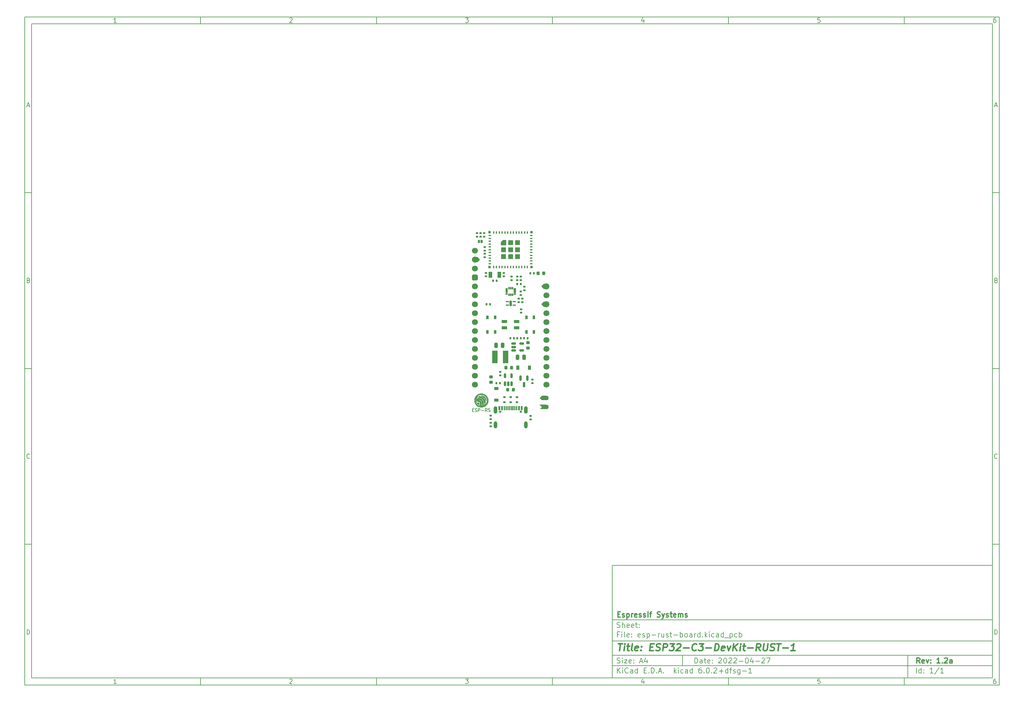
<source format=gbr>
G04 #@! TF.GenerationSoftware,KiCad,Pcbnew,6.0.2+dfsg-1*
G04 #@! TF.CreationDate,2022-08-25T09:54:04+01:00*
G04 #@! TF.ProjectId,esp-rust-board,6573702d-7275-4737-942d-626f6172642e,1.2a*
G04 #@! TF.SameCoordinates,Original*
G04 #@! TF.FileFunction,Soldermask,Top*
G04 #@! TF.FilePolarity,Negative*
%FSLAX46Y46*%
G04 Gerber Fmt 4.6, Leading zero omitted, Abs format (unit mm)*
G04 Created by KiCad (PCBNEW 6.0.2+dfsg-1) date 2022-08-25 09:54:04*
%MOMM*%
%LPD*%
G01*
G04 APERTURE LIST*
G04 Aperture macros list*
%AMRoundRect*
0 Rectangle with rounded corners*
0 $1 Rounding radius*
0 $2 $3 $4 $5 $6 $7 $8 $9 X,Y pos of 4 corners*
0 Add a 4 corners polygon primitive as box body*
4,1,4,$2,$3,$4,$5,$6,$7,$8,$9,$2,$3,0*
0 Add four circle primitives for the rounded corners*
1,1,$1+$1,$2,$3*
1,1,$1+$1,$4,$5*
1,1,$1+$1,$6,$7*
1,1,$1+$1,$8,$9*
0 Add four rect primitives between the rounded corners*
20,1,$1+$1,$2,$3,$4,$5,0*
20,1,$1+$1,$4,$5,$6,$7,0*
20,1,$1+$1,$6,$7,$8,$9,0*
20,1,$1+$1,$8,$9,$2,$3,0*%
%AMFreePoly0*
4,1,48,0.262664,0.808398,0.366877,0.762000,0.635000,0.762000,0.657385,0.758754,0.662055,0.759085,0.664566,0.757713,0.671070,0.756770,0.697342,0.739806,0.724803,0.724803,1.359803,0.089802,1.381610,0.060599,1.383542,0.051625,1.389035,0.044269,1.390951,0.017212,1.396659,-0.009302,1.393437,-0.017898,1.394085,-0.027054,1.381082,-0.050854,1.371560,-0.076254,1.364204,-0.081747,
1.359803,-0.089802,0.724803,-0.724803,0.706679,-0.738336,0.703611,-0.741872,0.700866,-0.742677,0.695599,-0.746610,0.665023,-0.753192,0.635000,-0.762000,0.366877,-0.762000,0.262664,-0.808398,0.088849,-0.845344,-0.088849,-0.845344,-0.262664,-0.808398,-0.425000,-0.736122,-0.568761,-0.631673,-0.687664,-0.499617,-0.776514,-0.345726,-0.831425,-0.176725,-0.850000,0.000000,-0.831425,0.176725,
-0.776514,0.345726,-0.687664,0.499617,-0.568761,0.631673,-0.425000,0.736122,-0.262664,0.808398,-0.088849,0.845344,0.088849,0.845344,0.262664,0.808398,0.262664,0.808398,$1*%
%AMFreePoly1*
4,1,48,0.262664,0.808398,0.425000,0.736122,0.568761,0.631673,0.687664,0.499617,0.776514,0.345726,0.831425,0.176725,0.850000,0.000000,0.831425,-0.176725,0.776514,-0.345726,0.687664,-0.499617,0.568761,-0.631673,0.425000,-0.736122,0.262664,-0.808398,0.088849,-0.845344,-0.088849,-0.845344,-0.262664,-0.808398,-0.366877,-0.762000,-0.635000,-0.762000,-0.657384,-0.758754,-0.662054,-0.759085,
-0.664565,-0.757713,-0.671070,-0.756770,-0.697347,-0.739803,-0.724802,-0.724803,-1.359803,-0.089803,-1.381610,-0.060599,-1.383542,-0.051624,-1.389035,-0.044268,-1.390951,-0.017209,-1.396658,0.009301,-1.393436,0.017895,-1.394085,0.027055,-1.381079,0.050860,-1.371560,0.076254,-1.364205,0.081746,-1.359803,0.089803,-0.724802,0.724803,-0.706680,0.738336,-0.703611,0.741872,-0.700865,0.742678,
-0.695599,0.746610,-0.665018,0.753194,-0.635000,0.762000,-0.366877,0.762000,-0.262664,0.808398,-0.088849,0.845344,0.088849,0.845344,0.262664,0.808398,0.262664,0.808398,$1*%
%AMFreePoly2*
4,1,20,0.635000,0.000000,0.634861,-0.013298,0.613363,-0.164350,0.556455,-0.305914,0.467422,-0.429816,0.351404,-0.528905,0.215099,-0.597459,0.066376,-0.631521,-0.086179,-0.629125,-0.233759,-0.590408,-0.367844,-0.517606,-0.480692,-0.414922,-0.565789,-0.288284,-0.618223,-0.145003,-0.634231,0.000000,-0.635000,0.000000,-0.635000,1.905000,0.000000,1.270000,0.635000,1.905000,0.635000,0.000000,
0.635000,0.000000,$1*%
%AMFreePoly3*
4,1,20,0.635000,1.270000,0.635000,0.000000,0.634861,-0.013298,0.613363,-0.164350,0.556455,-0.305914,0.467422,-0.429816,0.351404,-0.528905,0.215099,-0.597459,0.066376,-0.631521,-0.086179,-0.629125,-0.233759,-0.590408,-0.367844,-0.517606,-0.480692,-0.414922,-0.565789,-0.288284,-0.618223,-0.145003,-0.634231,0.000000,-0.635000,0.000000,-0.635000,1.270000,0.000000,1.905000,0.635000,1.270000,
0.635000,1.270000,$1*%
%AMFreePoly4*
4,1,6,0.725000,-0.725000,-0.725000,-0.725000,-0.725000,0.125000,-0.125000,0.725000,0.725000,0.725000,0.725000,-0.725000,0.725000,-0.725000,$1*%
G04 Aperture macros list end*
%ADD10C,0.100000*%
%ADD11C,0.150000*%
%ADD12C,0.300000*%
%ADD13C,0.400000*%
%ADD14C,0.200000*%
%ADD15C,0.010000*%
%ADD16C,1.700000*%
%ADD17FreePoly0,0.000000*%
%ADD18RoundRect,0.425000X-0.425000X-0.425000X0.425000X-0.425000X0.425000X0.425000X-0.425000X0.425000X0*%
%ADD19FreePoly1,0.000000*%
%ADD20FreePoly2,90.000000*%
%ADD21FreePoly3,90.000000*%
%ADD22RoundRect,0.218750X0.218750X0.256250X-0.218750X0.256250X-0.218750X-0.256250X0.218750X-0.256250X0*%
%ADD23R,1.000000X1.800000*%
%ADD24RoundRect,0.140000X0.170000X-0.140000X0.170000X0.140000X-0.170000X0.140000X-0.170000X-0.140000X0*%
%ADD25RoundRect,0.140000X-0.170000X0.140000X-0.170000X-0.140000X0.170000X-0.140000X0.170000X0.140000X0*%
%ADD26RoundRect,0.135000X-0.135000X-0.185000X0.135000X-0.185000X0.135000X0.185000X-0.135000X0.185000X0*%
%ADD27RoundRect,0.225000X0.225000X0.250000X-0.225000X0.250000X-0.225000X-0.250000X0.225000X-0.250000X0*%
%ADD28R,0.700000X0.600000*%
%ADD29R,0.800000X0.400000*%
%ADD30R,0.400000X0.800000*%
%ADD31R,0.700000X0.700000*%
%ADD32R,1.450000X1.450000*%
%ADD33FreePoly4,0.000000*%
%ADD34R,0.650000X1.050000*%
%ADD35RoundRect,0.135000X-0.185000X0.135000X-0.185000X-0.135000X0.185000X-0.135000X0.185000X0.135000X0*%
%ADD36R,1.200000X0.900000*%
%ADD37RoundRect,0.135000X0.185000X-0.135000X0.185000X0.135000X-0.185000X0.135000X-0.185000X-0.135000X0*%
%ADD38RoundRect,0.014000X0.361000X0.161000X-0.361000X0.161000X-0.361000X-0.161000X0.361000X-0.161000X0*%
%ADD39R,0.700000X1.600000*%
%ADD40RoundRect,0.135000X0.135000X0.185000X-0.135000X0.185000X-0.135000X-0.185000X0.135000X-0.185000X0*%
%ADD41RoundRect,0.218750X-0.256250X0.218750X-0.256250X-0.218750X0.256250X-0.218750X0.256250X0.218750X0*%
%ADD42RoundRect,0.225000X-0.250000X0.225000X-0.250000X-0.225000X0.250000X-0.225000X0.250000X0.225000X0*%
%ADD43RoundRect,0.225000X-0.225000X-0.250000X0.225000X-0.250000X0.225000X0.250000X-0.225000X0.250000X0*%
%ADD44RoundRect,0.150000X0.150000X-0.512500X0.150000X0.512500X-0.150000X0.512500X-0.150000X-0.512500X0*%
%ADD45RoundRect,0.250000X0.250000X0.475000X-0.250000X0.475000X-0.250000X-0.475000X0.250000X-0.475000X0*%
%ADD46RoundRect,0.150000X-0.150000X0.587500X-0.150000X-0.587500X0.150000X-0.587500X0.150000X0.587500X0*%
%ADD47RoundRect,0.250000X-0.250000X-0.475000X0.250000X-0.475000X0.250000X0.475000X-0.250000X0.475000X0*%
%ADD48RoundRect,0.150000X-0.512500X-0.150000X0.512500X-0.150000X0.512500X0.150000X-0.512500X0.150000X0*%
%ADD49R,1.500000X3.600000*%
%ADD50R,0.900000X1.200000*%
%ADD51C,0.650000*%
%ADD52R,0.600000X1.150000*%
%ADD53R,0.300000X1.150000*%
%ADD54O,1.050000X2.100000*%
%ADD55O,1.000000X2.000000*%
%ADD56R,1.600000X0.850000*%
G04 APERTURE END LIST*
D10*
D11*
X177002200Y-166007200D02*
X177002200Y-198007200D01*
X285002200Y-198007200D01*
X285002200Y-166007200D01*
X177002200Y-166007200D01*
D10*
D11*
X10000000Y-10000000D02*
X10000000Y-200007200D01*
X287002200Y-200007200D01*
X287002200Y-10000000D01*
X10000000Y-10000000D01*
D10*
D11*
X12000000Y-12000000D02*
X12000000Y-198007200D01*
X285002200Y-198007200D01*
X285002200Y-12000000D01*
X12000000Y-12000000D01*
D10*
D11*
X60000000Y-12000000D02*
X60000000Y-10000000D01*
D10*
D11*
X110000000Y-12000000D02*
X110000000Y-10000000D01*
D10*
D11*
X160000000Y-12000000D02*
X160000000Y-10000000D01*
D10*
D11*
X210000000Y-12000000D02*
X210000000Y-10000000D01*
D10*
D11*
X260000000Y-12000000D02*
X260000000Y-10000000D01*
D10*
D11*
X36065476Y-11588095D02*
X35322619Y-11588095D01*
X35694047Y-11588095D02*
X35694047Y-10288095D01*
X35570238Y-10473809D01*
X35446428Y-10597619D01*
X35322619Y-10659523D01*
D10*
D11*
X85322619Y-10411904D02*
X85384523Y-10350000D01*
X85508333Y-10288095D01*
X85817857Y-10288095D01*
X85941666Y-10350000D01*
X86003571Y-10411904D01*
X86065476Y-10535714D01*
X86065476Y-10659523D01*
X86003571Y-10845238D01*
X85260714Y-11588095D01*
X86065476Y-11588095D01*
D10*
D11*
X135260714Y-10288095D02*
X136065476Y-10288095D01*
X135632142Y-10783333D01*
X135817857Y-10783333D01*
X135941666Y-10845238D01*
X136003571Y-10907142D01*
X136065476Y-11030952D01*
X136065476Y-11340476D01*
X136003571Y-11464285D01*
X135941666Y-11526190D01*
X135817857Y-11588095D01*
X135446428Y-11588095D01*
X135322619Y-11526190D01*
X135260714Y-11464285D01*
D10*
D11*
X185941666Y-10721428D02*
X185941666Y-11588095D01*
X185632142Y-10226190D02*
X185322619Y-11154761D01*
X186127380Y-11154761D01*
D10*
D11*
X236003571Y-10288095D02*
X235384523Y-10288095D01*
X235322619Y-10907142D01*
X235384523Y-10845238D01*
X235508333Y-10783333D01*
X235817857Y-10783333D01*
X235941666Y-10845238D01*
X236003571Y-10907142D01*
X236065476Y-11030952D01*
X236065476Y-11340476D01*
X236003571Y-11464285D01*
X235941666Y-11526190D01*
X235817857Y-11588095D01*
X235508333Y-11588095D01*
X235384523Y-11526190D01*
X235322619Y-11464285D01*
D10*
D11*
X285941666Y-10288095D02*
X285694047Y-10288095D01*
X285570238Y-10350000D01*
X285508333Y-10411904D01*
X285384523Y-10597619D01*
X285322619Y-10845238D01*
X285322619Y-11340476D01*
X285384523Y-11464285D01*
X285446428Y-11526190D01*
X285570238Y-11588095D01*
X285817857Y-11588095D01*
X285941666Y-11526190D01*
X286003571Y-11464285D01*
X286065476Y-11340476D01*
X286065476Y-11030952D01*
X286003571Y-10907142D01*
X285941666Y-10845238D01*
X285817857Y-10783333D01*
X285570238Y-10783333D01*
X285446428Y-10845238D01*
X285384523Y-10907142D01*
X285322619Y-11030952D01*
D10*
D11*
X60000000Y-198007200D02*
X60000000Y-200007200D01*
D10*
D11*
X110000000Y-198007200D02*
X110000000Y-200007200D01*
D10*
D11*
X160000000Y-198007200D02*
X160000000Y-200007200D01*
D10*
D11*
X210000000Y-198007200D02*
X210000000Y-200007200D01*
D10*
D11*
X260000000Y-198007200D02*
X260000000Y-200007200D01*
D10*
D11*
X36065476Y-199595295D02*
X35322619Y-199595295D01*
X35694047Y-199595295D02*
X35694047Y-198295295D01*
X35570238Y-198481009D01*
X35446428Y-198604819D01*
X35322619Y-198666723D01*
D10*
D11*
X85322619Y-198419104D02*
X85384523Y-198357200D01*
X85508333Y-198295295D01*
X85817857Y-198295295D01*
X85941666Y-198357200D01*
X86003571Y-198419104D01*
X86065476Y-198542914D01*
X86065476Y-198666723D01*
X86003571Y-198852438D01*
X85260714Y-199595295D01*
X86065476Y-199595295D01*
D10*
D11*
X135260714Y-198295295D02*
X136065476Y-198295295D01*
X135632142Y-198790533D01*
X135817857Y-198790533D01*
X135941666Y-198852438D01*
X136003571Y-198914342D01*
X136065476Y-199038152D01*
X136065476Y-199347676D01*
X136003571Y-199471485D01*
X135941666Y-199533390D01*
X135817857Y-199595295D01*
X135446428Y-199595295D01*
X135322619Y-199533390D01*
X135260714Y-199471485D01*
D10*
D11*
X185941666Y-198728628D02*
X185941666Y-199595295D01*
X185632142Y-198233390D02*
X185322619Y-199161961D01*
X186127380Y-199161961D01*
D10*
D11*
X236003571Y-198295295D02*
X235384523Y-198295295D01*
X235322619Y-198914342D01*
X235384523Y-198852438D01*
X235508333Y-198790533D01*
X235817857Y-198790533D01*
X235941666Y-198852438D01*
X236003571Y-198914342D01*
X236065476Y-199038152D01*
X236065476Y-199347676D01*
X236003571Y-199471485D01*
X235941666Y-199533390D01*
X235817857Y-199595295D01*
X235508333Y-199595295D01*
X235384523Y-199533390D01*
X235322619Y-199471485D01*
D10*
D11*
X285941666Y-198295295D02*
X285694047Y-198295295D01*
X285570238Y-198357200D01*
X285508333Y-198419104D01*
X285384523Y-198604819D01*
X285322619Y-198852438D01*
X285322619Y-199347676D01*
X285384523Y-199471485D01*
X285446428Y-199533390D01*
X285570238Y-199595295D01*
X285817857Y-199595295D01*
X285941666Y-199533390D01*
X286003571Y-199471485D01*
X286065476Y-199347676D01*
X286065476Y-199038152D01*
X286003571Y-198914342D01*
X285941666Y-198852438D01*
X285817857Y-198790533D01*
X285570238Y-198790533D01*
X285446428Y-198852438D01*
X285384523Y-198914342D01*
X285322619Y-199038152D01*
D10*
D11*
X10000000Y-60000000D02*
X12000000Y-60000000D01*
D10*
D11*
X10000000Y-110000000D02*
X12000000Y-110000000D01*
D10*
D11*
X10000000Y-160000000D02*
X12000000Y-160000000D01*
D10*
D11*
X10690476Y-35216666D02*
X11309523Y-35216666D01*
X10566666Y-35588095D02*
X11000000Y-34288095D01*
X11433333Y-35588095D01*
D10*
D11*
X11092857Y-84907142D02*
X11278571Y-84969047D01*
X11340476Y-85030952D01*
X11402380Y-85154761D01*
X11402380Y-85340476D01*
X11340476Y-85464285D01*
X11278571Y-85526190D01*
X11154761Y-85588095D01*
X10659523Y-85588095D01*
X10659523Y-84288095D01*
X11092857Y-84288095D01*
X11216666Y-84350000D01*
X11278571Y-84411904D01*
X11340476Y-84535714D01*
X11340476Y-84659523D01*
X11278571Y-84783333D01*
X11216666Y-84845238D01*
X11092857Y-84907142D01*
X10659523Y-84907142D01*
D10*
D11*
X11402380Y-135464285D02*
X11340476Y-135526190D01*
X11154761Y-135588095D01*
X11030952Y-135588095D01*
X10845238Y-135526190D01*
X10721428Y-135402380D01*
X10659523Y-135278571D01*
X10597619Y-135030952D01*
X10597619Y-134845238D01*
X10659523Y-134597619D01*
X10721428Y-134473809D01*
X10845238Y-134350000D01*
X11030952Y-134288095D01*
X11154761Y-134288095D01*
X11340476Y-134350000D01*
X11402380Y-134411904D01*
D10*
D11*
X10659523Y-185588095D02*
X10659523Y-184288095D01*
X10969047Y-184288095D01*
X11154761Y-184350000D01*
X11278571Y-184473809D01*
X11340476Y-184597619D01*
X11402380Y-184845238D01*
X11402380Y-185030952D01*
X11340476Y-185278571D01*
X11278571Y-185402380D01*
X11154761Y-185526190D01*
X10969047Y-185588095D01*
X10659523Y-185588095D01*
D10*
D11*
X287002200Y-60000000D02*
X285002200Y-60000000D01*
D10*
D11*
X287002200Y-110000000D02*
X285002200Y-110000000D01*
D10*
D11*
X287002200Y-160000000D02*
X285002200Y-160000000D01*
D10*
D11*
X285692676Y-35216666D02*
X286311723Y-35216666D01*
X285568866Y-35588095D02*
X286002200Y-34288095D01*
X286435533Y-35588095D01*
D10*
D11*
X286095057Y-84907142D02*
X286280771Y-84969047D01*
X286342676Y-85030952D01*
X286404580Y-85154761D01*
X286404580Y-85340476D01*
X286342676Y-85464285D01*
X286280771Y-85526190D01*
X286156961Y-85588095D01*
X285661723Y-85588095D01*
X285661723Y-84288095D01*
X286095057Y-84288095D01*
X286218866Y-84350000D01*
X286280771Y-84411904D01*
X286342676Y-84535714D01*
X286342676Y-84659523D01*
X286280771Y-84783333D01*
X286218866Y-84845238D01*
X286095057Y-84907142D01*
X285661723Y-84907142D01*
D10*
D11*
X286404580Y-135464285D02*
X286342676Y-135526190D01*
X286156961Y-135588095D01*
X286033152Y-135588095D01*
X285847438Y-135526190D01*
X285723628Y-135402380D01*
X285661723Y-135278571D01*
X285599819Y-135030952D01*
X285599819Y-134845238D01*
X285661723Y-134597619D01*
X285723628Y-134473809D01*
X285847438Y-134350000D01*
X286033152Y-134288095D01*
X286156961Y-134288095D01*
X286342676Y-134350000D01*
X286404580Y-134411904D01*
D10*
D11*
X285661723Y-185588095D02*
X285661723Y-184288095D01*
X285971247Y-184288095D01*
X286156961Y-184350000D01*
X286280771Y-184473809D01*
X286342676Y-184597619D01*
X286404580Y-184845238D01*
X286404580Y-185030952D01*
X286342676Y-185278571D01*
X286280771Y-185402380D01*
X286156961Y-185526190D01*
X285971247Y-185588095D01*
X285661723Y-185588095D01*
D10*
D11*
X200434342Y-193785771D02*
X200434342Y-192285771D01*
X200791485Y-192285771D01*
X201005771Y-192357200D01*
X201148628Y-192500057D01*
X201220057Y-192642914D01*
X201291485Y-192928628D01*
X201291485Y-193142914D01*
X201220057Y-193428628D01*
X201148628Y-193571485D01*
X201005771Y-193714342D01*
X200791485Y-193785771D01*
X200434342Y-193785771D01*
X202577200Y-193785771D02*
X202577200Y-193000057D01*
X202505771Y-192857200D01*
X202362914Y-192785771D01*
X202077200Y-192785771D01*
X201934342Y-192857200D01*
X202577200Y-193714342D02*
X202434342Y-193785771D01*
X202077200Y-193785771D01*
X201934342Y-193714342D01*
X201862914Y-193571485D01*
X201862914Y-193428628D01*
X201934342Y-193285771D01*
X202077200Y-193214342D01*
X202434342Y-193214342D01*
X202577200Y-193142914D01*
X203077200Y-192785771D02*
X203648628Y-192785771D01*
X203291485Y-192285771D02*
X203291485Y-193571485D01*
X203362914Y-193714342D01*
X203505771Y-193785771D01*
X203648628Y-193785771D01*
X204720057Y-193714342D02*
X204577200Y-193785771D01*
X204291485Y-193785771D01*
X204148628Y-193714342D01*
X204077200Y-193571485D01*
X204077200Y-193000057D01*
X204148628Y-192857200D01*
X204291485Y-192785771D01*
X204577200Y-192785771D01*
X204720057Y-192857200D01*
X204791485Y-193000057D01*
X204791485Y-193142914D01*
X204077200Y-193285771D01*
X205434342Y-193642914D02*
X205505771Y-193714342D01*
X205434342Y-193785771D01*
X205362914Y-193714342D01*
X205434342Y-193642914D01*
X205434342Y-193785771D01*
X205434342Y-192857200D02*
X205505771Y-192928628D01*
X205434342Y-193000057D01*
X205362914Y-192928628D01*
X205434342Y-192857200D01*
X205434342Y-193000057D01*
X207220057Y-192428628D02*
X207291485Y-192357200D01*
X207434342Y-192285771D01*
X207791485Y-192285771D01*
X207934342Y-192357200D01*
X208005771Y-192428628D01*
X208077200Y-192571485D01*
X208077200Y-192714342D01*
X208005771Y-192928628D01*
X207148628Y-193785771D01*
X208077200Y-193785771D01*
X209005771Y-192285771D02*
X209148628Y-192285771D01*
X209291485Y-192357200D01*
X209362914Y-192428628D01*
X209434342Y-192571485D01*
X209505771Y-192857200D01*
X209505771Y-193214342D01*
X209434342Y-193500057D01*
X209362914Y-193642914D01*
X209291485Y-193714342D01*
X209148628Y-193785771D01*
X209005771Y-193785771D01*
X208862914Y-193714342D01*
X208791485Y-193642914D01*
X208720057Y-193500057D01*
X208648628Y-193214342D01*
X208648628Y-192857200D01*
X208720057Y-192571485D01*
X208791485Y-192428628D01*
X208862914Y-192357200D01*
X209005771Y-192285771D01*
X210077200Y-192428628D02*
X210148628Y-192357200D01*
X210291485Y-192285771D01*
X210648628Y-192285771D01*
X210791485Y-192357200D01*
X210862914Y-192428628D01*
X210934342Y-192571485D01*
X210934342Y-192714342D01*
X210862914Y-192928628D01*
X210005771Y-193785771D01*
X210934342Y-193785771D01*
X211505771Y-192428628D02*
X211577200Y-192357200D01*
X211720057Y-192285771D01*
X212077200Y-192285771D01*
X212220057Y-192357200D01*
X212291485Y-192428628D01*
X212362914Y-192571485D01*
X212362914Y-192714342D01*
X212291485Y-192928628D01*
X211434342Y-193785771D01*
X212362914Y-193785771D01*
X213005771Y-193214342D02*
X214148628Y-193214342D01*
X215148628Y-192285771D02*
X215291485Y-192285771D01*
X215434342Y-192357200D01*
X215505771Y-192428628D01*
X215577200Y-192571485D01*
X215648628Y-192857200D01*
X215648628Y-193214342D01*
X215577200Y-193500057D01*
X215505771Y-193642914D01*
X215434342Y-193714342D01*
X215291485Y-193785771D01*
X215148628Y-193785771D01*
X215005771Y-193714342D01*
X214934342Y-193642914D01*
X214862914Y-193500057D01*
X214791485Y-193214342D01*
X214791485Y-192857200D01*
X214862914Y-192571485D01*
X214934342Y-192428628D01*
X215005771Y-192357200D01*
X215148628Y-192285771D01*
X216934342Y-192785771D02*
X216934342Y-193785771D01*
X216577200Y-192214342D02*
X216220057Y-193285771D01*
X217148628Y-193285771D01*
X217720057Y-193214342D02*
X218862914Y-193214342D01*
X219505771Y-192428628D02*
X219577200Y-192357200D01*
X219720057Y-192285771D01*
X220077200Y-192285771D01*
X220220057Y-192357200D01*
X220291485Y-192428628D01*
X220362914Y-192571485D01*
X220362914Y-192714342D01*
X220291485Y-192928628D01*
X219434342Y-193785771D01*
X220362914Y-193785771D01*
X220862914Y-192285771D02*
X221862914Y-192285771D01*
X221220057Y-193785771D01*
D10*
D11*
X177002200Y-194507200D02*
X285002200Y-194507200D01*
D10*
D11*
X178434342Y-196585771D02*
X178434342Y-195085771D01*
X179291485Y-196585771D02*
X178648628Y-195728628D01*
X179291485Y-195085771D02*
X178434342Y-195942914D01*
X179934342Y-196585771D02*
X179934342Y-195585771D01*
X179934342Y-195085771D02*
X179862914Y-195157200D01*
X179934342Y-195228628D01*
X180005771Y-195157200D01*
X179934342Y-195085771D01*
X179934342Y-195228628D01*
X181505771Y-196442914D02*
X181434342Y-196514342D01*
X181220057Y-196585771D01*
X181077200Y-196585771D01*
X180862914Y-196514342D01*
X180720057Y-196371485D01*
X180648628Y-196228628D01*
X180577200Y-195942914D01*
X180577200Y-195728628D01*
X180648628Y-195442914D01*
X180720057Y-195300057D01*
X180862914Y-195157200D01*
X181077200Y-195085771D01*
X181220057Y-195085771D01*
X181434342Y-195157200D01*
X181505771Y-195228628D01*
X182791485Y-196585771D02*
X182791485Y-195800057D01*
X182720057Y-195657200D01*
X182577200Y-195585771D01*
X182291485Y-195585771D01*
X182148628Y-195657200D01*
X182791485Y-196514342D02*
X182648628Y-196585771D01*
X182291485Y-196585771D01*
X182148628Y-196514342D01*
X182077200Y-196371485D01*
X182077200Y-196228628D01*
X182148628Y-196085771D01*
X182291485Y-196014342D01*
X182648628Y-196014342D01*
X182791485Y-195942914D01*
X184148628Y-196585771D02*
X184148628Y-195085771D01*
X184148628Y-196514342D02*
X184005771Y-196585771D01*
X183720057Y-196585771D01*
X183577200Y-196514342D01*
X183505771Y-196442914D01*
X183434342Y-196300057D01*
X183434342Y-195871485D01*
X183505771Y-195728628D01*
X183577200Y-195657200D01*
X183720057Y-195585771D01*
X184005771Y-195585771D01*
X184148628Y-195657200D01*
X186005771Y-195800057D02*
X186505771Y-195800057D01*
X186720057Y-196585771D02*
X186005771Y-196585771D01*
X186005771Y-195085771D01*
X186720057Y-195085771D01*
X187362914Y-196442914D02*
X187434342Y-196514342D01*
X187362914Y-196585771D01*
X187291485Y-196514342D01*
X187362914Y-196442914D01*
X187362914Y-196585771D01*
X188077200Y-196585771D02*
X188077200Y-195085771D01*
X188434342Y-195085771D01*
X188648628Y-195157200D01*
X188791485Y-195300057D01*
X188862914Y-195442914D01*
X188934342Y-195728628D01*
X188934342Y-195942914D01*
X188862914Y-196228628D01*
X188791485Y-196371485D01*
X188648628Y-196514342D01*
X188434342Y-196585771D01*
X188077200Y-196585771D01*
X189577200Y-196442914D02*
X189648628Y-196514342D01*
X189577200Y-196585771D01*
X189505771Y-196514342D01*
X189577200Y-196442914D01*
X189577200Y-196585771D01*
X190220057Y-196157200D02*
X190934342Y-196157200D01*
X190077200Y-196585771D02*
X190577200Y-195085771D01*
X191077200Y-196585771D01*
X191577200Y-196442914D02*
X191648628Y-196514342D01*
X191577200Y-196585771D01*
X191505771Y-196514342D01*
X191577200Y-196442914D01*
X191577200Y-196585771D01*
X194577200Y-196585771D02*
X194577200Y-195085771D01*
X194720057Y-196014342D02*
X195148628Y-196585771D01*
X195148628Y-195585771D02*
X194577200Y-196157200D01*
X195791485Y-196585771D02*
X195791485Y-195585771D01*
X195791485Y-195085771D02*
X195720057Y-195157200D01*
X195791485Y-195228628D01*
X195862914Y-195157200D01*
X195791485Y-195085771D01*
X195791485Y-195228628D01*
X197148628Y-196514342D02*
X197005771Y-196585771D01*
X196720057Y-196585771D01*
X196577200Y-196514342D01*
X196505771Y-196442914D01*
X196434342Y-196300057D01*
X196434342Y-195871485D01*
X196505771Y-195728628D01*
X196577200Y-195657200D01*
X196720057Y-195585771D01*
X197005771Y-195585771D01*
X197148628Y-195657200D01*
X198434342Y-196585771D02*
X198434342Y-195800057D01*
X198362914Y-195657200D01*
X198220057Y-195585771D01*
X197934342Y-195585771D01*
X197791485Y-195657200D01*
X198434342Y-196514342D02*
X198291485Y-196585771D01*
X197934342Y-196585771D01*
X197791485Y-196514342D01*
X197720057Y-196371485D01*
X197720057Y-196228628D01*
X197791485Y-196085771D01*
X197934342Y-196014342D01*
X198291485Y-196014342D01*
X198434342Y-195942914D01*
X199791485Y-196585771D02*
X199791485Y-195085771D01*
X199791485Y-196514342D02*
X199648628Y-196585771D01*
X199362914Y-196585771D01*
X199220057Y-196514342D01*
X199148628Y-196442914D01*
X199077200Y-196300057D01*
X199077200Y-195871485D01*
X199148628Y-195728628D01*
X199220057Y-195657200D01*
X199362914Y-195585771D01*
X199648628Y-195585771D01*
X199791485Y-195657200D01*
X202291485Y-195085771D02*
X202005771Y-195085771D01*
X201862914Y-195157200D01*
X201791485Y-195228628D01*
X201648628Y-195442914D01*
X201577200Y-195728628D01*
X201577200Y-196300057D01*
X201648628Y-196442914D01*
X201720057Y-196514342D01*
X201862914Y-196585771D01*
X202148628Y-196585771D01*
X202291485Y-196514342D01*
X202362914Y-196442914D01*
X202434342Y-196300057D01*
X202434342Y-195942914D01*
X202362914Y-195800057D01*
X202291485Y-195728628D01*
X202148628Y-195657200D01*
X201862914Y-195657200D01*
X201720057Y-195728628D01*
X201648628Y-195800057D01*
X201577200Y-195942914D01*
X203077200Y-196442914D02*
X203148628Y-196514342D01*
X203077200Y-196585771D01*
X203005771Y-196514342D01*
X203077200Y-196442914D01*
X203077200Y-196585771D01*
X204077200Y-195085771D02*
X204220057Y-195085771D01*
X204362914Y-195157200D01*
X204434342Y-195228628D01*
X204505771Y-195371485D01*
X204577200Y-195657200D01*
X204577200Y-196014342D01*
X204505771Y-196300057D01*
X204434342Y-196442914D01*
X204362914Y-196514342D01*
X204220057Y-196585771D01*
X204077200Y-196585771D01*
X203934342Y-196514342D01*
X203862914Y-196442914D01*
X203791485Y-196300057D01*
X203720057Y-196014342D01*
X203720057Y-195657200D01*
X203791485Y-195371485D01*
X203862914Y-195228628D01*
X203934342Y-195157200D01*
X204077200Y-195085771D01*
X205220057Y-196442914D02*
X205291485Y-196514342D01*
X205220057Y-196585771D01*
X205148628Y-196514342D01*
X205220057Y-196442914D01*
X205220057Y-196585771D01*
X205862914Y-195228628D02*
X205934342Y-195157200D01*
X206077200Y-195085771D01*
X206434342Y-195085771D01*
X206577200Y-195157200D01*
X206648628Y-195228628D01*
X206720057Y-195371485D01*
X206720057Y-195514342D01*
X206648628Y-195728628D01*
X205791485Y-196585771D01*
X206720057Y-196585771D01*
X207362914Y-196014342D02*
X208505771Y-196014342D01*
X207934342Y-196585771D02*
X207934342Y-195442914D01*
X209862914Y-196585771D02*
X209862914Y-195085771D01*
X209862914Y-196514342D02*
X209720057Y-196585771D01*
X209434342Y-196585771D01*
X209291485Y-196514342D01*
X209220057Y-196442914D01*
X209148628Y-196300057D01*
X209148628Y-195871485D01*
X209220057Y-195728628D01*
X209291485Y-195657200D01*
X209434342Y-195585771D01*
X209720057Y-195585771D01*
X209862914Y-195657200D01*
X210362914Y-195585771D02*
X210934342Y-195585771D01*
X210577200Y-196585771D02*
X210577200Y-195300057D01*
X210648628Y-195157200D01*
X210791485Y-195085771D01*
X210934342Y-195085771D01*
X211362914Y-196514342D02*
X211505771Y-196585771D01*
X211791485Y-196585771D01*
X211934342Y-196514342D01*
X212005771Y-196371485D01*
X212005771Y-196300057D01*
X211934342Y-196157200D01*
X211791485Y-196085771D01*
X211577200Y-196085771D01*
X211434342Y-196014342D01*
X211362914Y-195871485D01*
X211362914Y-195800057D01*
X211434342Y-195657200D01*
X211577200Y-195585771D01*
X211791485Y-195585771D01*
X211934342Y-195657200D01*
X213291485Y-195585771D02*
X213291485Y-196800057D01*
X213220057Y-196942914D01*
X213148628Y-197014342D01*
X213005771Y-197085771D01*
X212791485Y-197085771D01*
X212648628Y-197014342D01*
X213291485Y-196514342D02*
X213148628Y-196585771D01*
X212862914Y-196585771D01*
X212720057Y-196514342D01*
X212648628Y-196442914D01*
X212577200Y-196300057D01*
X212577200Y-195871485D01*
X212648628Y-195728628D01*
X212720057Y-195657200D01*
X212862914Y-195585771D01*
X213148628Y-195585771D01*
X213291485Y-195657200D01*
X214005771Y-196014342D02*
X215148628Y-196014342D01*
X216648628Y-196585771D02*
X215791485Y-196585771D01*
X216220057Y-196585771D02*
X216220057Y-195085771D01*
X216077200Y-195300057D01*
X215934342Y-195442914D01*
X215791485Y-195514342D01*
D10*
D11*
X177002200Y-191507200D02*
X285002200Y-191507200D01*
D10*
D12*
X264411485Y-193785771D02*
X263911485Y-193071485D01*
X263554342Y-193785771D02*
X263554342Y-192285771D01*
X264125771Y-192285771D01*
X264268628Y-192357200D01*
X264340057Y-192428628D01*
X264411485Y-192571485D01*
X264411485Y-192785771D01*
X264340057Y-192928628D01*
X264268628Y-193000057D01*
X264125771Y-193071485D01*
X263554342Y-193071485D01*
X265625771Y-193714342D02*
X265482914Y-193785771D01*
X265197200Y-193785771D01*
X265054342Y-193714342D01*
X264982914Y-193571485D01*
X264982914Y-193000057D01*
X265054342Y-192857200D01*
X265197200Y-192785771D01*
X265482914Y-192785771D01*
X265625771Y-192857200D01*
X265697200Y-193000057D01*
X265697200Y-193142914D01*
X264982914Y-193285771D01*
X266197200Y-192785771D02*
X266554342Y-193785771D01*
X266911485Y-192785771D01*
X267482914Y-193642914D02*
X267554342Y-193714342D01*
X267482914Y-193785771D01*
X267411485Y-193714342D01*
X267482914Y-193642914D01*
X267482914Y-193785771D01*
X267482914Y-192857200D02*
X267554342Y-192928628D01*
X267482914Y-193000057D01*
X267411485Y-192928628D01*
X267482914Y-192857200D01*
X267482914Y-193000057D01*
X270125771Y-193785771D02*
X269268628Y-193785771D01*
X269697200Y-193785771D02*
X269697200Y-192285771D01*
X269554342Y-192500057D01*
X269411485Y-192642914D01*
X269268628Y-192714342D01*
X270768628Y-193642914D02*
X270840057Y-193714342D01*
X270768628Y-193785771D01*
X270697200Y-193714342D01*
X270768628Y-193642914D01*
X270768628Y-193785771D01*
X271411485Y-192428628D02*
X271482914Y-192357200D01*
X271625771Y-192285771D01*
X271982914Y-192285771D01*
X272125771Y-192357200D01*
X272197200Y-192428628D01*
X272268628Y-192571485D01*
X272268628Y-192714342D01*
X272197200Y-192928628D01*
X271340057Y-193785771D01*
X272268628Y-193785771D01*
X273554342Y-193785771D02*
X273554342Y-193000057D01*
X273482914Y-192857200D01*
X273340057Y-192785771D01*
X273054342Y-192785771D01*
X272911485Y-192857200D01*
X273554342Y-193714342D02*
X273411485Y-193785771D01*
X273054342Y-193785771D01*
X272911485Y-193714342D01*
X272840057Y-193571485D01*
X272840057Y-193428628D01*
X272911485Y-193285771D01*
X273054342Y-193214342D01*
X273411485Y-193214342D01*
X273554342Y-193142914D01*
D10*
D11*
X178362914Y-193714342D02*
X178577200Y-193785771D01*
X178934342Y-193785771D01*
X179077200Y-193714342D01*
X179148628Y-193642914D01*
X179220057Y-193500057D01*
X179220057Y-193357200D01*
X179148628Y-193214342D01*
X179077200Y-193142914D01*
X178934342Y-193071485D01*
X178648628Y-193000057D01*
X178505771Y-192928628D01*
X178434342Y-192857200D01*
X178362914Y-192714342D01*
X178362914Y-192571485D01*
X178434342Y-192428628D01*
X178505771Y-192357200D01*
X178648628Y-192285771D01*
X179005771Y-192285771D01*
X179220057Y-192357200D01*
X179862914Y-193785771D02*
X179862914Y-192785771D01*
X179862914Y-192285771D02*
X179791485Y-192357200D01*
X179862914Y-192428628D01*
X179934342Y-192357200D01*
X179862914Y-192285771D01*
X179862914Y-192428628D01*
X180434342Y-192785771D02*
X181220057Y-192785771D01*
X180434342Y-193785771D01*
X181220057Y-193785771D01*
X182362914Y-193714342D02*
X182220057Y-193785771D01*
X181934342Y-193785771D01*
X181791485Y-193714342D01*
X181720057Y-193571485D01*
X181720057Y-193000057D01*
X181791485Y-192857200D01*
X181934342Y-192785771D01*
X182220057Y-192785771D01*
X182362914Y-192857200D01*
X182434342Y-193000057D01*
X182434342Y-193142914D01*
X181720057Y-193285771D01*
X183077200Y-193642914D02*
X183148628Y-193714342D01*
X183077200Y-193785771D01*
X183005771Y-193714342D01*
X183077200Y-193642914D01*
X183077200Y-193785771D01*
X183077200Y-192857200D02*
X183148628Y-192928628D01*
X183077200Y-193000057D01*
X183005771Y-192928628D01*
X183077200Y-192857200D01*
X183077200Y-193000057D01*
X184862914Y-193357200D02*
X185577200Y-193357200D01*
X184720057Y-193785771D02*
X185220057Y-192285771D01*
X185720057Y-193785771D01*
X186862914Y-192785771D02*
X186862914Y-193785771D01*
X186505771Y-192214342D02*
X186148628Y-193285771D01*
X187077200Y-193285771D01*
D10*
D11*
X263434342Y-196585771D02*
X263434342Y-195085771D01*
X264791485Y-196585771D02*
X264791485Y-195085771D01*
X264791485Y-196514342D02*
X264648628Y-196585771D01*
X264362914Y-196585771D01*
X264220057Y-196514342D01*
X264148628Y-196442914D01*
X264077200Y-196300057D01*
X264077200Y-195871485D01*
X264148628Y-195728628D01*
X264220057Y-195657200D01*
X264362914Y-195585771D01*
X264648628Y-195585771D01*
X264791485Y-195657200D01*
X265505771Y-196442914D02*
X265577200Y-196514342D01*
X265505771Y-196585771D01*
X265434342Y-196514342D01*
X265505771Y-196442914D01*
X265505771Y-196585771D01*
X265505771Y-195657200D02*
X265577200Y-195728628D01*
X265505771Y-195800057D01*
X265434342Y-195728628D01*
X265505771Y-195657200D01*
X265505771Y-195800057D01*
X268148628Y-196585771D02*
X267291485Y-196585771D01*
X267720057Y-196585771D02*
X267720057Y-195085771D01*
X267577200Y-195300057D01*
X267434342Y-195442914D01*
X267291485Y-195514342D01*
X269862914Y-195014342D02*
X268577200Y-196942914D01*
X271148628Y-196585771D02*
X270291485Y-196585771D01*
X270720057Y-196585771D02*
X270720057Y-195085771D01*
X270577200Y-195300057D01*
X270434342Y-195442914D01*
X270291485Y-195514342D01*
D10*
D11*
X177002200Y-187507200D02*
X285002200Y-187507200D01*
D10*
D13*
X178714580Y-188211961D02*
X179857438Y-188211961D01*
X179036009Y-190211961D02*
X179286009Y-188211961D01*
X180274104Y-190211961D02*
X180440771Y-188878628D01*
X180524104Y-188211961D02*
X180416961Y-188307200D01*
X180500295Y-188402438D01*
X180607438Y-188307200D01*
X180524104Y-188211961D01*
X180500295Y-188402438D01*
X181107438Y-188878628D02*
X181869342Y-188878628D01*
X181476485Y-188211961D02*
X181262200Y-189926247D01*
X181333628Y-190116723D01*
X181512200Y-190211961D01*
X181702676Y-190211961D01*
X182655057Y-190211961D02*
X182476485Y-190116723D01*
X182405057Y-189926247D01*
X182619342Y-188211961D01*
X184190771Y-190116723D02*
X183988390Y-190211961D01*
X183607438Y-190211961D01*
X183428866Y-190116723D01*
X183357438Y-189926247D01*
X183452676Y-189164342D01*
X183571723Y-188973866D01*
X183774104Y-188878628D01*
X184155057Y-188878628D01*
X184333628Y-188973866D01*
X184405057Y-189164342D01*
X184381247Y-189354819D01*
X183405057Y-189545295D01*
X185155057Y-190021485D02*
X185238390Y-190116723D01*
X185131247Y-190211961D01*
X185047914Y-190116723D01*
X185155057Y-190021485D01*
X185131247Y-190211961D01*
X185286009Y-188973866D02*
X185369342Y-189069104D01*
X185262200Y-189164342D01*
X185178866Y-189069104D01*
X185286009Y-188973866D01*
X185262200Y-189164342D01*
X187738390Y-189164342D02*
X188405057Y-189164342D01*
X188559819Y-190211961D02*
X187607438Y-190211961D01*
X187857438Y-188211961D01*
X188809819Y-188211961D01*
X189333628Y-190116723D02*
X189607438Y-190211961D01*
X190083628Y-190211961D01*
X190286009Y-190116723D01*
X190393152Y-190021485D01*
X190512200Y-189831009D01*
X190536009Y-189640533D01*
X190464580Y-189450057D01*
X190381247Y-189354819D01*
X190202676Y-189259580D01*
X189833628Y-189164342D01*
X189655057Y-189069104D01*
X189571723Y-188973866D01*
X189500295Y-188783390D01*
X189524104Y-188592914D01*
X189643152Y-188402438D01*
X189750295Y-188307200D01*
X189952676Y-188211961D01*
X190428866Y-188211961D01*
X190702676Y-188307200D01*
X191321723Y-190211961D02*
X191571723Y-188211961D01*
X192333628Y-188211961D01*
X192512200Y-188307200D01*
X192595533Y-188402438D01*
X192666961Y-188592914D01*
X192631247Y-188878628D01*
X192512200Y-189069104D01*
X192405057Y-189164342D01*
X192202676Y-189259580D01*
X191440771Y-189259580D01*
X193381247Y-188211961D02*
X194619342Y-188211961D01*
X193857438Y-188973866D01*
X194143152Y-188973866D01*
X194321723Y-189069104D01*
X194405057Y-189164342D01*
X194476485Y-189354819D01*
X194416961Y-189831009D01*
X194297914Y-190021485D01*
X194190771Y-190116723D01*
X193988390Y-190211961D01*
X193416961Y-190211961D01*
X193238390Y-190116723D01*
X193155057Y-190021485D01*
X195357438Y-188402438D02*
X195464580Y-188307200D01*
X195666961Y-188211961D01*
X196143152Y-188211961D01*
X196321723Y-188307200D01*
X196405057Y-188402438D01*
X196476485Y-188592914D01*
X196452676Y-188783390D01*
X196321723Y-189069104D01*
X195036009Y-190211961D01*
X196274104Y-190211961D01*
X197226485Y-189450057D02*
X198750295Y-189450057D01*
X200774104Y-190021485D02*
X200666961Y-190116723D01*
X200369342Y-190211961D01*
X200178866Y-190211961D01*
X199905057Y-190116723D01*
X199738390Y-189926247D01*
X199666961Y-189735771D01*
X199619342Y-189354819D01*
X199655057Y-189069104D01*
X199797914Y-188688152D01*
X199916961Y-188497676D01*
X200131247Y-188307200D01*
X200428866Y-188211961D01*
X200619342Y-188211961D01*
X200893152Y-188307200D01*
X200976485Y-188402438D01*
X201666961Y-188211961D02*
X202905057Y-188211961D01*
X202143152Y-188973866D01*
X202428866Y-188973866D01*
X202607438Y-189069104D01*
X202690771Y-189164342D01*
X202762200Y-189354819D01*
X202702676Y-189831009D01*
X202583628Y-190021485D01*
X202476485Y-190116723D01*
X202274104Y-190211961D01*
X201702676Y-190211961D01*
X201524104Y-190116723D01*
X201440771Y-190021485D01*
X203607438Y-189450057D02*
X205131247Y-189450057D01*
X205988390Y-190211961D02*
X206238390Y-188211961D01*
X206714580Y-188211961D01*
X206988390Y-188307200D01*
X207155057Y-188497676D01*
X207226485Y-188688152D01*
X207274104Y-189069104D01*
X207238390Y-189354819D01*
X207095533Y-189735771D01*
X206976485Y-189926247D01*
X206762200Y-190116723D01*
X206464580Y-190211961D01*
X205988390Y-190211961D01*
X208762200Y-190116723D02*
X208559819Y-190211961D01*
X208178866Y-190211961D01*
X208000295Y-190116723D01*
X207928866Y-189926247D01*
X208024104Y-189164342D01*
X208143152Y-188973866D01*
X208345533Y-188878628D01*
X208726485Y-188878628D01*
X208905057Y-188973866D01*
X208976485Y-189164342D01*
X208952676Y-189354819D01*
X207976485Y-189545295D01*
X209678866Y-188878628D02*
X209988390Y-190211961D01*
X210631247Y-188878628D01*
X211226485Y-190211961D02*
X211476485Y-188211961D01*
X212369342Y-190211961D02*
X211655057Y-189069104D01*
X212619342Y-188211961D02*
X211333628Y-189354819D01*
X213226485Y-190211961D02*
X213393152Y-188878628D01*
X213476485Y-188211961D02*
X213369342Y-188307200D01*
X213452676Y-188402438D01*
X213559819Y-188307200D01*
X213476485Y-188211961D01*
X213452676Y-188402438D01*
X214059819Y-188878628D02*
X214821723Y-188878628D01*
X214428866Y-188211961D02*
X214214580Y-189926247D01*
X214286009Y-190116723D01*
X214464580Y-190211961D01*
X214655057Y-190211961D01*
X215416961Y-189450057D02*
X216940771Y-189450057D01*
X218940771Y-190211961D02*
X218393152Y-189259580D01*
X217797914Y-190211961D02*
X218047914Y-188211961D01*
X218809819Y-188211961D01*
X218988390Y-188307200D01*
X219071723Y-188402438D01*
X219143152Y-188592914D01*
X219107438Y-188878628D01*
X218988390Y-189069104D01*
X218881247Y-189164342D01*
X218678866Y-189259580D01*
X217916961Y-189259580D01*
X220047914Y-188211961D02*
X219845533Y-189831009D01*
X219916961Y-190021485D01*
X220000295Y-190116723D01*
X220178866Y-190211961D01*
X220559819Y-190211961D01*
X220762200Y-190116723D01*
X220869342Y-190021485D01*
X220988390Y-189831009D01*
X221190771Y-188211961D01*
X221809819Y-190116723D02*
X222083628Y-190211961D01*
X222559819Y-190211961D01*
X222762200Y-190116723D01*
X222869342Y-190021485D01*
X222988390Y-189831009D01*
X223012200Y-189640533D01*
X222940771Y-189450057D01*
X222857438Y-189354819D01*
X222678866Y-189259580D01*
X222309819Y-189164342D01*
X222131247Y-189069104D01*
X222047914Y-188973866D01*
X221976485Y-188783390D01*
X222000295Y-188592914D01*
X222119342Y-188402438D01*
X222226485Y-188307200D01*
X222428866Y-188211961D01*
X222905057Y-188211961D01*
X223178866Y-188307200D01*
X223762200Y-188211961D02*
X224905057Y-188211961D01*
X224083628Y-190211961D02*
X224333628Y-188211961D01*
X225416961Y-189450057D02*
X226940771Y-189450057D01*
X228845533Y-190211961D02*
X227702676Y-190211961D01*
X228274104Y-190211961D02*
X228524104Y-188211961D01*
X228297914Y-188497676D01*
X228083628Y-188688152D01*
X227881247Y-188783390D01*
D10*
D11*
X178934342Y-185600057D02*
X178434342Y-185600057D01*
X178434342Y-186385771D02*
X178434342Y-184885771D01*
X179148628Y-184885771D01*
X179720057Y-186385771D02*
X179720057Y-185385771D01*
X179720057Y-184885771D02*
X179648628Y-184957200D01*
X179720057Y-185028628D01*
X179791485Y-184957200D01*
X179720057Y-184885771D01*
X179720057Y-185028628D01*
X180648628Y-186385771D02*
X180505771Y-186314342D01*
X180434342Y-186171485D01*
X180434342Y-184885771D01*
X181791485Y-186314342D02*
X181648628Y-186385771D01*
X181362914Y-186385771D01*
X181220057Y-186314342D01*
X181148628Y-186171485D01*
X181148628Y-185600057D01*
X181220057Y-185457200D01*
X181362914Y-185385771D01*
X181648628Y-185385771D01*
X181791485Y-185457200D01*
X181862914Y-185600057D01*
X181862914Y-185742914D01*
X181148628Y-185885771D01*
X182505771Y-186242914D02*
X182577200Y-186314342D01*
X182505771Y-186385771D01*
X182434342Y-186314342D01*
X182505771Y-186242914D01*
X182505771Y-186385771D01*
X182505771Y-185457200D02*
X182577200Y-185528628D01*
X182505771Y-185600057D01*
X182434342Y-185528628D01*
X182505771Y-185457200D01*
X182505771Y-185600057D01*
X184934342Y-186314342D02*
X184791485Y-186385771D01*
X184505771Y-186385771D01*
X184362914Y-186314342D01*
X184291485Y-186171485D01*
X184291485Y-185600057D01*
X184362914Y-185457200D01*
X184505771Y-185385771D01*
X184791485Y-185385771D01*
X184934342Y-185457200D01*
X185005771Y-185600057D01*
X185005771Y-185742914D01*
X184291485Y-185885771D01*
X185577200Y-186314342D02*
X185720057Y-186385771D01*
X186005771Y-186385771D01*
X186148628Y-186314342D01*
X186220057Y-186171485D01*
X186220057Y-186100057D01*
X186148628Y-185957200D01*
X186005771Y-185885771D01*
X185791485Y-185885771D01*
X185648628Y-185814342D01*
X185577200Y-185671485D01*
X185577200Y-185600057D01*
X185648628Y-185457200D01*
X185791485Y-185385771D01*
X186005771Y-185385771D01*
X186148628Y-185457200D01*
X186862914Y-185385771D02*
X186862914Y-186885771D01*
X186862914Y-185457200D02*
X187005771Y-185385771D01*
X187291485Y-185385771D01*
X187434342Y-185457200D01*
X187505771Y-185528628D01*
X187577200Y-185671485D01*
X187577200Y-186100057D01*
X187505771Y-186242914D01*
X187434342Y-186314342D01*
X187291485Y-186385771D01*
X187005771Y-186385771D01*
X186862914Y-186314342D01*
X188220057Y-185814342D02*
X189362914Y-185814342D01*
X190077200Y-186385771D02*
X190077200Y-185385771D01*
X190077200Y-185671485D02*
X190148628Y-185528628D01*
X190220057Y-185457200D01*
X190362914Y-185385771D01*
X190505771Y-185385771D01*
X191648628Y-185385771D02*
X191648628Y-186385771D01*
X191005771Y-185385771D02*
X191005771Y-186171485D01*
X191077200Y-186314342D01*
X191220057Y-186385771D01*
X191434342Y-186385771D01*
X191577200Y-186314342D01*
X191648628Y-186242914D01*
X192291485Y-186314342D02*
X192434342Y-186385771D01*
X192720057Y-186385771D01*
X192862914Y-186314342D01*
X192934342Y-186171485D01*
X192934342Y-186100057D01*
X192862914Y-185957200D01*
X192720057Y-185885771D01*
X192505771Y-185885771D01*
X192362914Y-185814342D01*
X192291485Y-185671485D01*
X192291485Y-185600057D01*
X192362914Y-185457200D01*
X192505771Y-185385771D01*
X192720057Y-185385771D01*
X192862914Y-185457200D01*
X193362914Y-185385771D02*
X193934342Y-185385771D01*
X193577200Y-184885771D02*
X193577200Y-186171485D01*
X193648628Y-186314342D01*
X193791485Y-186385771D01*
X193934342Y-186385771D01*
X194434342Y-185814342D02*
X195577200Y-185814342D01*
X196291485Y-186385771D02*
X196291485Y-184885771D01*
X196291485Y-185457200D02*
X196434342Y-185385771D01*
X196720057Y-185385771D01*
X196862914Y-185457200D01*
X196934342Y-185528628D01*
X197005771Y-185671485D01*
X197005771Y-186100057D01*
X196934342Y-186242914D01*
X196862914Y-186314342D01*
X196720057Y-186385771D01*
X196434342Y-186385771D01*
X196291485Y-186314342D01*
X197862914Y-186385771D02*
X197720057Y-186314342D01*
X197648628Y-186242914D01*
X197577200Y-186100057D01*
X197577200Y-185671485D01*
X197648628Y-185528628D01*
X197720057Y-185457200D01*
X197862914Y-185385771D01*
X198077200Y-185385771D01*
X198220057Y-185457200D01*
X198291485Y-185528628D01*
X198362914Y-185671485D01*
X198362914Y-186100057D01*
X198291485Y-186242914D01*
X198220057Y-186314342D01*
X198077200Y-186385771D01*
X197862914Y-186385771D01*
X199648628Y-186385771D02*
X199648628Y-185600057D01*
X199577200Y-185457200D01*
X199434342Y-185385771D01*
X199148628Y-185385771D01*
X199005771Y-185457200D01*
X199648628Y-186314342D02*
X199505771Y-186385771D01*
X199148628Y-186385771D01*
X199005771Y-186314342D01*
X198934342Y-186171485D01*
X198934342Y-186028628D01*
X199005771Y-185885771D01*
X199148628Y-185814342D01*
X199505771Y-185814342D01*
X199648628Y-185742914D01*
X200362914Y-186385771D02*
X200362914Y-185385771D01*
X200362914Y-185671485D02*
X200434342Y-185528628D01*
X200505771Y-185457200D01*
X200648628Y-185385771D01*
X200791485Y-185385771D01*
X201934342Y-186385771D02*
X201934342Y-184885771D01*
X201934342Y-186314342D02*
X201791485Y-186385771D01*
X201505771Y-186385771D01*
X201362914Y-186314342D01*
X201291485Y-186242914D01*
X201220057Y-186100057D01*
X201220057Y-185671485D01*
X201291485Y-185528628D01*
X201362914Y-185457200D01*
X201505771Y-185385771D01*
X201791485Y-185385771D01*
X201934342Y-185457200D01*
X202648628Y-186242914D02*
X202720057Y-186314342D01*
X202648628Y-186385771D01*
X202577200Y-186314342D01*
X202648628Y-186242914D01*
X202648628Y-186385771D01*
X203362914Y-186385771D02*
X203362914Y-184885771D01*
X203505771Y-185814342D02*
X203934342Y-186385771D01*
X203934342Y-185385771D02*
X203362914Y-185957200D01*
X204577200Y-186385771D02*
X204577200Y-185385771D01*
X204577200Y-184885771D02*
X204505771Y-184957200D01*
X204577200Y-185028628D01*
X204648628Y-184957200D01*
X204577200Y-184885771D01*
X204577200Y-185028628D01*
X205934342Y-186314342D02*
X205791485Y-186385771D01*
X205505771Y-186385771D01*
X205362914Y-186314342D01*
X205291485Y-186242914D01*
X205220057Y-186100057D01*
X205220057Y-185671485D01*
X205291485Y-185528628D01*
X205362914Y-185457200D01*
X205505771Y-185385771D01*
X205791485Y-185385771D01*
X205934342Y-185457200D01*
X207220057Y-186385771D02*
X207220057Y-185600057D01*
X207148628Y-185457200D01*
X207005771Y-185385771D01*
X206720057Y-185385771D01*
X206577200Y-185457200D01*
X207220057Y-186314342D02*
X207077200Y-186385771D01*
X206720057Y-186385771D01*
X206577200Y-186314342D01*
X206505771Y-186171485D01*
X206505771Y-186028628D01*
X206577200Y-185885771D01*
X206720057Y-185814342D01*
X207077200Y-185814342D01*
X207220057Y-185742914D01*
X208577200Y-186385771D02*
X208577200Y-184885771D01*
X208577200Y-186314342D02*
X208434342Y-186385771D01*
X208148628Y-186385771D01*
X208005771Y-186314342D01*
X207934342Y-186242914D01*
X207862914Y-186100057D01*
X207862914Y-185671485D01*
X207934342Y-185528628D01*
X208005771Y-185457200D01*
X208148628Y-185385771D01*
X208434342Y-185385771D01*
X208577200Y-185457200D01*
X208934342Y-186528628D02*
X210077200Y-186528628D01*
X210434342Y-185385771D02*
X210434342Y-186885771D01*
X210434342Y-185457200D02*
X210577200Y-185385771D01*
X210862914Y-185385771D01*
X211005771Y-185457200D01*
X211077200Y-185528628D01*
X211148628Y-185671485D01*
X211148628Y-186100057D01*
X211077200Y-186242914D01*
X211005771Y-186314342D01*
X210862914Y-186385771D01*
X210577200Y-186385771D01*
X210434342Y-186314342D01*
X212434342Y-186314342D02*
X212291485Y-186385771D01*
X212005771Y-186385771D01*
X211862914Y-186314342D01*
X211791485Y-186242914D01*
X211720057Y-186100057D01*
X211720057Y-185671485D01*
X211791485Y-185528628D01*
X211862914Y-185457200D01*
X212005771Y-185385771D01*
X212291485Y-185385771D01*
X212434342Y-185457200D01*
X213077200Y-186385771D02*
X213077200Y-184885771D01*
X213077200Y-185457200D02*
X213220057Y-185385771D01*
X213505771Y-185385771D01*
X213648628Y-185457200D01*
X213720057Y-185528628D01*
X213791485Y-185671485D01*
X213791485Y-186100057D01*
X213720057Y-186242914D01*
X213648628Y-186314342D01*
X213505771Y-186385771D01*
X213220057Y-186385771D01*
X213077200Y-186314342D01*
D10*
D11*
X177002200Y-181507200D02*
X285002200Y-181507200D01*
D10*
D11*
X178362914Y-183614342D02*
X178577200Y-183685771D01*
X178934342Y-183685771D01*
X179077200Y-183614342D01*
X179148628Y-183542914D01*
X179220057Y-183400057D01*
X179220057Y-183257200D01*
X179148628Y-183114342D01*
X179077200Y-183042914D01*
X178934342Y-182971485D01*
X178648628Y-182900057D01*
X178505771Y-182828628D01*
X178434342Y-182757200D01*
X178362914Y-182614342D01*
X178362914Y-182471485D01*
X178434342Y-182328628D01*
X178505771Y-182257200D01*
X178648628Y-182185771D01*
X179005771Y-182185771D01*
X179220057Y-182257200D01*
X179862914Y-183685771D02*
X179862914Y-182185771D01*
X180505771Y-183685771D02*
X180505771Y-182900057D01*
X180434342Y-182757200D01*
X180291485Y-182685771D01*
X180077200Y-182685771D01*
X179934342Y-182757200D01*
X179862914Y-182828628D01*
X181791485Y-183614342D02*
X181648628Y-183685771D01*
X181362914Y-183685771D01*
X181220057Y-183614342D01*
X181148628Y-183471485D01*
X181148628Y-182900057D01*
X181220057Y-182757200D01*
X181362914Y-182685771D01*
X181648628Y-182685771D01*
X181791485Y-182757200D01*
X181862914Y-182900057D01*
X181862914Y-183042914D01*
X181148628Y-183185771D01*
X183077200Y-183614342D02*
X182934342Y-183685771D01*
X182648628Y-183685771D01*
X182505771Y-183614342D01*
X182434342Y-183471485D01*
X182434342Y-182900057D01*
X182505771Y-182757200D01*
X182648628Y-182685771D01*
X182934342Y-182685771D01*
X183077200Y-182757200D01*
X183148628Y-182900057D01*
X183148628Y-183042914D01*
X182434342Y-183185771D01*
X183577200Y-182685771D02*
X184148628Y-182685771D01*
X183791485Y-182185771D02*
X183791485Y-183471485D01*
X183862914Y-183614342D01*
X184005771Y-183685771D01*
X184148628Y-183685771D01*
X184648628Y-183542914D02*
X184720057Y-183614342D01*
X184648628Y-183685771D01*
X184577200Y-183614342D01*
X184648628Y-183542914D01*
X184648628Y-183685771D01*
X184648628Y-182757200D02*
X184720057Y-182828628D01*
X184648628Y-182900057D01*
X184577200Y-182828628D01*
X184648628Y-182757200D01*
X184648628Y-182900057D01*
D10*
D12*
X178554342Y-179900057D02*
X179054342Y-179900057D01*
X179268628Y-180685771D02*
X178554342Y-180685771D01*
X178554342Y-179185771D01*
X179268628Y-179185771D01*
X179840057Y-180614342D02*
X179982914Y-180685771D01*
X180268628Y-180685771D01*
X180411485Y-180614342D01*
X180482914Y-180471485D01*
X180482914Y-180400057D01*
X180411485Y-180257200D01*
X180268628Y-180185771D01*
X180054342Y-180185771D01*
X179911485Y-180114342D01*
X179840057Y-179971485D01*
X179840057Y-179900057D01*
X179911485Y-179757200D01*
X180054342Y-179685771D01*
X180268628Y-179685771D01*
X180411485Y-179757200D01*
X181125771Y-179685771D02*
X181125771Y-181185771D01*
X181125771Y-179757200D02*
X181268628Y-179685771D01*
X181554342Y-179685771D01*
X181697200Y-179757200D01*
X181768628Y-179828628D01*
X181840057Y-179971485D01*
X181840057Y-180400057D01*
X181768628Y-180542914D01*
X181697200Y-180614342D01*
X181554342Y-180685771D01*
X181268628Y-180685771D01*
X181125771Y-180614342D01*
X182482914Y-180685771D02*
X182482914Y-179685771D01*
X182482914Y-179971485D02*
X182554342Y-179828628D01*
X182625771Y-179757200D01*
X182768628Y-179685771D01*
X182911485Y-179685771D01*
X183982914Y-180614342D02*
X183840057Y-180685771D01*
X183554342Y-180685771D01*
X183411485Y-180614342D01*
X183340057Y-180471485D01*
X183340057Y-179900057D01*
X183411485Y-179757200D01*
X183554342Y-179685771D01*
X183840057Y-179685771D01*
X183982914Y-179757200D01*
X184054342Y-179900057D01*
X184054342Y-180042914D01*
X183340057Y-180185771D01*
X184625771Y-180614342D02*
X184768628Y-180685771D01*
X185054342Y-180685771D01*
X185197200Y-180614342D01*
X185268628Y-180471485D01*
X185268628Y-180400057D01*
X185197200Y-180257200D01*
X185054342Y-180185771D01*
X184840057Y-180185771D01*
X184697200Y-180114342D01*
X184625771Y-179971485D01*
X184625771Y-179900057D01*
X184697200Y-179757200D01*
X184840057Y-179685771D01*
X185054342Y-179685771D01*
X185197200Y-179757200D01*
X185840057Y-180614342D02*
X185982914Y-180685771D01*
X186268628Y-180685771D01*
X186411485Y-180614342D01*
X186482914Y-180471485D01*
X186482914Y-180400057D01*
X186411485Y-180257200D01*
X186268628Y-180185771D01*
X186054342Y-180185771D01*
X185911485Y-180114342D01*
X185840057Y-179971485D01*
X185840057Y-179900057D01*
X185911485Y-179757200D01*
X186054342Y-179685771D01*
X186268628Y-179685771D01*
X186411485Y-179757200D01*
X187125771Y-180685771D02*
X187125771Y-179685771D01*
X187125771Y-179185771D02*
X187054342Y-179257200D01*
X187125771Y-179328628D01*
X187197200Y-179257200D01*
X187125771Y-179185771D01*
X187125771Y-179328628D01*
X187625771Y-179685771D02*
X188197200Y-179685771D01*
X187840057Y-180685771D02*
X187840057Y-179400057D01*
X187911485Y-179257200D01*
X188054342Y-179185771D01*
X188197200Y-179185771D01*
X189768628Y-180614342D02*
X189982914Y-180685771D01*
X190340057Y-180685771D01*
X190482914Y-180614342D01*
X190554342Y-180542914D01*
X190625771Y-180400057D01*
X190625771Y-180257200D01*
X190554342Y-180114342D01*
X190482914Y-180042914D01*
X190340057Y-179971485D01*
X190054342Y-179900057D01*
X189911485Y-179828628D01*
X189840057Y-179757200D01*
X189768628Y-179614342D01*
X189768628Y-179471485D01*
X189840057Y-179328628D01*
X189911485Y-179257200D01*
X190054342Y-179185771D01*
X190411485Y-179185771D01*
X190625771Y-179257200D01*
X191125771Y-179685771D02*
X191482914Y-180685771D01*
X191840057Y-179685771D02*
X191482914Y-180685771D01*
X191340057Y-181042914D01*
X191268628Y-181114342D01*
X191125771Y-181185771D01*
X192340057Y-180614342D02*
X192482914Y-180685771D01*
X192768628Y-180685771D01*
X192911485Y-180614342D01*
X192982914Y-180471485D01*
X192982914Y-180400057D01*
X192911485Y-180257200D01*
X192768628Y-180185771D01*
X192554342Y-180185771D01*
X192411485Y-180114342D01*
X192340057Y-179971485D01*
X192340057Y-179900057D01*
X192411485Y-179757200D01*
X192554342Y-179685771D01*
X192768628Y-179685771D01*
X192911485Y-179757200D01*
X193411485Y-179685771D02*
X193982914Y-179685771D01*
X193625771Y-179185771D02*
X193625771Y-180471485D01*
X193697200Y-180614342D01*
X193840057Y-180685771D01*
X193982914Y-180685771D01*
X195054342Y-180614342D02*
X194911485Y-180685771D01*
X194625771Y-180685771D01*
X194482914Y-180614342D01*
X194411485Y-180471485D01*
X194411485Y-179900057D01*
X194482914Y-179757200D01*
X194625771Y-179685771D01*
X194911485Y-179685771D01*
X195054342Y-179757200D01*
X195125771Y-179900057D01*
X195125771Y-180042914D01*
X194411485Y-180185771D01*
X195768628Y-180685771D02*
X195768628Y-179685771D01*
X195768628Y-179828628D02*
X195840057Y-179757200D01*
X195982914Y-179685771D01*
X196197200Y-179685771D01*
X196340057Y-179757200D01*
X196411485Y-179900057D01*
X196411485Y-180685771D01*
X196411485Y-179900057D02*
X196482914Y-179757200D01*
X196625771Y-179685771D01*
X196840057Y-179685771D01*
X196982914Y-179757200D01*
X197054342Y-179900057D01*
X197054342Y-180685771D01*
X197697200Y-180614342D02*
X197840057Y-180685771D01*
X198125771Y-180685771D01*
X198268628Y-180614342D01*
X198340057Y-180471485D01*
X198340057Y-180400057D01*
X198268628Y-180257200D01*
X198125771Y-180185771D01*
X197911485Y-180185771D01*
X197768628Y-180114342D01*
X197697200Y-179971485D01*
X197697200Y-179900057D01*
X197768628Y-179757200D01*
X197911485Y-179685771D01*
X198125771Y-179685771D01*
X198268628Y-179757200D01*
D10*
D11*
D10*
D11*
D10*
D11*
D10*
D11*
D10*
D11*
X197002200Y-191507200D02*
X197002200Y-194507200D01*
D10*
D11*
X261002200Y-191507200D02*
X261002200Y-198007200D01*
D14*
X137243657Y-121779514D02*
X137543657Y-121779514D01*
X137672228Y-122250942D02*
X137243657Y-122250942D01*
X137243657Y-121350942D01*
X137672228Y-121350942D01*
X138015085Y-122208085D02*
X138143657Y-122250942D01*
X138357942Y-122250942D01*
X138443657Y-122208085D01*
X138486514Y-122165228D01*
X138529371Y-122079514D01*
X138529371Y-121993800D01*
X138486514Y-121908085D01*
X138443657Y-121865228D01*
X138357942Y-121822371D01*
X138186514Y-121779514D01*
X138100800Y-121736657D01*
X138057942Y-121693800D01*
X138015085Y-121608085D01*
X138015085Y-121522371D01*
X138057942Y-121436657D01*
X138100800Y-121393800D01*
X138186514Y-121350942D01*
X138400800Y-121350942D01*
X138529371Y-121393800D01*
X138915085Y-122250942D02*
X138915085Y-121350942D01*
X139257942Y-121350942D01*
X139343657Y-121393800D01*
X139386514Y-121436657D01*
X139429371Y-121522371D01*
X139429371Y-121650942D01*
X139386514Y-121736657D01*
X139343657Y-121779514D01*
X139257942Y-121822371D01*
X138915085Y-121822371D01*
X139815085Y-121908085D02*
X140500800Y-121908085D01*
X141443657Y-122250942D02*
X141143657Y-121822371D01*
X140929371Y-122250942D02*
X140929371Y-121350942D01*
X141272228Y-121350942D01*
X141357942Y-121393800D01*
X141400800Y-121436657D01*
X141443657Y-121522371D01*
X141443657Y-121650942D01*
X141400800Y-121736657D01*
X141357942Y-121779514D01*
X141272228Y-121822371D01*
X140929371Y-121822371D01*
X141786514Y-122208085D02*
X141915085Y-122250942D01*
X142129371Y-122250942D01*
X142215085Y-122208085D01*
X142257942Y-122165228D01*
X142300800Y-122079514D01*
X142300800Y-121993800D01*
X142257942Y-121908085D01*
X142215085Y-121865228D01*
X142129371Y-121822371D01*
X141957942Y-121779514D01*
X141872228Y-121736657D01*
X141829371Y-121693800D01*
X141786514Y-121608085D01*
X141786514Y-121522371D01*
X141829371Y-121436657D01*
X141872228Y-121393800D01*
X141957942Y-121350942D01*
X142172228Y-121350942D01*
X142300800Y-121393800D01*
D15*
G04 #@! TO.C,U2*
X146642000Y-88609000D02*
X147217000Y-88609000D01*
X147217000Y-88609000D02*
X147217000Y-88959000D01*
X147217000Y-88959000D02*
X146642000Y-88959000D01*
X146642000Y-88959000D02*
X146642000Y-88609000D01*
G36*
X147217000Y-88959000D02*
G01*
X146642000Y-88959000D01*
X146642000Y-88609000D01*
X147217000Y-88609000D01*
X147217000Y-88959000D01*
G37*
X147217000Y-88959000D02*
X146642000Y-88959000D01*
X146642000Y-88609000D01*
X147217000Y-88609000D01*
X147217000Y-88959000D01*
X146642000Y-87609000D02*
X147217000Y-87609000D01*
X147217000Y-87609000D02*
X147217000Y-87959000D01*
X147217000Y-87959000D02*
X146642000Y-87959000D01*
X146642000Y-87959000D02*
X146642000Y-87609000D01*
G36*
X147217000Y-87959000D02*
G01*
X146642000Y-87959000D01*
X146642000Y-87609000D01*
X147217000Y-87609000D01*
X147217000Y-87959000D01*
G37*
X147217000Y-87959000D02*
X146642000Y-87959000D01*
X146642000Y-87609000D01*
X147217000Y-87609000D01*
X147217000Y-87959000D01*
X148967000Y-87609000D02*
X149542000Y-87609000D01*
X149542000Y-87609000D02*
X149542000Y-87959000D01*
X149542000Y-87959000D02*
X148967000Y-87959000D01*
X148967000Y-87959000D02*
X148967000Y-87609000D01*
G36*
X149542000Y-87959000D02*
G01*
X148967000Y-87959000D01*
X148967000Y-87609000D01*
X149542000Y-87609000D01*
X149542000Y-87959000D01*
G37*
X149542000Y-87959000D02*
X148967000Y-87959000D01*
X148967000Y-87609000D01*
X149542000Y-87609000D01*
X149542000Y-87959000D01*
X148417000Y-88659000D02*
X148767000Y-88659000D01*
X148767000Y-88659000D02*
X148767000Y-89234000D01*
X148767000Y-89234000D02*
X148417000Y-89234000D01*
X148417000Y-89234000D02*
X148417000Y-88659000D01*
G36*
X148767000Y-89234000D02*
G01*
X148417000Y-89234000D01*
X148417000Y-88659000D01*
X148767000Y-88659000D01*
X148767000Y-89234000D01*
G37*
X148767000Y-89234000D02*
X148417000Y-89234000D01*
X148417000Y-88659000D01*
X148767000Y-88659000D01*
X148767000Y-89234000D01*
X147917000Y-88659000D02*
X148267000Y-88659000D01*
X148267000Y-88659000D02*
X148267000Y-89234000D01*
X148267000Y-89234000D02*
X147917000Y-89234000D01*
X147917000Y-89234000D02*
X147917000Y-88659000D01*
G36*
X148267000Y-89234000D02*
G01*
X147917000Y-89234000D01*
X147917000Y-88659000D01*
X148267000Y-88659000D01*
X148267000Y-89234000D01*
G37*
X148267000Y-89234000D02*
X147917000Y-89234000D01*
X147917000Y-88659000D01*
X148267000Y-88659000D01*
X148267000Y-89234000D01*
X148967000Y-88109000D02*
X149542000Y-88109000D01*
X149542000Y-88109000D02*
X149542000Y-88459000D01*
X149542000Y-88459000D02*
X148967000Y-88459000D01*
X148967000Y-88459000D02*
X148967000Y-88109000D01*
G36*
X149542000Y-88459000D02*
G01*
X148967000Y-88459000D01*
X148967000Y-88109000D01*
X149542000Y-88109000D01*
X149542000Y-88459000D01*
G37*
X149542000Y-88459000D02*
X148967000Y-88459000D01*
X148967000Y-88109000D01*
X149542000Y-88109000D01*
X149542000Y-88459000D01*
X148967000Y-88609000D02*
X149542000Y-88609000D01*
X149542000Y-88609000D02*
X149542000Y-88959000D01*
X149542000Y-88959000D02*
X148967000Y-88959000D01*
X148967000Y-88959000D02*
X148967000Y-88609000D01*
G36*
X149542000Y-88959000D02*
G01*
X148967000Y-88959000D01*
X148967000Y-88609000D01*
X149542000Y-88609000D01*
X149542000Y-88959000D01*
G37*
X149542000Y-88959000D02*
X148967000Y-88959000D01*
X148967000Y-88609000D01*
X149542000Y-88609000D01*
X149542000Y-88959000D01*
X146642000Y-88109000D02*
X147217000Y-88109000D01*
X147217000Y-88109000D02*
X147217000Y-88459000D01*
X147217000Y-88459000D02*
X146642000Y-88459000D01*
X146642000Y-88459000D02*
X146642000Y-88109000D01*
G36*
X147217000Y-88459000D02*
G01*
X146642000Y-88459000D01*
X146642000Y-88109000D01*
X147217000Y-88109000D01*
X147217000Y-88459000D01*
G37*
X147217000Y-88459000D02*
X146642000Y-88459000D01*
X146642000Y-88109000D01*
X147217000Y-88109000D01*
X147217000Y-88459000D01*
X147917000Y-86834000D02*
X148267000Y-86834000D01*
X148267000Y-86834000D02*
X148267000Y-87409000D01*
X148267000Y-87409000D02*
X147917000Y-87409000D01*
X147917000Y-87409000D02*
X147917000Y-86834000D01*
G36*
X148267000Y-87409000D02*
G01*
X147917000Y-87409000D01*
X147917000Y-86834000D01*
X148267000Y-86834000D01*
X148267000Y-87409000D01*
G37*
X148267000Y-87409000D02*
X147917000Y-87409000D01*
X147917000Y-86834000D01*
X148267000Y-86834000D01*
X148267000Y-87409000D01*
X147417000Y-86834000D02*
X147767000Y-86834000D01*
X147767000Y-86834000D02*
X147767000Y-87409000D01*
X147767000Y-87409000D02*
X147417000Y-87409000D01*
X147417000Y-87409000D02*
X147417000Y-86834000D01*
G36*
X147767000Y-87409000D02*
G01*
X147417000Y-87409000D01*
X147417000Y-86834000D01*
X147767000Y-86834000D01*
X147767000Y-87409000D01*
G37*
X147767000Y-87409000D02*
X147417000Y-87409000D01*
X147417000Y-86834000D01*
X147767000Y-86834000D01*
X147767000Y-87409000D01*
X147417000Y-88659000D02*
X147767000Y-88659000D01*
X147767000Y-88659000D02*
X147767000Y-89234000D01*
X147767000Y-89234000D02*
X147417000Y-89234000D01*
X147417000Y-89234000D02*
X147417000Y-88659000D01*
G36*
X147767000Y-89234000D02*
G01*
X147417000Y-89234000D01*
X147417000Y-88659000D01*
X147767000Y-88659000D01*
X147767000Y-89234000D01*
G37*
X147767000Y-89234000D02*
X147417000Y-89234000D01*
X147417000Y-88659000D01*
X147767000Y-88659000D01*
X147767000Y-89234000D01*
X146642000Y-87109000D02*
X147217000Y-87109000D01*
X147217000Y-87109000D02*
X147217000Y-87459000D01*
X147217000Y-87459000D02*
X146642000Y-87459000D01*
X146642000Y-87459000D02*
X146642000Y-87109000D01*
G36*
X147217000Y-87459000D02*
G01*
X146642000Y-87459000D01*
X146642000Y-87109000D01*
X147217000Y-87109000D01*
X147217000Y-87459000D01*
G37*
X147217000Y-87459000D02*
X146642000Y-87459000D01*
X146642000Y-87109000D01*
X147217000Y-87109000D01*
X147217000Y-87459000D01*
X148967000Y-87109000D02*
X149542000Y-87109000D01*
X149542000Y-87109000D02*
X149542000Y-87459000D01*
X149542000Y-87459000D02*
X148967000Y-87459000D01*
X148967000Y-87459000D02*
X148967000Y-87109000D01*
G36*
X149542000Y-87459000D02*
G01*
X148967000Y-87459000D01*
X148967000Y-87109000D01*
X149542000Y-87109000D01*
X149542000Y-87459000D01*
G37*
X149542000Y-87459000D02*
X148967000Y-87459000D01*
X148967000Y-87109000D01*
X149542000Y-87109000D01*
X149542000Y-87459000D01*
X148417000Y-86834000D02*
X148767000Y-86834000D01*
X148767000Y-86834000D02*
X148767000Y-87409000D01*
X148767000Y-87409000D02*
X148417000Y-87409000D01*
X148417000Y-87409000D02*
X148417000Y-86834000D01*
G36*
X148767000Y-87409000D02*
G01*
X148417000Y-87409000D01*
X148417000Y-86834000D01*
X148767000Y-86834000D01*
X148767000Y-87409000D01*
G37*
X148767000Y-87409000D02*
X148417000Y-87409000D01*
X148417000Y-86834000D01*
X148767000Y-86834000D01*
X148767000Y-87409000D01*
G04 #@! TO.C,G\u002A\u002A\u002A*
X139228260Y-117844186D02*
X139345213Y-117864580D01*
X139345213Y-117864580D02*
X139460233Y-117891386D01*
X139460233Y-117891386D02*
X139573099Y-117924521D01*
X139573099Y-117924521D02*
X139683592Y-117963901D01*
X139683592Y-117963901D02*
X139791490Y-118009443D01*
X139791490Y-118009443D02*
X139896574Y-118061062D01*
X139896574Y-118061062D02*
X139998625Y-118118675D01*
X139998625Y-118118675D02*
X140071268Y-118164595D01*
X140071268Y-118164595D02*
X140163910Y-118229910D01*
X140163910Y-118229910D02*
X140253305Y-118300960D01*
X140253305Y-118300960D02*
X140339030Y-118377319D01*
X140339030Y-118377319D02*
X140420660Y-118458566D01*
X140420660Y-118458566D02*
X140497772Y-118544275D01*
X140497772Y-118544275D02*
X140569942Y-118634025D01*
X140569942Y-118634025D02*
X140636745Y-118727391D01*
X140636745Y-118727391D02*
X140640911Y-118733604D01*
X140640911Y-118733604D02*
X140689269Y-118810273D01*
X140689269Y-118810273D02*
X140735508Y-118891991D01*
X140735508Y-118891991D02*
X140778852Y-118977168D01*
X140778852Y-118977168D02*
X140818524Y-119064215D01*
X140818524Y-119064215D02*
X140853747Y-119151541D01*
X140853747Y-119151541D02*
X140876956Y-119216795D01*
X140876956Y-119216795D02*
X140891798Y-119263896D01*
X140891798Y-119263896D02*
X140906418Y-119315352D01*
X140906418Y-119315352D02*
X140920403Y-119369409D01*
X140920403Y-119369409D02*
X140933339Y-119424311D01*
X140933339Y-119424311D02*
X140944813Y-119478300D01*
X140944813Y-119478300D02*
X140954411Y-119529621D01*
X140954411Y-119529621D02*
X140961719Y-119576518D01*
X140961719Y-119576518D02*
X140961815Y-119577222D01*
X140961815Y-119577222D02*
X140967910Y-119622045D01*
X140967910Y-119622045D02*
X140952953Y-119651544D01*
X140952953Y-119651544D02*
X140941865Y-119671761D01*
X140941865Y-119671761D02*
X140927236Y-119695956D01*
X140927236Y-119695956D02*
X140909901Y-119722938D01*
X140909901Y-119722938D02*
X140890692Y-119751513D01*
X140890692Y-119751513D02*
X140870443Y-119780487D01*
X140870443Y-119780487D02*
X140849986Y-119808667D01*
X140849986Y-119808667D02*
X140830154Y-119834860D01*
X140830154Y-119834860D02*
X140811782Y-119857873D01*
X140811782Y-119857873D02*
X140796442Y-119875699D01*
X140796442Y-119875699D02*
X140783750Y-119889693D01*
X140783750Y-119889693D02*
X140735482Y-119888927D01*
X140735482Y-119888927D02*
X140714866Y-119888599D01*
X140714866Y-119888599D02*
X140689993Y-119888200D01*
X140689993Y-119888200D02*
X140663379Y-119887772D01*
X140663379Y-119887772D02*
X140637538Y-119887355D01*
X140637538Y-119887355D02*
X140625406Y-119887158D01*
X140625406Y-119887158D02*
X140563600Y-119886153D01*
X140563600Y-119886153D02*
X140563600Y-119863312D01*
X140563600Y-119863312D02*
X140563259Y-119846320D01*
X140563259Y-119846320D02*
X140562304Y-119824085D01*
X140562304Y-119824085D02*
X140560835Y-119798101D01*
X140560835Y-119798101D02*
X140558953Y-119769861D01*
X140558953Y-119769861D02*
X140556758Y-119740857D01*
X140556758Y-119740857D02*
X140554351Y-119712583D01*
X140554351Y-119712583D02*
X140551832Y-119686532D01*
X140551832Y-119686532D02*
X140551472Y-119683106D01*
X140551472Y-119683106D02*
X140537758Y-119584551D01*
X140537758Y-119584551D02*
X140517686Y-119487341D01*
X140517686Y-119487341D02*
X140491164Y-119391161D01*
X140491164Y-119391161D02*
X140458099Y-119295699D01*
X140458099Y-119295699D02*
X140418400Y-119200640D01*
X140418400Y-119200640D02*
X140395999Y-119153093D01*
X140395999Y-119153093D02*
X140347010Y-119060467D01*
X140347010Y-119060467D02*
X140292692Y-118971887D01*
X140292692Y-118971887D02*
X140233267Y-118887521D01*
X140233267Y-118887521D02*
X140168959Y-118807537D01*
X140168959Y-118807537D02*
X140099992Y-118732103D01*
X140099992Y-118732103D02*
X140026590Y-118661387D01*
X140026590Y-118661387D02*
X139948975Y-118595558D01*
X139948975Y-118595558D02*
X139867373Y-118534784D01*
X139867373Y-118534784D02*
X139782006Y-118479234D01*
X139782006Y-118479234D02*
X139693099Y-118429075D01*
X139693099Y-118429075D02*
X139600874Y-118384476D01*
X139600874Y-118384476D02*
X139505556Y-118345605D01*
X139505556Y-118345605D02*
X139407368Y-118312630D01*
X139407368Y-118312630D02*
X139306535Y-118285720D01*
X139306535Y-118285720D02*
X139219093Y-118267772D01*
X139219093Y-118267772D02*
X139173335Y-118260451D01*
X139173335Y-118260451D02*
X139126361Y-118254610D01*
X139126361Y-118254610D02*
X139076158Y-118250023D01*
X139076158Y-118250023D02*
X139036213Y-118247330D01*
X139036213Y-118247330D02*
X139013932Y-118246004D01*
X139013932Y-118246004D02*
X138991785Y-118244658D01*
X138991785Y-118244658D02*
X138971541Y-118243401D01*
X138971541Y-118243401D02*
X138954965Y-118242342D01*
X138954965Y-118242342D02*
X138945995Y-118241744D01*
X138945995Y-118241744D02*
X138918430Y-118239841D01*
X138918430Y-118239841D02*
X138917155Y-118142747D01*
X138917155Y-118142747D02*
X138916884Y-118116990D01*
X138916884Y-118116990D02*
X138916754Y-118092772D01*
X138916754Y-118092772D02*
X138916763Y-118071114D01*
X138916763Y-118071114D02*
X138916905Y-118053040D01*
X138916905Y-118053040D02*
X138917176Y-118039573D01*
X138917176Y-118039573D02*
X138917572Y-118031734D01*
X138917572Y-118031734D02*
X138917626Y-118031228D01*
X138917626Y-118031228D02*
X138918631Y-118025257D01*
X138918631Y-118025257D02*
X138920593Y-118020071D01*
X138920593Y-118020071D02*
X138924365Y-118014687D01*
X138924365Y-118014687D02*
X138930800Y-118008117D01*
X138930800Y-118008117D02*
X138940750Y-117999378D01*
X138940750Y-117999378D02*
X138955068Y-117987484D01*
X138955068Y-117987484D02*
X138956535Y-117986278D01*
X138956535Y-117986278D02*
X138983014Y-117965349D01*
X138983014Y-117965349D02*
X139012760Y-117943241D01*
X139012760Y-117943241D02*
X139044422Y-117920861D01*
X139044422Y-117920861D02*
X139076648Y-117899118D01*
X139076648Y-117899118D02*
X139108087Y-117878918D01*
X139108087Y-117878918D02*
X139137386Y-117861171D01*
X139137386Y-117861171D02*
X139163195Y-117846783D01*
X139163195Y-117846783D02*
X139167764Y-117844416D01*
X139167764Y-117844416D02*
X139181547Y-117837384D01*
X139181547Y-117837384D02*
X139228260Y-117844186D01*
X139228260Y-117844186D02*
X139228260Y-117844186D01*
G36*
X139228260Y-117844186D02*
G01*
X139345213Y-117864580D01*
X139460233Y-117891386D01*
X139573099Y-117924521D01*
X139683592Y-117963901D01*
X139791490Y-118009443D01*
X139896574Y-118061062D01*
X139998625Y-118118675D01*
X140071268Y-118164595D01*
X140163910Y-118229910D01*
X140253305Y-118300960D01*
X140339030Y-118377319D01*
X140420660Y-118458566D01*
X140497772Y-118544275D01*
X140569942Y-118634025D01*
X140636745Y-118727391D01*
X140640911Y-118733604D01*
X140689269Y-118810273D01*
X140735508Y-118891991D01*
X140778852Y-118977168D01*
X140818524Y-119064215D01*
X140853747Y-119151541D01*
X140876956Y-119216795D01*
X140891798Y-119263896D01*
X140906418Y-119315352D01*
X140920403Y-119369409D01*
X140933339Y-119424311D01*
X140944813Y-119478300D01*
X140954411Y-119529621D01*
X140961719Y-119576518D01*
X140961815Y-119577222D01*
X140967910Y-119622045D01*
X140952953Y-119651544D01*
X140941865Y-119671761D01*
X140927236Y-119695956D01*
X140909901Y-119722938D01*
X140890692Y-119751513D01*
X140870443Y-119780487D01*
X140849986Y-119808667D01*
X140830154Y-119834860D01*
X140811782Y-119857873D01*
X140796442Y-119875699D01*
X140783750Y-119889693D01*
X140735482Y-119888927D01*
X140714866Y-119888599D01*
X140689993Y-119888200D01*
X140663379Y-119887772D01*
X140637538Y-119887355D01*
X140625406Y-119887158D01*
X140563600Y-119886153D01*
X140563600Y-119863312D01*
X140563259Y-119846320D01*
X140562304Y-119824085D01*
X140560835Y-119798101D01*
X140558953Y-119769861D01*
X140556758Y-119740857D01*
X140554351Y-119712583D01*
X140551832Y-119686532D01*
X140551472Y-119683106D01*
X140537758Y-119584551D01*
X140517686Y-119487341D01*
X140491164Y-119391161D01*
X140458099Y-119295699D01*
X140418400Y-119200640D01*
X140395999Y-119153093D01*
X140347010Y-119060467D01*
X140292692Y-118971887D01*
X140233267Y-118887521D01*
X140168959Y-118807537D01*
X140099992Y-118732103D01*
X140026590Y-118661387D01*
X139948975Y-118595558D01*
X139867373Y-118534784D01*
X139782006Y-118479234D01*
X139693099Y-118429075D01*
X139600874Y-118384476D01*
X139505556Y-118345605D01*
X139407368Y-118312630D01*
X139306535Y-118285720D01*
X139219093Y-118267772D01*
X139173335Y-118260451D01*
X139126361Y-118254610D01*
X139076158Y-118250023D01*
X139036213Y-118247330D01*
X139013932Y-118246004D01*
X138991785Y-118244658D01*
X138971541Y-118243401D01*
X138954965Y-118242342D01*
X138945995Y-118241744D01*
X138918430Y-118239841D01*
X138917155Y-118142747D01*
X138916884Y-118116990D01*
X138916754Y-118092772D01*
X138916763Y-118071114D01*
X138916905Y-118053040D01*
X138917176Y-118039573D01*
X138917572Y-118031734D01*
X138917626Y-118031228D01*
X138918631Y-118025257D01*
X138920593Y-118020071D01*
X138924365Y-118014687D01*
X138930800Y-118008117D01*
X138940750Y-117999378D01*
X138955068Y-117987484D01*
X138956535Y-117986278D01*
X138983014Y-117965349D01*
X139012760Y-117943241D01*
X139044422Y-117920861D01*
X139076648Y-117899118D01*
X139108087Y-117878918D01*
X139137386Y-117861171D01*
X139163195Y-117846783D01*
X139167764Y-117844416D01*
X139181547Y-117837384D01*
X139228260Y-117844186D01*
G37*
X139228260Y-117844186D02*
X139345213Y-117864580D01*
X139460233Y-117891386D01*
X139573099Y-117924521D01*
X139683592Y-117963901D01*
X139791490Y-118009443D01*
X139896574Y-118061062D01*
X139998625Y-118118675D01*
X140071268Y-118164595D01*
X140163910Y-118229910D01*
X140253305Y-118300960D01*
X140339030Y-118377319D01*
X140420660Y-118458566D01*
X140497772Y-118544275D01*
X140569942Y-118634025D01*
X140636745Y-118727391D01*
X140640911Y-118733604D01*
X140689269Y-118810273D01*
X140735508Y-118891991D01*
X140778852Y-118977168D01*
X140818524Y-119064215D01*
X140853747Y-119151541D01*
X140876956Y-119216795D01*
X140891798Y-119263896D01*
X140906418Y-119315352D01*
X140920403Y-119369409D01*
X140933339Y-119424311D01*
X140944813Y-119478300D01*
X140954411Y-119529621D01*
X140961719Y-119576518D01*
X140961815Y-119577222D01*
X140967910Y-119622045D01*
X140952953Y-119651544D01*
X140941865Y-119671761D01*
X140927236Y-119695956D01*
X140909901Y-119722938D01*
X140890692Y-119751513D01*
X140870443Y-119780487D01*
X140849986Y-119808667D01*
X140830154Y-119834860D01*
X140811782Y-119857873D01*
X140796442Y-119875699D01*
X140783750Y-119889693D01*
X140735482Y-119888927D01*
X140714866Y-119888599D01*
X140689993Y-119888200D01*
X140663379Y-119887772D01*
X140637538Y-119887355D01*
X140625406Y-119887158D01*
X140563600Y-119886153D01*
X140563600Y-119863312D01*
X140563259Y-119846320D01*
X140562304Y-119824085D01*
X140560835Y-119798101D01*
X140558953Y-119769861D01*
X140556758Y-119740857D01*
X140554351Y-119712583D01*
X140551832Y-119686532D01*
X140551472Y-119683106D01*
X140537758Y-119584551D01*
X140517686Y-119487341D01*
X140491164Y-119391161D01*
X140458099Y-119295699D01*
X140418400Y-119200640D01*
X140395999Y-119153093D01*
X140347010Y-119060467D01*
X140292692Y-118971887D01*
X140233267Y-118887521D01*
X140168959Y-118807537D01*
X140099992Y-118732103D01*
X140026590Y-118661387D01*
X139948975Y-118595558D01*
X139867373Y-118534784D01*
X139782006Y-118479234D01*
X139693099Y-118429075D01*
X139600874Y-118384476D01*
X139505556Y-118345605D01*
X139407368Y-118312630D01*
X139306535Y-118285720D01*
X139219093Y-118267772D01*
X139173335Y-118260451D01*
X139126361Y-118254610D01*
X139076158Y-118250023D01*
X139036213Y-118247330D01*
X139013932Y-118246004D01*
X138991785Y-118244658D01*
X138971541Y-118243401D01*
X138954965Y-118242342D01*
X138945995Y-118241744D01*
X138918430Y-118239841D01*
X138917155Y-118142747D01*
X138916884Y-118116990D01*
X138916754Y-118092772D01*
X138916763Y-118071114D01*
X138916905Y-118053040D01*
X138917176Y-118039573D01*
X138917572Y-118031734D01*
X138917626Y-118031228D01*
X138918631Y-118025257D01*
X138920593Y-118020071D01*
X138924365Y-118014687D01*
X138930800Y-118008117D01*
X138940750Y-117999378D01*
X138955068Y-117987484D01*
X138956535Y-117986278D01*
X138983014Y-117965349D01*
X139012760Y-117943241D01*
X139044422Y-117920861D01*
X139076648Y-117899118D01*
X139108087Y-117878918D01*
X139137386Y-117861171D01*
X139163195Y-117846783D01*
X139167764Y-117844416D01*
X139181547Y-117837384D01*
X139228260Y-117844186D01*
X138688743Y-117910120D02*
X138692187Y-117911730D01*
X138692187Y-117911730D02*
X138697545Y-117915718D01*
X138697545Y-117915718D02*
X138706484Y-117923578D01*
X138706484Y-117923578D02*
X138717898Y-117934291D01*
X138717898Y-117934291D02*
X138730682Y-117946837D01*
X138730682Y-117946837D02*
X138735090Y-117951284D01*
X138735090Y-117951284D02*
X138769585Y-117986338D01*
X138769585Y-117986338D02*
X138750416Y-118007529D01*
X138750416Y-118007529D02*
X138708367Y-118054957D01*
X138708367Y-118054957D02*
X138670970Y-118099289D01*
X138670970Y-118099289D02*
X138637507Y-118141558D01*
X138637507Y-118141558D02*
X138607261Y-118182796D01*
X138607261Y-118182796D02*
X138579513Y-118224036D01*
X138579513Y-118224036D02*
X138553547Y-118266309D01*
X138553547Y-118266309D02*
X138528643Y-118310648D01*
X138528643Y-118310648D02*
X138504084Y-118358086D01*
X138504084Y-118358086D02*
X138497805Y-118370773D01*
X138497805Y-118370773D02*
X138456086Y-118463041D01*
X138456086Y-118463041D02*
X138421064Y-118556223D01*
X138421064Y-118556223D02*
X138392711Y-118650405D01*
X138392711Y-118650405D02*
X138371002Y-118745675D01*
X138371002Y-118745675D02*
X138356863Y-118834442D01*
X138356863Y-118834442D02*
X138354888Y-118854133D01*
X138354888Y-118854133D02*
X138353175Y-118879313D01*
X138353175Y-118879313D02*
X138351744Y-118908705D01*
X138351744Y-118908705D02*
X138350617Y-118941028D01*
X138350617Y-118941028D02*
X138349814Y-118975004D01*
X138349814Y-118975004D02*
X138349357Y-119009353D01*
X138349357Y-119009353D02*
X138349268Y-119042797D01*
X138349268Y-119042797D02*
X138349566Y-119074056D01*
X138349566Y-119074056D02*
X138350273Y-119101852D01*
X138350273Y-119101852D02*
X138351411Y-119124904D01*
X138351411Y-119124904D02*
X138351947Y-119131988D01*
X138351947Y-119131988D02*
X138363540Y-119228597D01*
X138363540Y-119228597D02*
X138381615Y-119323745D01*
X138381615Y-119323745D02*
X138405980Y-119417126D01*
X138405980Y-119417126D02*
X138436446Y-119508435D01*
X138436446Y-119508435D02*
X138472821Y-119597364D01*
X138472821Y-119597364D02*
X138514914Y-119683609D01*
X138514914Y-119683609D02*
X138562535Y-119766864D01*
X138562535Y-119766864D02*
X138615494Y-119846821D01*
X138615494Y-119846821D02*
X138673599Y-119923175D01*
X138673599Y-119923175D02*
X138736660Y-119995621D01*
X138736660Y-119995621D02*
X138804485Y-120063852D01*
X138804485Y-120063852D02*
X138876886Y-120127562D01*
X138876886Y-120127562D02*
X138953670Y-120186445D01*
X138953670Y-120186445D02*
X139034646Y-120240196D01*
X139034646Y-120240196D02*
X139047386Y-120247943D01*
X139047386Y-120247943D02*
X139134037Y-120296213D01*
X139134037Y-120296213D02*
X139222969Y-120338223D01*
X139222969Y-120338223D02*
X139314388Y-120374043D01*
X139314388Y-120374043D02*
X139408498Y-120403745D01*
X139408498Y-120403745D02*
X139505503Y-120427399D01*
X139505503Y-120427399D02*
X139605608Y-120445077D01*
X139605608Y-120445077D02*
X139622106Y-120447380D01*
X139622106Y-120447380D02*
X139642158Y-120449461D01*
X139642158Y-120449461D02*
X139667728Y-120451153D01*
X139667728Y-120451153D02*
X139697655Y-120452457D01*
X139697655Y-120452457D02*
X139730775Y-120453371D01*
X139730775Y-120453371D02*
X139765929Y-120453895D01*
X139765929Y-120453895D02*
X139801953Y-120454028D01*
X139801953Y-120454028D02*
X139837687Y-120453770D01*
X139837687Y-120453770D02*
X139871969Y-120453119D01*
X139871969Y-120453119D02*
X139903636Y-120452075D01*
X139903636Y-120452075D02*
X139931528Y-120450637D01*
X139931528Y-120450637D02*
X139954482Y-120448805D01*
X139954482Y-120448805D02*
X139964918Y-120447583D01*
X139964918Y-120447583D02*
X140053662Y-120433334D01*
X140053662Y-120433334D02*
X140137563Y-120415493D01*
X140137563Y-120415493D02*
X140217714Y-120393730D01*
X140217714Y-120393730D02*
X140295210Y-120367716D01*
X140295210Y-120367716D02*
X140371142Y-120337122D01*
X140371142Y-120337122D02*
X140441680Y-120304089D01*
X140441680Y-120304089D02*
X140517018Y-120263805D01*
X140517018Y-120263805D02*
X140588750Y-120219843D01*
X140588750Y-120219843D02*
X140657992Y-120171426D01*
X140657992Y-120171426D02*
X140725862Y-120117777D01*
X140725862Y-120117777D02*
X140788299Y-120062903D01*
X140788299Y-120062903D02*
X140800082Y-120052220D01*
X140800082Y-120052220D02*
X140810078Y-120043463D01*
X140810078Y-120043463D02*
X140817238Y-120037531D01*
X140817238Y-120037531D02*
X140820514Y-120035320D01*
X140820514Y-120035320D02*
X140820525Y-120035320D01*
X140820525Y-120035320D02*
X140823546Y-120037601D01*
X140823546Y-120037601D02*
X140830491Y-120043920D01*
X140830491Y-120043920D02*
X140840530Y-120053490D01*
X140840530Y-120053490D02*
X140852834Y-120065522D01*
X140852834Y-120065522D02*
X140863266Y-120075906D01*
X140863266Y-120075906D02*
X140903746Y-120116492D01*
X140903746Y-120116492D02*
X140890306Y-120130448D01*
X140890306Y-120130448D02*
X140873110Y-120147348D01*
X140873110Y-120147348D02*
X140851401Y-120167173D01*
X140851401Y-120167173D02*
X140826262Y-120189034D01*
X140826262Y-120189034D02*
X140798778Y-120212043D01*
X140798778Y-120212043D02*
X140770031Y-120235309D01*
X140770031Y-120235309D02*
X140741106Y-120257942D01*
X140741106Y-120257942D02*
X140713085Y-120279053D01*
X140713085Y-120279053D02*
X140687052Y-120297752D01*
X140687052Y-120297752D02*
X140683826Y-120299990D01*
X140683826Y-120299990D02*
X140600483Y-120353492D01*
X140600483Y-120353492D02*
X140513130Y-120401774D01*
X140513130Y-120401774D02*
X140422355Y-120444596D01*
X140422355Y-120444596D02*
X140328742Y-120481714D01*
X140328742Y-120481714D02*
X140232879Y-120512886D01*
X140232879Y-120512886D02*
X140135351Y-120537870D01*
X140135351Y-120537870D02*
X140082693Y-120548611D01*
X140082693Y-120548611D02*
X140051013Y-120554346D01*
X140051013Y-120554346D02*
X140022852Y-120559037D01*
X140022852Y-120559037D02*
X139996938Y-120562797D01*
X139996938Y-120562797D02*
X139972001Y-120565734D01*
X139972001Y-120565734D02*
X139946769Y-120567960D01*
X139946769Y-120567960D02*
X139919970Y-120569585D01*
X139919970Y-120569585D02*
X139890333Y-120570719D01*
X139890333Y-120570719D02*
X139856587Y-120571472D01*
X139856587Y-120571472D02*
X139817460Y-120571956D01*
X139817460Y-120571956D02*
X139813453Y-120571991D01*
X139813453Y-120571991D02*
X139784675Y-120572198D01*
X139784675Y-120572198D02*
X139757460Y-120572313D01*
X139757460Y-120572313D02*
X139732697Y-120572339D01*
X139732697Y-120572339D02*
X139711271Y-120572279D01*
X139711271Y-120572279D02*
X139694070Y-120572133D01*
X139694070Y-120572133D02*
X139681979Y-120571906D01*
X139681979Y-120571906D02*
X139676293Y-120571641D01*
X139676293Y-120571641D02*
X139575983Y-120559791D01*
X139575983Y-120559791D02*
X139479779Y-120543007D01*
X139479779Y-120543007D02*
X139386932Y-120521079D01*
X139386932Y-120521079D02*
X139296693Y-120493797D01*
X139296693Y-120493797D02*
X139208312Y-120460949D01*
X139208312Y-120460949D02*
X139121041Y-120422326D01*
X139121041Y-120422326D02*
X139088706Y-120406441D01*
X139088706Y-120406441D02*
X139018717Y-120369229D01*
X139018717Y-120369229D02*
X138953521Y-120330414D01*
X138953521Y-120330414D02*
X138891142Y-120288705D01*
X138891142Y-120288705D02*
X138829608Y-120242808D01*
X138829608Y-120242808D02*
X138790026Y-120210862D01*
X138790026Y-120210862D02*
X138770462Y-120193915D01*
X138770462Y-120193915D02*
X138747553Y-120172884D01*
X138747553Y-120172884D02*
X138722353Y-120148834D01*
X138722353Y-120148834D02*
X138695919Y-120122830D01*
X138695919Y-120122830D02*
X138669304Y-120095939D01*
X138669304Y-120095939D02*
X138643565Y-120069224D01*
X138643565Y-120069224D02*
X138619755Y-120043751D01*
X138619755Y-120043751D02*
X138598930Y-120020587D01*
X138598930Y-120020587D02*
X138582873Y-120001689D01*
X138582873Y-120001689D02*
X138519813Y-119919240D01*
X138519813Y-119919240D02*
X138462879Y-119833924D01*
X138462879Y-119833924D02*
X138412060Y-119745716D01*
X138412060Y-119745716D02*
X138367347Y-119654593D01*
X138367347Y-119654593D02*
X138328729Y-119560531D01*
X138328729Y-119560531D02*
X138296196Y-119463507D01*
X138296196Y-119463507D02*
X138269739Y-119363497D01*
X138269739Y-119363497D02*
X138249348Y-119260478D01*
X138249348Y-119260478D02*
X138240008Y-119197120D01*
X138240008Y-119197120D02*
X138237249Y-119171045D01*
X138237249Y-119171045D02*
X138234916Y-119139661D01*
X138234916Y-119139661D02*
X138233041Y-119104422D01*
X138233041Y-119104422D02*
X138231656Y-119066781D01*
X138231656Y-119066781D02*
X138230796Y-119028190D01*
X138230796Y-119028190D02*
X138230493Y-118990102D01*
X138230493Y-118990102D02*
X138230780Y-118953972D01*
X138230780Y-118953972D02*
X138231689Y-118921252D01*
X138231689Y-118921252D02*
X138233144Y-118894880D01*
X138233144Y-118894880D02*
X138244035Y-118792708D01*
X138244035Y-118792708D02*
X138261487Y-118691924D01*
X138261487Y-118691924D02*
X138285381Y-118592820D01*
X138285381Y-118592820D02*
X138315595Y-118495687D01*
X138315595Y-118495687D02*
X138352008Y-118400816D01*
X138352008Y-118400816D02*
X138394500Y-118308500D01*
X138394500Y-118308500D02*
X138442950Y-118219029D01*
X138442950Y-118219029D02*
X138497237Y-118132694D01*
X138497237Y-118132694D02*
X138557240Y-118049788D01*
X138557240Y-118049788D02*
X138610693Y-117984486D01*
X138610693Y-117984486D02*
X138624317Y-117968996D01*
X138624317Y-117968996D02*
X138638497Y-117953334D01*
X138638497Y-117953334D02*
X138651657Y-117939213D01*
X138651657Y-117939213D02*
X138662219Y-117928348D01*
X138662219Y-117928348D02*
X138663247Y-117927335D01*
X138663247Y-117927335D02*
X138673357Y-117917621D01*
X138673357Y-117917621D02*
X138680072Y-117912001D01*
X138680072Y-117912001D02*
X138684748Y-117909745D01*
X138684748Y-117909745D02*
X138688743Y-117910120D01*
X138688743Y-117910120D02*
X138688743Y-117910120D01*
G36*
X138688743Y-117910120D02*
G01*
X138692187Y-117911730D01*
X138697545Y-117915718D01*
X138706484Y-117923578D01*
X138717898Y-117934291D01*
X138730682Y-117946837D01*
X138735090Y-117951284D01*
X138769585Y-117986338D01*
X138750416Y-118007529D01*
X138708367Y-118054957D01*
X138670970Y-118099289D01*
X138637507Y-118141558D01*
X138607261Y-118182796D01*
X138579513Y-118224036D01*
X138553547Y-118266309D01*
X138528643Y-118310648D01*
X138504084Y-118358086D01*
X138497805Y-118370773D01*
X138456086Y-118463041D01*
X138421064Y-118556223D01*
X138392711Y-118650405D01*
X138371002Y-118745675D01*
X138356863Y-118834442D01*
X138354888Y-118854133D01*
X138353175Y-118879313D01*
X138351744Y-118908705D01*
X138350617Y-118941028D01*
X138349814Y-118975004D01*
X138349357Y-119009353D01*
X138349268Y-119042797D01*
X138349566Y-119074056D01*
X138350273Y-119101852D01*
X138351411Y-119124904D01*
X138351947Y-119131988D01*
X138363540Y-119228597D01*
X138381615Y-119323745D01*
X138405980Y-119417126D01*
X138436446Y-119508435D01*
X138472821Y-119597364D01*
X138514914Y-119683609D01*
X138562535Y-119766864D01*
X138615494Y-119846821D01*
X138673599Y-119923175D01*
X138736660Y-119995621D01*
X138804485Y-120063852D01*
X138876886Y-120127562D01*
X138953670Y-120186445D01*
X139034646Y-120240196D01*
X139047386Y-120247943D01*
X139134037Y-120296213D01*
X139222969Y-120338223D01*
X139314388Y-120374043D01*
X139408498Y-120403745D01*
X139505503Y-120427399D01*
X139605608Y-120445077D01*
X139622106Y-120447380D01*
X139642158Y-120449461D01*
X139667728Y-120451153D01*
X139697655Y-120452457D01*
X139730775Y-120453371D01*
X139765929Y-120453895D01*
X139801953Y-120454028D01*
X139837687Y-120453770D01*
X139871969Y-120453119D01*
X139903636Y-120452075D01*
X139931528Y-120450637D01*
X139954482Y-120448805D01*
X139964918Y-120447583D01*
X140053662Y-120433334D01*
X140137563Y-120415493D01*
X140217714Y-120393730D01*
X140295210Y-120367716D01*
X140371142Y-120337122D01*
X140441680Y-120304089D01*
X140517018Y-120263805D01*
X140588750Y-120219843D01*
X140657992Y-120171426D01*
X140725862Y-120117777D01*
X140788299Y-120062903D01*
X140800082Y-120052220D01*
X140810078Y-120043463D01*
X140817238Y-120037531D01*
X140820514Y-120035320D01*
X140820525Y-120035320D01*
X140823546Y-120037601D01*
X140830491Y-120043920D01*
X140840530Y-120053490D01*
X140852834Y-120065522D01*
X140863266Y-120075906D01*
X140903746Y-120116492D01*
X140890306Y-120130448D01*
X140873110Y-120147348D01*
X140851401Y-120167173D01*
X140826262Y-120189034D01*
X140798778Y-120212043D01*
X140770031Y-120235309D01*
X140741106Y-120257942D01*
X140713085Y-120279053D01*
X140687052Y-120297752D01*
X140683826Y-120299990D01*
X140600483Y-120353492D01*
X140513130Y-120401774D01*
X140422355Y-120444596D01*
X140328742Y-120481714D01*
X140232879Y-120512886D01*
X140135351Y-120537870D01*
X140082693Y-120548611D01*
X140051013Y-120554346D01*
X140022852Y-120559037D01*
X139996938Y-120562797D01*
X139972001Y-120565734D01*
X139946769Y-120567960D01*
X139919970Y-120569585D01*
X139890333Y-120570719D01*
X139856587Y-120571472D01*
X139817460Y-120571956D01*
X139813453Y-120571991D01*
X139784675Y-120572198D01*
X139757460Y-120572313D01*
X139732697Y-120572339D01*
X139711271Y-120572279D01*
X139694070Y-120572133D01*
X139681979Y-120571906D01*
X139676293Y-120571641D01*
X139575983Y-120559791D01*
X139479779Y-120543007D01*
X139386932Y-120521079D01*
X139296693Y-120493797D01*
X139208312Y-120460949D01*
X139121041Y-120422326D01*
X139088706Y-120406441D01*
X139018717Y-120369229D01*
X138953521Y-120330414D01*
X138891142Y-120288705D01*
X138829608Y-120242808D01*
X138790026Y-120210862D01*
X138770462Y-120193915D01*
X138747553Y-120172884D01*
X138722353Y-120148834D01*
X138695919Y-120122830D01*
X138669304Y-120095939D01*
X138643565Y-120069224D01*
X138619755Y-120043751D01*
X138598930Y-120020587D01*
X138582873Y-120001689D01*
X138519813Y-119919240D01*
X138462879Y-119833924D01*
X138412060Y-119745716D01*
X138367347Y-119654593D01*
X138328729Y-119560531D01*
X138296196Y-119463507D01*
X138269739Y-119363497D01*
X138249348Y-119260478D01*
X138240008Y-119197120D01*
X138237249Y-119171045D01*
X138234916Y-119139661D01*
X138233041Y-119104422D01*
X138231656Y-119066781D01*
X138230796Y-119028190D01*
X138230493Y-118990102D01*
X138230780Y-118953972D01*
X138231689Y-118921252D01*
X138233144Y-118894880D01*
X138244035Y-118792708D01*
X138261487Y-118691924D01*
X138285381Y-118592820D01*
X138315595Y-118495687D01*
X138352008Y-118400816D01*
X138394500Y-118308500D01*
X138442950Y-118219029D01*
X138497237Y-118132694D01*
X138557240Y-118049788D01*
X138610693Y-117984486D01*
X138624317Y-117968996D01*
X138638497Y-117953334D01*
X138651657Y-117939213D01*
X138662219Y-117928348D01*
X138663247Y-117927335D01*
X138673357Y-117917621D01*
X138680072Y-117912001D01*
X138684748Y-117909745D01*
X138688743Y-117910120D01*
G37*
X138688743Y-117910120D02*
X138692187Y-117911730D01*
X138697545Y-117915718D01*
X138706484Y-117923578D01*
X138717898Y-117934291D01*
X138730682Y-117946837D01*
X138735090Y-117951284D01*
X138769585Y-117986338D01*
X138750416Y-118007529D01*
X138708367Y-118054957D01*
X138670970Y-118099289D01*
X138637507Y-118141558D01*
X138607261Y-118182796D01*
X138579513Y-118224036D01*
X138553547Y-118266309D01*
X138528643Y-118310648D01*
X138504084Y-118358086D01*
X138497805Y-118370773D01*
X138456086Y-118463041D01*
X138421064Y-118556223D01*
X138392711Y-118650405D01*
X138371002Y-118745675D01*
X138356863Y-118834442D01*
X138354888Y-118854133D01*
X138353175Y-118879313D01*
X138351744Y-118908705D01*
X138350617Y-118941028D01*
X138349814Y-118975004D01*
X138349357Y-119009353D01*
X138349268Y-119042797D01*
X138349566Y-119074056D01*
X138350273Y-119101852D01*
X138351411Y-119124904D01*
X138351947Y-119131988D01*
X138363540Y-119228597D01*
X138381615Y-119323745D01*
X138405980Y-119417126D01*
X138436446Y-119508435D01*
X138472821Y-119597364D01*
X138514914Y-119683609D01*
X138562535Y-119766864D01*
X138615494Y-119846821D01*
X138673599Y-119923175D01*
X138736660Y-119995621D01*
X138804485Y-120063852D01*
X138876886Y-120127562D01*
X138953670Y-120186445D01*
X139034646Y-120240196D01*
X139047386Y-120247943D01*
X139134037Y-120296213D01*
X139222969Y-120338223D01*
X139314388Y-120374043D01*
X139408498Y-120403745D01*
X139505503Y-120427399D01*
X139605608Y-120445077D01*
X139622106Y-120447380D01*
X139642158Y-120449461D01*
X139667728Y-120451153D01*
X139697655Y-120452457D01*
X139730775Y-120453371D01*
X139765929Y-120453895D01*
X139801953Y-120454028D01*
X139837687Y-120453770D01*
X139871969Y-120453119D01*
X139903636Y-120452075D01*
X139931528Y-120450637D01*
X139954482Y-120448805D01*
X139964918Y-120447583D01*
X140053662Y-120433334D01*
X140137563Y-120415493D01*
X140217714Y-120393730D01*
X140295210Y-120367716D01*
X140371142Y-120337122D01*
X140441680Y-120304089D01*
X140517018Y-120263805D01*
X140588750Y-120219843D01*
X140657992Y-120171426D01*
X140725862Y-120117777D01*
X140788299Y-120062903D01*
X140800082Y-120052220D01*
X140810078Y-120043463D01*
X140817238Y-120037531D01*
X140820514Y-120035320D01*
X140820525Y-120035320D01*
X140823546Y-120037601D01*
X140830491Y-120043920D01*
X140840530Y-120053490D01*
X140852834Y-120065522D01*
X140863266Y-120075906D01*
X140903746Y-120116492D01*
X140890306Y-120130448D01*
X140873110Y-120147348D01*
X140851401Y-120167173D01*
X140826262Y-120189034D01*
X140798778Y-120212043D01*
X140770031Y-120235309D01*
X140741106Y-120257942D01*
X140713085Y-120279053D01*
X140687052Y-120297752D01*
X140683826Y-120299990D01*
X140600483Y-120353492D01*
X140513130Y-120401774D01*
X140422355Y-120444596D01*
X140328742Y-120481714D01*
X140232879Y-120512886D01*
X140135351Y-120537870D01*
X140082693Y-120548611D01*
X140051013Y-120554346D01*
X140022852Y-120559037D01*
X139996938Y-120562797D01*
X139972001Y-120565734D01*
X139946769Y-120567960D01*
X139919970Y-120569585D01*
X139890333Y-120570719D01*
X139856587Y-120571472D01*
X139817460Y-120571956D01*
X139813453Y-120571991D01*
X139784675Y-120572198D01*
X139757460Y-120572313D01*
X139732697Y-120572339D01*
X139711271Y-120572279D01*
X139694070Y-120572133D01*
X139681979Y-120571906D01*
X139676293Y-120571641D01*
X139575983Y-120559791D01*
X139479779Y-120543007D01*
X139386932Y-120521079D01*
X139296693Y-120493797D01*
X139208312Y-120460949D01*
X139121041Y-120422326D01*
X139088706Y-120406441D01*
X139018717Y-120369229D01*
X138953521Y-120330414D01*
X138891142Y-120288705D01*
X138829608Y-120242808D01*
X138790026Y-120210862D01*
X138770462Y-120193915D01*
X138747553Y-120172884D01*
X138722353Y-120148834D01*
X138695919Y-120122830D01*
X138669304Y-120095939D01*
X138643565Y-120069224D01*
X138619755Y-120043751D01*
X138598930Y-120020587D01*
X138582873Y-120001689D01*
X138519813Y-119919240D01*
X138462879Y-119833924D01*
X138412060Y-119745716D01*
X138367347Y-119654593D01*
X138328729Y-119560531D01*
X138296196Y-119463507D01*
X138269739Y-119363497D01*
X138249348Y-119260478D01*
X138240008Y-119197120D01*
X138237249Y-119171045D01*
X138234916Y-119139661D01*
X138233041Y-119104422D01*
X138231656Y-119066781D01*
X138230796Y-119028190D01*
X138230493Y-118990102D01*
X138230780Y-118953972D01*
X138231689Y-118921252D01*
X138233144Y-118894880D01*
X138244035Y-118792708D01*
X138261487Y-118691924D01*
X138285381Y-118592820D01*
X138315595Y-118495687D01*
X138352008Y-118400816D01*
X138394500Y-118308500D01*
X138442950Y-118219029D01*
X138497237Y-118132694D01*
X138557240Y-118049788D01*
X138610693Y-117984486D01*
X138624317Y-117968996D01*
X138638497Y-117953334D01*
X138651657Y-117939213D01*
X138662219Y-117928348D01*
X138663247Y-117927335D01*
X138673357Y-117917621D01*
X138680072Y-117912001D01*
X138684748Y-117909745D01*
X138688743Y-117910120D01*
X139744085Y-117084686D02*
X139746607Y-117119060D01*
X139746607Y-117119060D02*
X139753752Y-117151546D01*
X139753752Y-117151546D02*
X139765124Y-117180971D01*
X139765124Y-117180971D02*
X139780327Y-117206164D01*
X139780327Y-117206164D02*
X139788458Y-117215967D01*
X139788458Y-117215967D02*
X139806682Y-117232197D01*
X139806682Y-117232197D02*
X139825237Y-117241779D01*
X139825237Y-117241779D02*
X139843987Y-117244675D01*
X139843987Y-117244675D02*
X139862797Y-117240849D01*
X139862797Y-117240849D02*
X139869374Y-117237912D01*
X139869374Y-117237912D02*
X139883122Y-117227810D01*
X139883122Y-117227810D02*
X139896723Y-117212266D01*
X139896723Y-117212266D02*
X139909538Y-117192594D01*
X139909538Y-117192594D02*
X139920928Y-117170107D01*
X139920928Y-117170107D02*
X139930254Y-117146119D01*
X139930254Y-117146119D02*
X139936878Y-117121942D01*
X139936878Y-117121942D02*
X139940162Y-117098891D01*
X139940162Y-117098891D02*
X139940403Y-117091835D01*
X139940403Y-117091835D02*
X139941794Y-117077431D01*
X139941794Y-117077431D02*
X139946481Y-117068088D01*
X139946481Y-117068088D02*
X139955398Y-117062969D01*
X139955398Y-117062969D02*
X139969479Y-117061239D01*
X139969479Y-117061239D02*
X139974594Y-117061251D01*
X139974594Y-117061251D02*
X139988810Y-117062119D01*
X139988810Y-117062119D02*
X140006174Y-117063997D01*
X140006174Y-117063997D02*
X140023205Y-117066501D01*
X140023205Y-117066501D02*
X140025120Y-117066836D01*
X140025120Y-117066836D02*
X140038296Y-117069157D01*
X140038296Y-117069157D02*
X140048729Y-117070934D01*
X140048729Y-117070934D02*
X140054779Y-117071892D01*
X140054779Y-117071892D02*
X140055600Y-117071983D01*
X140055600Y-117071983D02*
X140056113Y-117075204D01*
X140056113Y-117075204D02*
X140056569Y-117084190D01*
X140056569Y-117084190D02*
X140056942Y-117097934D01*
X140056942Y-117097934D02*
X140057205Y-117115428D01*
X140057205Y-117115428D02*
X140057333Y-117135665D01*
X140057333Y-117135665D02*
X140057341Y-117140568D01*
X140057341Y-117140568D02*
X140057409Y-117164197D01*
X140057409Y-117164197D02*
X140057643Y-117182194D01*
X140057643Y-117182194D02*
X140058144Y-117195700D01*
X140058144Y-117195700D02*
X140059011Y-117205856D01*
X140059011Y-117205856D02*
X140060346Y-117213805D01*
X140060346Y-117213805D02*
X140062249Y-117220685D01*
X140062249Y-117220685D02*
X140064821Y-117227640D01*
X140064821Y-117227640D02*
X140065071Y-117228263D01*
X140065071Y-117228263D02*
X140077066Y-117251930D01*
X140077066Y-117251930D02*
X140091698Y-117270564D01*
X140091698Y-117270564D02*
X140108376Y-117283836D01*
X140108376Y-117283836D02*
X140126503Y-117291418D01*
X140126503Y-117291418D02*
X140145488Y-117292981D01*
X140145488Y-117292981D02*
X140164735Y-117288199D01*
X140164735Y-117288199D02*
X140169488Y-117285988D01*
X140169488Y-117285988D02*
X140189400Y-117272097D01*
X140189400Y-117272097D02*
X140207207Y-117251875D01*
X140207207Y-117251875D02*
X140222824Y-117225456D01*
X140222824Y-117225456D02*
X140236167Y-117192974D01*
X140236167Y-117192974D02*
X140243901Y-117167483D01*
X140243901Y-117167483D02*
X140248870Y-117149030D01*
X140248870Y-117149030D02*
X140252905Y-117136234D01*
X140252905Y-117136234D02*
X140257002Y-117128257D01*
X140257002Y-117128257D02*
X140262152Y-117124260D01*
X140262152Y-117124260D02*
X140269348Y-117123406D01*
X140269348Y-117123406D02*
X140279584Y-117124857D01*
X140279584Y-117124857D02*
X140291524Y-117127299D01*
X140291524Y-117127299D02*
X140308513Y-117131142D01*
X140308513Y-117131142D02*
X140326215Y-117135703D01*
X140326215Y-117135703D02*
X140341253Y-117140100D01*
X140341253Y-117140100D02*
X140343461Y-117140822D01*
X140343461Y-117140822D02*
X140355059Y-117144860D01*
X140355059Y-117144860D02*
X140361613Y-117148044D01*
X140361613Y-117148044D02*
X140364520Y-117151614D01*
X140364520Y-117151614D02*
X140365177Y-117156810D01*
X140365177Y-117156810D02*
X140365110Y-117160040D01*
X140365110Y-117160040D02*
X140363557Y-117169453D01*
X140363557Y-117169453D02*
X140359890Y-117181979D01*
X140359890Y-117181979D02*
X140355751Y-117192840D01*
X140355751Y-117192840D02*
X140345343Y-117224634D01*
X140345343Y-117224634D02*
X140340394Y-117257865D01*
X140340394Y-117257865D02*
X140341054Y-117290781D01*
X140341054Y-117290781D02*
X140345286Y-117314073D01*
X140345286Y-117314073D02*
X140351673Y-117333571D01*
X140351673Y-117333571D02*
X140359713Y-117347828D01*
X140359713Y-117347828D02*
X140370401Y-117358344D01*
X140370401Y-117358344D02*
X140377742Y-117363063D01*
X140377742Y-117363063D02*
X140396593Y-117370078D01*
X140396593Y-117370078D02*
X140417370Y-117370904D01*
X140417370Y-117370904D02*
X140440353Y-117365525D01*
X140440353Y-117365525D02*
X140456118Y-117358931D01*
X140456118Y-117358931D02*
X140483586Y-117342943D01*
X140483586Y-117342943D02*
X140505799Y-117323614D01*
X140505799Y-117323614D02*
X140523456Y-117300124D01*
X140523456Y-117300124D02*
X140537256Y-117271655D01*
X140537256Y-117271655D02*
X140541973Y-117258316D01*
X140541973Y-117258316D02*
X140546479Y-117245569D01*
X140546479Y-117245569D02*
X140550773Y-117235516D01*
X140550773Y-117235516D02*
X140554140Y-117229763D01*
X140554140Y-117229763D02*
X140555008Y-117229045D01*
X140555008Y-117229045D02*
X140559342Y-117229831D01*
X140559342Y-117229831D02*
X140568441Y-117232954D01*
X140568441Y-117232954D02*
X140580958Y-117237837D01*
X140580958Y-117237837D02*
X140595545Y-117243899D01*
X140595545Y-117243899D02*
X140610855Y-117250564D01*
X140610855Y-117250564D02*
X140625540Y-117257251D01*
X140625540Y-117257251D02*
X140638251Y-117263383D01*
X140638251Y-117263383D02*
X140647642Y-117268380D01*
X140647642Y-117268380D02*
X140650063Y-117269863D01*
X140650063Y-117269863D02*
X140656838Y-117277112D01*
X140656838Y-117277112D02*
X140657890Y-117286537D01*
X140657890Y-117286537D02*
X140653164Y-117298564D01*
X140653164Y-117298564D02*
X140644989Y-117310604D01*
X140644989Y-117310604D02*
X140628151Y-117337591D01*
X140628151Y-117337591D02*
X140616916Y-117367062D01*
X140616916Y-117367062D02*
X140611538Y-117397826D01*
X140611538Y-117397826D02*
X140612270Y-117428689D01*
X140612270Y-117428689D02*
X140615922Y-117447420D01*
X140615922Y-117447420D02*
X140624589Y-117470159D01*
X140624589Y-117470159D02*
X140636981Y-117487503D01*
X140636981Y-117487503D02*
X140652930Y-117499219D01*
X140652930Y-117499219D02*
X140653495Y-117499497D01*
X140653495Y-117499497D02*
X140662882Y-117503604D01*
X140662882Y-117503604D02*
X140670534Y-117505158D01*
X140670534Y-117505158D02*
X140679531Y-117504457D01*
X140679531Y-117504457D02*
X140688094Y-117502820D01*
X140688094Y-117502820D02*
X140709446Y-117496302D01*
X140709446Y-117496302D02*
X140731885Y-117485841D01*
X140731885Y-117485841D02*
X140754284Y-117472327D01*
X140754284Y-117472327D02*
X140775516Y-117456649D01*
X140775516Y-117456649D02*
X140794452Y-117439697D01*
X140794452Y-117439697D02*
X140809965Y-117422362D01*
X140809965Y-117422362D02*
X140820926Y-117405534D01*
X140820926Y-117405534D02*
X140825278Y-117394566D01*
X140825278Y-117394566D02*
X140828550Y-117385570D01*
X140828550Y-117385570D02*
X140833072Y-117381076D01*
X140833072Y-117381076D02*
X140840072Y-117380874D01*
X140840072Y-117380874D02*
X140850778Y-117384752D01*
X140850778Y-117384752D02*
X140859112Y-117388760D01*
X140859112Y-117388760D02*
X140871527Y-117395999D01*
X140871527Y-117395999D02*
X140886389Y-117406124D01*
X140886389Y-117406124D02*
X140901575Y-117417545D01*
X140901575Y-117417545D02*
X140914965Y-117428672D01*
X140914965Y-117428672D02*
X140923922Y-117437336D01*
X140923922Y-117437336D02*
X140926431Y-117440416D01*
X140926431Y-117440416D02*
X140927474Y-117443528D01*
X140927474Y-117443528D02*
X140926611Y-117447756D01*
X140926611Y-117447756D02*
X140923401Y-117454189D01*
X140923401Y-117454189D02*
X140917406Y-117463912D01*
X140917406Y-117463912D02*
X140908184Y-117478013D01*
X140908184Y-117478013D02*
X140906289Y-117480886D01*
X140906289Y-117480886D02*
X140890668Y-117505542D01*
X140890668Y-117505542D02*
X140878925Y-117526543D01*
X140878925Y-117526543D02*
X140870403Y-117545266D01*
X140870403Y-117545266D02*
X140864446Y-117563090D01*
X140864446Y-117563090D02*
X140861717Y-117574469D01*
X140861717Y-117574469D02*
X140859315Y-117598971D01*
X140859315Y-117598971D02*
X140862306Y-117621179D01*
X140862306Y-117621179D02*
X140870151Y-117640405D01*
X140870151Y-117640405D02*
X140882312Y-117655963D01*
X140882312Y-117655963D02*
X140898251Y-117667168D01*
X140898251Y-117667168D02*
X140917430Y-117673332D01*
X140917430Y-117673332D02*
X140939311Y-117673769D01*
X140939311Y-117673769D02*
X140939556Y-117673740D01*
X140939556Y-117673740D02*
X140962687Y-117668921D01*
X140962687Y-117668921D02*
X140986052Y-117659677D01*
X140986052Y-117659677D02*
X141010362Y-117645601D01*
X141010362Y-117645601D02*
X141036327Y-117626282D01*
X141036327Y-117626282D02*
X141063677Y-117602231D01*
X141063677Y-117602231D02*
X141075623Y-117591213D01*
X141075623Y-117591213D02*
X141085800Y-117582117D01*
X141085800Y-117582117D02*
X141093195Y-117575829D01*
X141093195Y-117575829D02*
X141096793Y-117573235D01*
X141096793Y-117573235D02*
X141096903Y-117573213D01*
X141096903Y-117573213D02*
X141100626Y-117575291D01*
X141100626Y-117575291D02*
X141108248Y-117580872D01*
X141108248Y-117580872D02*
X141118588Y-117588977D01*
X141118588Y-117588977D02*
X141130467Y-117598629D01*
X141130467Y-117598629D02*
X141142705Y-117608847D01*
X141142705Y-117608847D02*
X141154122Y-117618654D01*
X141154122Y-117618654D02*
X141163538Y-117627070D01*
X141163538Y-117627070D02*
X141169772Y-117633117D01*
X141169772Y-117633117D02*
X141171332Y-117634952D01*
X141171332Y-117634952D02*
X141175303Y-117642156D01*
X141175303Y-117642156D02*
X141176586Y-117646873D01*
X141176586Y-117646873D02*
X141174361Y-117650770D01*
X141174361Y-117650770D02*
X141168236Y-117658550D01*
X141168236Y-117658550D02*
X141159031Y-117669237D01*
X141159031Y-117669237D02*
X141147572Y-117681860D01*
X141147572Y-117681860D02*
X141141700Y-117688123D01*
X141141700Y-117688123D02*
X141118116Y-117714924D01*
X141118116Y-117714924D02*
X141100457Y-117739465D01*
X141100457Y-117739465D02*
X141088477Y-117762282D01*
X141088477Y-117762282D02*
X141081933Y-117783912D01*
X141081933Y-117783912D02*
X141080582Y-117804895D01*
X141080582Y-117804895D02*
X141082436Y-117818746D01*
X141082436Y-117818746D02*
X141088978Y-117835258D01*
X141088978Y-117835258D02*
X141100519Y-117850686D01*
X141100519Y-117850686D02*
X141115325Y-117863212D01*
X141115325Y-117863212D02*
X141131663Y-117871021D01*
X141131663Y-117871021D02*
X141132565Y-117871276D01*
X141132565Y-117871276D02*
X141156902Y-117874641D01*
X141156902Y-117874641D02*
X141183827Y-117872609D01*
X141183827Y-117872609D02*
X141212233Y-117865457D01*
X141212233Y-117865457D02*
X141241012Y-117853462D01*
X141241012Y-117853462D02*
X141268754Y-117837111D01*
X141268754Y-117837111D02*
X141281013Y-117828726D01*
X141281013Y-117828726D02*
X141292760Y-117820698D01*
X141292760Y-117820698D02*
X141301465Y-117814755D01*
X141301465Y-117814755D02*
X141301519Y-117814719D01*
X141301519Y-117814719D02*
X141309836Y-117809745D01*
X141309836Y-117809745D02*
X141316331Y-117807051D01*
X141316331Y-117807051D02*
X141317453Y-117806893D01*
X141317453Y-117806893D02*
X141321343Y-117809402D01*
X141321343Y-117809402D02*
X141328350Y-117816166D01*
X141328350Y-117816166D02*
X141337505Y-117826039D01*
X141337505Y-117826039D02*
X141347836Y-117837875D01*
X141347836Y-117837875D02*
X141358375Y-117850528D01*
X141358375Y-117850528D02*
X141368150Y-117862852D01*
X141368150Y-117862852D02*
X141376191Y-117873700D01*
X141376191Y-117873700D02*
X141381528Y-117881928D01*
X141381528Y-117881928D02*
X141382410Y-117883614D01*
X141382410Y-117883614D02*
X141385182Y-117891397D01*
X141385182Y-117891397D02*
X141384496Y-117897660D01*
X141384496Y-117897660D02*
X141379574Y-117903475D01*
X141379574Y-117903475D02*
X141369643Y-117909909D01*
X141369643Y-117909909D02*
X141359422Y-117915288D01*
X141359422Y-117915288D02*
X141341013Y-117927110D01*
X141341013Y-117927110D02*
X141323227Y-117943151D01*
X141323227Y-117943151D02*
X141306726Y-117962290D01*
X141306726Y-117962290D02*
X141292173Y-117983409D01*
X141292173Y-117983409D02*
X141280230Y-118005386D01*
X141280230Y-118005386D02*
X141271558Y-118027102D01*
X141271558Y-118027102D02*
X141266820Y-118047438D01*
X141266820Y-118047438D02*
X141266678Y-118065272D01*
X141266678Y-118065272D02*
X141267743Y-118070385D01*
X141267743Y-118070385D02*
X141275539Y-118086842D01*
X141275539Y-118086842D02*
X141288514Y-118101336D01*
X141288514Y-118101336D02*
X141305089Y-118112349D01*
X141305089Y-118112349D02*
X141315868Y-118116586D01*
X141315868Y-118116586D02*
X141345615Y-118121947D01*
X141345615Y-118121947D02*
X141376994Y-118121062D01*
X141376994Y-118121062D02*
X141409356Y-118114064D01*
X141409356Y-118114064D02*
X141442057Y-118101088D01*
X141442057Y-118101088D02*
X141471039Y-118084541D01*
X141471039Y-118084541D02*
X141483817Y-118076311D01*
X141483817Y-118076311D02*
X141494561Y-118069689D01*
X141494561Y-118069689D02*
X141501993Y-118065445D01*
X141501993Y-118065445D02*
X141504705Y-118064279D01*
X141504705Y-118064279D02*
X141506986Y-118067133D01*
X141506986Y-118067133D02*
X141511534Y-118074865D01*
X141511534Y-118074865D02*
X141517720Y-118086232D01*
X141517720Y-118086232D02*
X141524912Y-118099991D01*
X141524912Y-118099991D02*
X141532480Y-118114898D01*
X141532480Y-118114898D02*
X141539793Y-118129710D01*
X141539793Y-118129710D02*
X141546220Y-118143185D01*
X141546220Y-118143185D02*
X141551129Y-118154078D01*
X141551129Y-118154078D02*
X141553892Y-118161146D01*
X141553892Y-118161146D02*
X141553948Y-118161329D01*
X141553948Y-118161329D02*
X141554267Y-118164616D01*
X141554267Y-118164616D02*
X141552537Y-118167928D01*
X141552537Y-118167928D02*
X141547888Y-118171933D01*
X141547888Y-118171933D02*
X141539447Y-118177298D01*
X141539447Y-118177298D02*
X141526344Y-118184689D01*
X141526344Y-118184689D02*
X141516362Y-118190116D01*
X141516362Y-118190116D02*
X141483856Y-118209527D01*
X141483856Y-118209527D02*
X141457872Y-118229193D01*
X141457872Y-118229193D02*
X141438156Y-118249336D01*
X141438156Y-118249336D02*
X141424458Y-118270180D01*
X141424458Y-118270180D02*
X141423291Y-118272560D01*
X141423291Y-118272560D02*
X141415452Y-118295650D01*
X141415452Y-118295650D02*
X141413812Y-118318057D01*
X141413812Y-118318057D02*
X141418244Y-118338979D01*
X141418244Y-118338979D02*
X141428618Y-118357618D01*
X141428618Y-118357618D02*
X141438647Y-118368269D01*
X141438647Y-118368269D02*
X141451118Y-118378070D01*
X141451118Y-118378070D02*
X141463311Y-118384627D01*
X141463311Y-118384627D02*
X141477095Y-118388528D01*
X141477095Y-118388528D02*
X141494339Y-118390357D01*
X141494339Y-118390357D02*
X141510173Y-118390722D01*
X141510173Y-118390722D02*
X141526460Y-118390563D01*
X141526460Y-118390563D02*
X141538756Y-118389651D01*
X141538756Y-118389651D02*
X141549663Y-118387482D01*
X141549663Y-118387482D02*
X141561782Y-118383555D01*
X141561782Y-118383555D02*
X141576213Y-118377967D01*
X141576213Y-118377967D02*
X141596599Y-118369946D01*
X141596599Y-118369946D02*
X141611694Y-118364365D01*
X141611694Y-118364365D02*
X141622426Y-118360992D01*
X141622426Y-118360992D02*
X141629728Y-118359596D01*
X141629728Y-118359596D02*
X141634530Y-118359943D01*
X141634530Y-118359943D02*
X141637764Y-118361802D01*
X141637764Y-118361802D02*
X141638411Y-118362448D01*
X141638411Y-118362448D02*
X141642002Y-118368327D01*
X141642002Y-118368327D02*
X141646953Y-118379028D01*
X141646953Y-118379028D02*
X141652650Y-118392894D01*
X141652650Y-118392894D02*
X141658477Y-118408268D01*
X141658477Y-118408268D02*
X141663821Y-118423491D01*
X141663821Y-118423491D02*
X141668066Y-118436908D01*
X141668066Y-118436908D02*
X141670598Y-118446861D01*
X141670598Y-118446861D02*
X141671040Y-118450421D01*
X141671040Y-118450421D02*
X141670187Y-118457494D01*
X141670187Y-118457494D02*
X141666965Y-118463208D01*
X141666965Y-118463208D02*
X141660380Y-118468279D01*
X141660380Y-118468279D02*
X141649438Y-118473420D01*
X141649438Y-118473420D02*
X141633144Y-118479347D01*
X141633144Y-118479347D02*
X141628698Y-118480842D01*
X141628698Y-118480842D02*
X141596008Y-118494072D01*
X141596008Y-118494072D02*
X141569098Y-118510220D01*
X141569098Y-118510220D02*
X141547450Y-118529703D01*
X141547450Y-118529703D02*
X141530548Y-118552940D01*
X141530548Y-118552940D02*
X141523925Y-118565645D01*
X141523925Y-118565645D02*
X141516687Y-118586713D01*
X141516687Y-118586713D02*
X141515766Y-118605682D01*
X141515766Y-118605682D02*
X141521224Y-118623058D01*
X141521224Y-118623058D02*
X141533126Y-118639349D01*
X141533126Y-118639349D02*
X141533241Y-118639469D01*
X141533241Y-118639469D02*
X141550333Y-118653166D01*
X141550333Y-118653166D02*
X141572487Y-118664292D01*
X141572487Y-118664292D02*
X141598245Y-118672123D01*
X141598245Y-118672123D02*
X141599476Y-118672389D01*
X141599476Y-118672389D02*
X141618428Y-118675670D01*
X141618428Y-118675670D02*
X141636445Y-118676965D01*
X141636445Y-118676965D02*
X141655673Y-118676259D01*
X141655673Y-118676259D02*
X141678259Y-118673534D01*
X141678259Y-118673534D02*
X141689929Y-118671671D01*
X141689929Y-118671671D02*
X141704825Y-118669443D01*
X141704825Y-118669443D02*
X141717570Y-118668046D01*
X141717570Y-118668046D02*
X141726468Y-118667637D01*
X141726468Y-118667637D02*
X141729398Y-118667982D01*
X141729398Y-118667982D02*
X141733188Y-118672514D01*
X141733188Y-118672514D02*
X141736998Y-118682274D01*
X141736998Y-118682274D02*
X141740480Y-118695725D01*
X141740480Y-118695725D02*
X141743290Y-118711332D01*
X141743290Y-118711332D02*
X141745080Y-118727559D01*
X141745080Y-118727559D02*
X141745546Y-118739609D01*
X141745546Y-118739609D02*
X141744468Y-118755115D01*
X141744468Y-118755115D02*
X141740480Y-118765691D01*
X141740480Y-118765691D02*
X141732455Y-118772664D01*
X141732455Y-118772664D02*
X141719263Y-118777357D01*
X141719263Y-118777357D02*
X141712036Y-118778943D01*
X141712036Y-118778943D02*
X141676958Y-118787397D01*
X141676958Y-118787397D02*
X141647698Y-118797916D01*
X141647698Y-118797916D02*
X141623526Y-118810825D01*
X141623526Y-118810825D02*
X141603713Y-118826453D01*
X141603713Y-118826453D02*
X141601642Y-118828479D01*
X141601642Y-118828479D02*
X141585494Y-118848470D01*
X141585494Y-118848470D02*
X141575832Y-118869135D01*
X141575832Y-118869135D02*
X141572494Y-118889842D01*
X141572494Y-118889842D02*
X141575321Y-118909963D01*
X141575321Y-118909963D02*
X141584150Y-118928866D01*
X141584150Y-118928866D02*
X141598821Y-118945921D01*
X141598821Y-118945921D02*
X141619173Y-118960498D01*
X141619173Y-118960498D02*
X141637588Y-118969237D01*
X141637588Y-118969237D02*
X141647605Y-118972554D01*
X141647605Y-118972554D02*
X141659065Y-118974912D01*
X141659065Y-118974912D02*
X141673559Y-118976533D01*
X141673559Y-118976533D02*
X141692680Y-118977634D01*
X141692680Y-118977634D02*
X141700673Y-118977935D01*
X141700673Y-118977935D02*
X141745546Y-118979464D01*
X141745546Y-118979464D02*
X141745546Y-119040032D01*
X141745546Y-119040032D02*
X141745460Y-119062227D01*
X141745460Y-119062227D02*
X141745158Y-119078477D01*
X141745158Y-119078477D02*
X141744575Y-119089610D01*
X141744575Y-119089610D02*
X141743648Y-119096452D01*
X141743648Y-119096452D02*
X141742312Y-119099832D01*
X141742312Y-119099832D02*
X141740825Y-119100600D01*
X141740825Y-119100600D02*
X141730032Y-119101144D01*
X141730032Y-119101144D02*
X141714659Y-119102598D01*
X141714659Y-119102598D02*
X141696799Y-119104690D01*
X141696799Y-119104690D02*
X141678541Y-119107151D01*
X141678541Y-119107151D02*
X141661976Y-119109710D01*
X141661976Y-119109710D02*
X141649196Y-119112097D01*
X141649196Y-119112097D02*
X141645881Y-119112873D01*
X141645881Y-119112873D02*
X141618636Y-119122146D01*
X141618636Y-119122146D02*
X141596546Y-119134334D01*
X141596546Y-119134334D02*
X141579824Y-119148924D01*
X141579824Y-119148924D02*
X141568684Y-119165405D01*
X141568684Y-119165405D02*
X141563337Y-119183262D01*
X141563337Y-119183262D02*
X141563996Y-119201984D01*
X141563996Y-119201984D02*
X141570875Y-119221058D01*
X141570875Y-119221058D02*
X141584185Y-119239970D01*
X141584185Y-119239970D02*
X141590449Y-119246503D01*
X141590449Y-119246503D02*
X141605148Y-119258580D01*
X141605148Y-119258580D02*
X141623034Y-119269061D01*
X141623034Y-119269061D02*
X141644917Y-119278265D01*
X141644917Y-119278265D02*
X141671608Y-119286510D01*
X141671608Y-119286510D02*
X141703915Y-119294116D01*
X141703915Y-119294116D02*
X141719501Y-119297224D01*
X141719501Y-119297224D02*
X141729744Y-119299509D01*
X141729744Y-119299509D02*
X141737029Y-119302519D01*
X141737029Y-119302519D02*
X141741678Y-119307255D01*
X141741678Y-119307255D02*
X141744012Y-119314720D01*
X141744012Y-119314720D02*
X141744354Y-119325913D01*
X141744354Y-119325913D02*
X141743025Y-119341838D01*
X141743025Y-119341838D02*
X141740480Y-119362486D01*
X141740480Y-119362486D02*
X141734540Y-119408094D01*
X141734540Y-119408094D02*
X141668076Y-119409512D01*
X141668076Y-119409512D02*
X141644231Y-119410103D01*
X141644231Y-119410103D02*
X141625928Y-119410807D01*
X141625928Y-119410807D02*
X141611935Y-119411752D01*
X141611935Y-119411752D02*
X141601021Y-119413064D01*
X141601021Y-119413064D02*
X141591955Y-119414869D01*
X141591955Y-119414869D02*
X141583504Y-119417295D01*
X141583504Y-119417295D02*
X141579600Y-119418614D01*
X141579600Y-119418614D02*
X141556326Y-119428753D01*
X141556326Y-119428753D02*
X141539228Y-119440993D01*
X141539228Y-119440993D02*
X141527901Y-119455808D01*
X141527901Y-119455808D02*
X141521945Y-119473677D01*
X141521945Y-119473677D02*
X141520756Y-119488373D01*
X141520756Y-119488373D02*
X141521664Y-119502239D01*
X141521664Y-119502239D02*
X141524916Y-119514223D01*
X141524916Y-119514223D02*
X141531306Y-119525720D01*
X141531306Y-119525720D02*
X141541629Y-119538123D01*
X141541629Y-119538123D02*
X141556678Y-119552826D01*
X141556678Y-119552826D02*
X141558311Y-119554328D01*
X141558311Y-119554328D02*
X141575178Y-119568142D01*
X141575178Y-119568142D02*
X141593370Y-119580269D01*
X141593370Y-119580269D02*
X141611378Y-119589899D01*
X141611378Y-119589899D02*
X141627696Y-119596226D01*
X141627696Y-119596226D02*
X141640558Y-119598440D01*
X141640558Y-119598440D02*
X141654665Y-119601279D01*
X141654665Y-119601279D02*
X141662560Y-119605808D01*
X141662560Y-119605808D02*
X141667418Y-119610023D01*
X141667418Y-119610023D02*
X141670051Y-119614325D01*
X141670051Y-119614325D02*
X141670921Y-119620652D01*
X141670921Y-119620652D02*
X141670488Y-119630943D01*
X141670488Y-119630943D02*
X141670011Y-119637134D01*
X141670011Y-119637134D02*
X141667733Y-119654472D01*
X141667733Y-119654472D02*
X141663940Y-119671659D01*
X141663940Y-119671659D02*
X141659146Y-119687048D01*
X141659146Y-119687048D02*
X141653864Y-119698992D01*
X141653864Y-119698992D02*
X141648608Y-119705844D01*
X141648608Y-119705844D02*
X141648569Y-119705873D01*
X141648569Y-119705873D02*
X141641475Y-119708750D01*
X141641475Y-119708750D02*
X141637350Y-119708627D01*
X141637350Y-119708627D02*
X141626412Y-119706019D01*
X141626412Y-119706019D02*
X141610971Y-119703247D01*
X141610971Y-119703247D02*
X141593281Y-119700623D01*
X141593281Y-119700623D02*
X141575597Y-119698457D01*
X141575597Y-119698457D02*
X141560171Y-119697063D01*
X141560171Y-119697063D02*
X141551216Y-119696712D01*
X141551216Y-119696712D02*
X141532551Y-119697844D01*
X141532551Y-119697844D02*
X141512447Y-119700815D01*
X141512447Y-119700815D02*
X141493380Y-119705134D01*
X141493380Y-119705134D02*
X141477827Y-119710309D01*
X141477827Y-119710309D02*
X141474058Y-119712034D01*
X141474058Y-119712034D02*
X141460846Y-119720558D01*
X141460846Y-119720558D02*
X141448007Y-119731918D01*
X141448007Y-119731918D02*
X141437993Y-119743823D01*
X141437993Y-119743823D02*
X141435377Y-119748131D01*
X141435377Y-119748131D02*
X141431413Y-119761557D01*
X141431413Y-119761557D02*
X141431009Y-119777962D01*
X141431009Y-119777962D02*
X141434058Y-119794630D01*
X141434058Y-119794630D02*
X141437518Y-119803660D01*
X141437518Y-119803660D02*
X141447459Y-119820194D01*
X141447459Y-119820194D02*
X141461349Y-119836311D01*
X141461349Y-119836311D02*
X141479965Y-119852767D01*
X141479965Y-119852767D02*
X141504087Y-119870321D01*
X141504087Y-119870321D02*
X141510435Y-119874553D01*
X141510435Y-119874553D02*
X141524954Y-119884437D01*
X141524954Y-119884437D02*
X141537569Y-119893652D01*
X141537569Y-119893652D02*
X141547085Y-119901283D01*
X141547085Y-119901283D02*
X141552311Y-119906412D01*
X141552311Y-119906412D02*
X141552747Y-119907076D01*
X141552747Y-119907076D02*
X141555154Y-119915758D01*
X141555154Y-119915758D02*
X141554145Y-119927221D01*
X141554145Y-119927221D02*
X141549524Y-119942297D01*
X141549524Y-119942297D02*
X141541098Y-119961821D01*
X141541098Y-119961821D02*
X141539059Y-119966087D01*
X141539059Y-119966087D02*
X141531284Y-119981322D01*
X141531284Y-119981322D02*
X141524521Y-119991204D01*
X141524521Y-119991204D02*
X141517392Y-119996165D01*
X141517392Y-119996165D02*
X141508519Y-119996635D01*
X141508519Y-119996635D02*
X141496525Y-119993046D01*
X141496525Y-119993046D02*
X141480033Y-119985830D01*
X141480033Y-119985830D02*
X141478413Y-119985079D01*
X141478413Y-119985079D02*
X141447512Y-119972592D01*
X141447512Y-119972592D02*
X141420022Y-119965557D01*
X141420022Y-119965557D02*
X141395412Y-119963915D01*
X141395412Y-119963915D02*
X141373152Y-119967609D01*
X141373152Y-119967609D02*
X141360920Y-119972262D01*
X141360920Y-119972262D02*
X141341673Y-119984571D01*
X141341673Y-119984571D02*
X141327623Y-120000699D01*
X141327623Y-120000699D02*
X141319001Y-120019861D01*
X141319001Y-120019861D02*
X141316036Y-120041271D01*
X141316036Y-120041271D02*
X141318961Y-120064142D01*
X141318961Y-120064142D02*
X141327400Y-120086501D01*
X141327400Y-120086501D02*
X141336582Y-120102770D01*
X141336582Y-120102770D02*
X141347489Y-120117773D01*
X141347489Y-120117773D02*
X141361346Y-120132948D01*
X141361346Y-120132948D02*
X141379378Y-120149735D01*
X141379378Y-120149735D02*
X141386244Y-120155695D01*
X141386244Y-120155695D02*
X141397473Y-120165546D01*
X141397473Y-120165546D02*
X141406475Y-120173880D01*
X141406475Y-120173880D02*
X141412181Y-120179678D01*
X141412181Y-120179678D02*
X141413653Y-120181778D01*
X141413653Y-120181778D02*
X141411689Y-120185986D01*
X141411689Y-120185986D02*
X141406410Y-120194245D01*
X141406410Y-120194245D02*
X141398730Y-120205320D01*
X141398730Y-120205320D02*
X141389566Y-120217973D01*
X141389566Y-120217973D02*
X141379834Y-120230969D01*
X141379834Y-120230969D02*
X141370450Y-120243069D01*
X141370450Y-120243069D02*
X141362330Y-120253038D01*
X141362330Y-120253038D02*
X141356390Y-120259639D01*
X141356390Y-120259639D02*
X141355072Y-120260861D01*
X141355072Y-120260861D02*
X141346844Y-120267026D01*
X141346844Y-120267026D02*
X141341097Y-120268248D01*
X141341097Y-120268248D02*
X141335571Y-120264423D01*
X141335571Y-120264423D02*
X141331504Y-120259762D01*
X141331504Y-120259762D02*
X141313591Y-120240642D01*
X141313591Y-120240642D02*
X141295299Y-120227141D01*
X141295299Y-120227141D02*
X141275106Y-120218556D01*
X141275106Y-120218556D02*
X141251490Y-120214186D01*
X141251490Y-120214186D02*
X141230773Y-120213252D01*
X141230773Y-120213252D02*
X141214785Y-120213433D01*
X141214785Y-120213433D02*
X141203167Y-120214382D01*
X141203167Y-120214382D02*
X141193523Y-120216559D01*
X141193523Y-120216559D02*
X141183458Y-120220426D01*
X141183458Y-120220426D02*
X141176219Y-120223749D01*
X141176219Y-120223749D02*
X141156026Y-120235688D01*
X141156026Y-120235688D02*
X141142319Y-120249447D01*
X141142319Y-120249447D02*
X141135008Y-120265213D01*
X141135008Y-120265213D02*
X141134006Y-120283177D01*
X141134006Y-120283177D02*
X141138971Y-120302866D01*
X141138971Y-120302866D02*
X141148755Y-120324748D01*
X141148755Y-120324748D02*
X141161755Y-120348041D01*
X141161755Y-120348041D02*
X141176465Y-120370331D01*
X141176465Y-120370331D02*
X141191384Y-120389203D01*
X141191384Y-120389203D02*
X141195620Y-120393781D01*
X141195620Y-120393781D02*
X141204808Y-120403479D01*
X141204808Y-120403479D02*
X141209963Y-120409934D01*
X141209963Y-120409934D02*
X141211846Y-120414684D01*
X141211846Y-120414684D02*
X141211224Y-120419268D01*
X141211224Y-120419268D02*
X141209945Y-120422625D01*
X141209945Y-120422625D02*
X141205098Y-120430778D01*
X141205098Y-120430778D02*
X141196852Y-120441190D01*
X141196852Y-120441190D02*
X141186422Y-120452673D01*
X141186422Y-120452673D02*
X141175020Y-120464034D01*
X141175020Y-120464034D02*
X141163860Y-120474084D01*
X141163860Y-120474084D02*
X141154154Y-120481631D01*
X141154154Y-120481631D02*
X141147115Y-120485487D01*
X141147115Y-120485487D02*
X141145632Y-120485746D01*
X141145632Y-120485746D02*
X141139189Y-120483950D01*
X141139189Y-120483950D02*
X141128938Y-120479137D01*
X141128938Y-120479137D02*
X141116621Y-120472173D01*
X141116621Y-120472173D02*
X141110357Y-120468236D01*
X141110357Y-120468236D02*
X141079999Y-120450263D01*
X141079999Y-120450263D02*
X141050593Y-120436308D01*
X141050593Y-120436308D02*
X141023092Y-120426738D01*
X141023092Y-120426738D02*
X140998450Y-120421920D01*
X140998450Y-120421920D02*
X140988632Y-120421400D01*
X140988632Y-120421400D02*
X140971184Y-120424263D01*
X140971184Y-120424263D02*
X140954803Y-120432043D01*
X140954803Y-120432043D02*
X140941670Y-120443522D01*
X140941670Y-120443522D02*
X140937049Y-120450186D01*
X140937049Y-120450186D02*
X140930764Y-120466735D01*
X140930764Y-120466735D02*
X140928938Y-120486283D01*
X140928938Y-120486283D02*
X140931637Y-120509224D01*
X140931637Y-120509224D02*
X140938928Y-120535949D01*
X140938928Y-120535949D02*
X140950879Y-120566849D01*
X140950879Y-120566849D02*
X140960651Y-120588263D01*
X140960651Y-120588263D02*
X140981354Y-120631514D01*
X140981354Y-120631514D02*
X140961672Y-120649223D01*
X140961672Y-120649223D02*
X140943382Y-120665004D01*
X140943382Y-120665004D02*
X140928624Y-120676003D01*
X140928624Y-120676003D02*
X140916554Y-120682610D01*
X140916554Y-120682610D02*
X140906328Y-120685211D01*
X140906328Y-120685211D02*
X140897099Y-120684195D01*
X140897099Y-120684195D02*
X140891037Y-120681675D01*
X140891037Y-120681675D02*
X140885259Y-120677640D01*
X140885259Y-120677640D02*
X140876238Y-120670233D01*
X140876238Y-120670233D02*
X140865587Y-120660801D01*
X140865587Y-120660801D02*
X140861513Y-120657026D01*
X140861513Y-120657026D02*
X140840360Y-120638831D01*
X140840360Y-120638831D02*
X140820667Y-120625676D01*
X140820667Y-120625676D02*
X140800805Y-120616574D01*
X140800805Y-120616574D02*
X140788272Y-120612687D01*
X140788272Y-120612687D02*
X140764802Y-120609612D01*
X140764802Y-120609612D02*
X140742964Y-120612640D01*
X140742964Y-120612640D02*
X140723542Y-120621151D01*
X140723542Y-120621151D02*
X140707320Y-120634528D01*
X140707320Y-120634528D02*
X140695083Y-120652151D01*
X140695083Y-120652151D02*
X140687615Y-120673404D01*
X140687615Y-120673404D02*
X140685602Y-120693605D01*
X140685602Y-120693605D02*
X140686860Y-120712692D01*
X140686860Y-120712692D02*
X140690831Y-120731267D01*
X140690831Y-120731267D02*
X140698101Y-120751620D01*
X140698101Y-120751620D02*
X140703636Y-120764227D01*
X140703636Y-120764227D02*
X140710605Y-120779523D01*
X140710605Y-120779523D02*
X140715072Y-120789967D01*
X140715072Y-120789967D02*
X140717448Y-120796823D01*
X140717448Y-120796823D02*
X140718141Y-120801354D01*
X140718141Y-120801354D02*
X140717561Y-120804825D01*
X140717561Y-120804825D02*
X140717160Y-120805953D01*
X140717160Y-120805953D02*
X140712622Y-120810714D01*
X140712622Y-120810714D02*
X140702473Y-120817123D01*
X140702473Y-120817123D02*
X140687549Y-120824746D01*
X140687549Y-120824746D02*
X140668684Y-120833147D01*
X140668684Y-120833147D02*
X140652352Y-120839735D01*
X140652352Y-120839735D02*
X140627651Y-120849305D01*
X140627651Y-120849305D02*
X140616792Y-120836365D01*
X140616792Y-120836365D02*
X140607832Y-120825017D01*
X140607832Y-120825017D02*
X140598882Y-120812680D01*
X140598882Y-120812680D02*
X140596747Y-120809526D01*
X140596747Y-120809526D02*
X140590175Y-120799668D01*
X140590175Y-120799668D02*
X140584352Y-120791074D01*
X140584352Y-120791074D02*
X140582616Y-120788563D01*
X140582616Y-120788563D02*
X140576111Y-120782530D01*
X140576111Y-120782530D02*
X140564846Y-120775200D01*
X140564846Y-120775200D02*
X140550482Y-120767435D01*
X140550482Y-120767435D02*
X140534680Y-120760094D01*
X140534680Y-120760094D02*
X140519100Y-120754037D01*
X140519100Y-120754037D02*
X140510993Y-120751498D01*
X140510993Y-120751498D02*
X140491609Y-120747979D01*
X140491609Y-120747979D02*
X140475560Y-120749661D01*
X140475560Y-120749661D02*
X140461405Y-120756942D01*
X140461405Y-120756942D02*
X140449138Y-120768558D01*
X140449138Y-120768558D02*
X140435910Y-120788679D01*
X140435910Y-120788679D02*
X140427861Y-120812974D01*
X140427861Y-120812974D02*
X140425029Y-120841208D01*
X140425029Y-120841208D02*
X140427452Y-120873145D01*
X140427452Y-120873145D02*
X140429999Y-120887383D01*
X140429999Y-120887383D02*
X140432281Y-120900538D01*
X140432281Y-120900538D02*
X140433451Y-120911766D01*
X140433451Y-120911766D02*
X140433293Y-120918883D01*
X140433293Y-120918883D02*
X140433160Y-120919406D01*
X140433160Y-120919406D02*
X140428363Y-120926165D01*
X140428363Y-120926165D02*
X140418660Y-120934287D01*
X140418660Y-120934287D02*
X140405554Y-120942948D01*
X140405554Y-120942948D02*
X140390550Y-120951326D01*
X140390550Y-120951326D02*
X140375152Y-120958598D01*
X140375152Y-120958598D02*
X140360864Y-120963940D01*
X140360864Y-120963940D02*
X140349190Y-120966529D01*
X140349190Y-120966529D02*
X140346816Y-120966650D01*
X140346816Y-120966650D02*
X140341553Y-120966458D01*
X140341553Y-120966458D02*
X140337587Y-120965158D01*
X140337587Y-120965158D02*
X140334078Y-120961672D01*
X140334078Y-120961672D02*
X140330185Y-120954920D01*
X140330185Y-120954920D02*
X140325067Y-120943822D01*
X140325067Y-120943822D02*
X140320030Y-120932252D01*
X140320030Y-120932252D02*
X140312337Y-120915941D01*
X140312337Y-120915941D02*
X140303714Y-120899948D01*
X140303714Y-120899948D02*
X140295450Y-120886571D01*
X140295450Y-120886571D02*
X140291108Y-120880643D01*
X140291108Y-120880643D02*
X140272459Y-120861751D01*
X140272459Y-120861751D02*
X140252693Y-120849023D01*
X140252693Y-120849023D02*
X140232386Y-120842513D01*
X140232386Y-120842513D02*
X140212115Y-120842276D01*
X140212115Y-120842276D02*
X140192456Y-120848367D01*
X140192456Y-120848367D02*
X140173984Y-120860839D01*
X140173984Y-120860839D02*
X140165943Y-120868847D01*
X140165943Y-120868847D02*
X140154636Y-120883280D01*
X140154636Y-120883280D02*
X140146200Y-120898817D01*
X140146200Y-120898817D02*
X140140170Y-120916854D01*
X140140170Y-120916854D02*
X140136082Y-120938786D01*
X140136082Y-120938786D02*
X140133468Y-120966008D01*
X140133468Y-120966008D02*
X140133450Y-120966282D01*
X140133450Y-120966282D02*
X140132038Y-120984844D01*
X140132038Y-120984844D02*
X140130542Y-120997843D01*
X140130542Y-120997843D02*
X140128735Y-121006486D01*
X140128735Y-121006486D02*
X140126388Y-121011981D01*
X140126388Y-121011981D02*
X140124338Y-121014566D01*
X140124338Y-121014566D02*
X140117393Y-121018537D01*
X140117393Y-121018537D02*
X140105293Y-121022554D01*
X140105293Y-121022554D02*
X140089643Y-121026266D01*
X140089643Y-121026266D02*
X140072049Y-121029325D01*
X140072049Y-121029325D02*
X140054118Y-121031379D01*
X140054118Y-121031379D02*
X140044479Y-121031963D01*
X140044479Y-121031963D02*
X140031065Y-121031607D01*
X140031065Y-121031607D02*
X140023035Y-121028812D01*
X140023035Y-121028812D02*
X140019214Y-121022829D01*
X140019214Y-121022829D02*
X140018398Y-121015368D01*
X140018398Y-121015368D02*
X140016217Y-121005442D01*
X140016217Y-121005442D02*
X140010370Y-120991843D01*
X140010370Y-120991843D02*
X140001737Y-120975917D01*
X140001737Y-120975917D02*
X139991200Y-120959012D01*
X139991200Y-120959012D02*
X139979637Y-120942476D01*
X139979637Y-120942476D02*
X139967930Y-120927656D01*
X139967930Y-120927656D02*
X139956957Y-120915900D01*
X139956957Y-120915900D02*
X139949338Y-120909632D01*
X139949338Y-120909632D02*
X139931539Y-120901469D01*
X139931539Y-120901469D02*
X139912911Y-120899735D01*
X139912911Y-120899735D02*
X139894257Y-120904285D01*
X139894257Y-120904285D02*
X139876377Y-120914973D01*
X139876377Y-120914973D02*
X139865910Y-120924751D01*
X139865910Y-120924751D02*
X139853928Y-120939940D01*
X139853928Y-120939940D02*
X139844079Y-120957617D01*
X139844079Y-120957617D02*
X139835929Y-120978888D01*
X139835929Y-120978888D02*
X139829043Y-121004858D01*
X139829043Y-121004858D02*
X139823790Y-121031846D01*
X139823790Y-121031846D02*
X139821613Y-121044546D01*
X139821613Y-121044546D02*
X139767808Y-121044546D01*
X139767808Y-121044546D02*
X139747449Y-121044481D01*
X139747449Y-121044481D02*
X139732867Y-121044213D01*
X139732867Y-121044213D02*
X139723068Y-121043637D01*
X139723068Y-121043637D02*
X139717055Y-121042647D01*
X139717055Y-121042647D02*
X139713832Y-121041137D01*
X139713832Y-121041137D02*
X139712406Y-121038999D01*
X139712406Y-121038999D02*
X139712285Y-121038620D01*
X139712285Y-121038620D02*
X139703954Y-121010510D01*
X139703954Y-121010510D02*
X139696768Y-120987953D01*
X139696768Y-120987953D02*
X139690292Y-120969914D01*
X139690292Y-120969914D02*
X139684093Y-120955358D01*
X139684093Y-120955358D02*
X139677735Y-120943251D01*
X139677735Y-120943251D02*
X139670786Y-120932559D01*
X139670786Y-120932559D02*
X139664074Y-120923792D01*
X139664074Y-120923792D02*
X139647903Y-120908411D01*
X139647903Y-120908411D02*
X139629961Y-120899215D01*
X139629961Y-120899215D02*
X139611091Y-120896142D01*
X139611091Y-120896142D02*
X139592134Y-120899128D01*
X139592134Y-120899128D02*
X139573934Y-120908109D01*
X139573934Y-120908109D02*
X139557331Y-120923022D01*
X139557331Y-120923022D02*
X139550105Y-120932374D01*
X139550105Y-120932374D02*
X139544440Y-120941940D01*
X139544440Y-120941940D02*
X139537409Y-120955758D01*
X139537409Y-120955758D02*
X139530034Y-120971742D01*
X139530034Y-120971742D02*
X139525112Y-120983356D01*
X139525112Y-120983356D02*
X139516177Y-121003728D01*
X139516177Y-121003728D02*
X139508083Y-121018251D01*
X139508083Y-121018251D02*
X139500189Y-121027685D01*
X139500189Y-121027685D02*
X139491856Y-121032790D01*
X139491856Y-121032790D02*
X139482444Y-121034326D01*
X139482444Y-121034326D02*
X139482217Y-121034325D01*
X139482217Y-121034325D02*
X139475039Y-121033849D01*
X139475039Y-121033849D02*
X139463893Y-121032632D01*
X139463893Y-121032632D02*
X139450467Y-121030915D01*
X139450467Y-121030915D02*
X139436445Y-121028939D01*
X139436445Y-121028939D02*
X139423514Y-121026947D01*
X139423514Y-121026947D02*
X139413357Y-121025177D01*
X139413357Y-121025177D02*
X139407661Y-121023873D01*
X139407661Y-121023873D02*
X139407036Y-121023574D01*
X139407036Y-121023574D02*
X139406040Y-121020051D01*
X139406040Y-121020051D02*
X139404011Y-121011170D01*
X139404011Y-121011170D02*
X139401234Y-120998218D01*
X139401234Y-120998218D02*
X139397989Y-120982483D01*
X139397989Y-120982483D02*
X139397524Y-120980183D01*
X139397524Y-120980183D02*
X139393579Y-120962034D01*
X139393579Y-120962034D02*
X139389260Y-120944442D01*
X139389260Y-120944442D02*
X139385104Y-120929485D01*
X139385104Y-120929485D02*
X139381828Y-120919684D01*
X139381828Y-120919684D02*
X139370214Y-120895604D01*
X139370214Y-120895604D02*
X139356735Y-120877245D01*
X139356735Y-120877245D02*
X139341695Y-120864901D01*
X139341695Y-120864901D02*
X139325396Y-120858864D01*
X139325396Y-120858864D02*
X139318278Y-120858280D01*
X139318278Y-120858280D02*
X139305138Y-120860994D01*
X139305138Y-120860994D02*
X139289530Y-120868501D01*
X139289530Y-120868501D02*
X139272572Y-120879850D01*
X139272572Y-120879850D02*
X139255383Y-120894087D01*
X139255383Y-120894087D02*
X139239081Y-120910261D01*
X139239081Y-120910261D02*
X139224784Y-120927418D01*
X139224784Y-120927418D02*
X139213610Y-120944606D01*
X139213610Y-120944606D02*
X139211042Y-120949610D01*
X139211042Y-120949610D02*
X139200466Y-120971733D01*
X139200466Y-120971733D02*
X139186920Y-120970659D01*
X139186920Y-120970659D02*
X139176735Y-120968993D01*
X139176735Y-120968993D02*
X139163300Y-120965640D01*
X139163300Y-120965640D02*
X139148299Y-120961164D01*
X139148299Y-120961164D02*
X139133414Y-120956129D01*
X139133414Y-120956129D02*
X139120327Y-120951098D01*
X139120327Y-120951098D02*
X139110721Y-120946635D01*
X139110721Y-120946635D02*
X139106569Y-120943732D01*
X139106569Y-120943732D02*
X139104414Y-120937596D01*
X139104414Y-120937596D02*
X139102593Y-120924864D01*
X139102593Y-120924864D02*
X139101126Y-120905708D01*
X139101126Y-120905708D02*
X139100340Y-120889099D01*
X139100340Y-120889099D02*
X139099381Y-120868320D01*
X139099381Y-120868320D02*
X139098217Y-120852870D01*
X139098217Y-120852870D02*
X139096643Y-120841307D01*
X139096643Y-120841307D02*
X139094452Y-120832187D01*
X139094452Y-120832187D02*
X139091438Y-120824068D01*
X139091438Y-120824068D02*
X139090845Y-120822720D01*
X139090845Y-120822720D02*
X139078712Y-120801975D01*
X139078712Y-120801975D02*
X139063771Y-120787362D01*
X139063771Y-120787362D02*
X139046261Y-120778961D01*
X139046261Y-120778961D02*
X139026422Y-120776854D01*
X139026422Y-120776854D02*
X139004492Y-120781124D01*
X139004492Y-120781124D02*
X138988494Y-120787719D01*
X138988494Y-120787719D02*
X138976769Y-120794390D01*
X138976769Y-120794390D02*
X138964603Y-120803302D01*
X138964603Y-120803302D02*
X138950782Y-120815449D01*
X138950782Y-120815449D02*
X138934092Y-120831821D01*
X138934092Y-120831821D02*
X138932279Y-120833668D01*
X138932279Y-120833668D02*
X138897772Y-120868897D01*
X138897772Y-120868897D02*
X138863035Y-120850888D01*
X138863035Y-120850888D02*
X138848498Y-120842890D01*
X138848498Y-120842890D02*
X138835742Y-120835026D01*
X138835742Y-120835026D02*
X138826288Y-120828284D01*
X138826288Y-120828284D02*
X138822007Y-120824208D01*
X138822007Y-120824208D02*
X138819199Y-120819915D01*
X138819199Y-120819915D02*
X138817684Y-120815543D01*
X138817684Y-120815543D02*
X138817440Y-120809541D01*
X138817440Y-120809541D02*
X138818445Y-120800358D01*
X138818445Y-120800358D02*
X138820677Y-120786444D01*
X138820677Y-120786444D02*
X138821416Y-120782094D01*
X138821416Y-120782094D02*
X138825550Y-120747057D01*
X138825550Y-120747057D02*
X138825249Y-120716658D01*
X138825249Y-120716658D02*
X138820524Y-120691081D01*
X138820524Y-120691081D02*
X138813935Y-120674891D01*
X138813935Y-120674891D02*
X138801900Y-120658046D01*
X138801900Y-120658046D02*
X138787202Y-120647407D01*
X138787202Y-120647407D02*
X138769883Y-120642969D01*
X138769883Y-120642969D02*
X138749983Y-120644727D01*
X138749983Y-120644727D02*
X138727542Y-120652677D01*
X138727542Y-120652677D02*
X138702603Y-120666813D01*
X138702603Y-120666813D02*
X138675205Y-120687131D01*
X138675205Y-120687131D02*
X138669708Y-120691705D01*
X138669708Y-120691705D02*
X138637379Y-120719042D01*
X138637379Y-120719042D02*
X138605656Y-120699192D01*
X138605656Y-120699192D02*
X138586160Y-120686614D01*
X138586160Y-120686614D02*
X138572129Y-120676133D01*
X138572129Y-120676133D02*
X138563083Y-120666603D01*
X138563083Y-120666603D02*
X138558542Y-120656879D01*
X138558542Y-120656879D02*
X138558023Y-120645813D01*
X138558023Y-120645813D02*
X138561048Y-120632260D01*
X138561048Y-120632260D02*
X138567135Y-120615074D01*
X138567135Y-120615074D02*
X138568697Y-120611053D01*
X138568697Y-120611053D02*
X138577871Y-120581885D01*
X138577871Y-120581885D02*
X138581711Y-120555291D01*
X138581711Y-120555291D02*
X138580276Y-120531684D01*
X138580276Y-120531684D02*
X138573619Y-120511479D01*
X138573619Y-120511479D02*
X138561799Y-120495089D01*
X138561799Y-120495089D02*
X138551825Y-120486975D01*
X138551825Y-120486975D02*
X138532524Y-120478176D01*
X138532524Y-120478176D02*
X138510718Y-120475584D01*
X138510718Y-120475584D02*
X138486557Y-120479178D01*
X138486557Y-120479178D02*
X138460193Y-120488933D01*
X138460193Y-120488933D02*
X138431775Y-120504827D01*
X138431775Y-120504827D02*
X138430287Y-120505793D01*
X138430287Y-120505793D02*
X138414156Y-120515927D01*
X138414156Y-120515927D02*
X138402083Y-120522225D01*
X138402083Y-120522225D02*
X138392751Y-120524969D01*
X138392751Y-120524969D02*
X138384840Y-120524444D01*
X138384840Y-120524444D02*
X138377035Y-120520936D01*
X138377035Y-120520936D02*
X138372829Y-120518198D01*
X138372829Y-120518198D02*
X138363652Y-120510749D01*
X138363652Y-120510749D02*
X138352855Y-120500372D01*
X138352855Y-120500372D02*
X138341774Y-120488559D01*
X138341774Y-120488559D02*
X138331743Y-120476800D01*
X138331743Y-120476800D02*
X138324097Y-120466585D01*
X138324097Y-120466585D02*
X138320180Y-120459432D01*
X138320180Y-120459432D02*
X138320005Y-120453134D01*
X138320005Y-120453134D02*
X138323019Y-120443846D01*
X138323019Y-120443846D02*
X138329611Y-120430460D01*
X138329611Y-120430460D02*
X138331424Y-120427135D01*
X138331424Y-120427135D02*
X138341582Y-120406135D01*
X138341582Y-120406135D02*
X138349401Y-120384749D01*
X138349401Y-120384749D02*
X138354227Y-120365025D01*
X138354227Y-120365025D02*
X138355493Y-120351876D01*
X138355493Y-120351876D02*
X138353398Y-120335407D01*
X138353398Y-120335407D02*
X138347857Y-120317661D01*
X138347857Y-120317661D02*
X138339988Y-120301711D01*
X138339988Y-120301711D02*
X138334501Y-120294152D01*
X138334501Y-120294152D02*
X138317155Y-120279088D01*
X138317155Y-120279088D02*
X138297173Y-120270046D01*
X138297173Y-120270046D02*
X138275042Y-120267038D01*
X138275042Y-120267038D02*
X138251246Y-120270074D01*
X138251246Y-120270074D02*
X138226273Y-120279165D01*
X138226273Y-120279165D02*
X138205110Y-120291243D01*
X138205110Y-120291243D02*
X138194297Y-120297716D01*
X138194297Y-120297716D02*
X138185623Y-120300458D01*
X138185623Y-120300458D02*
X138177605Y-120299103D01*
X138177605Y-120299103D02*
X138168760Y-120293288D01*
X138168760Y-120293288D02*
X138157604Y-120282647D01*
X138157604Y-120282647D02*
X138153733Y-120278614D01*
X138153733Y-120278614D02*
X138140820Y-120264745D01*
X138140820Y-120264745D02*
X138129011Y-120251541D01*
X138129011Y-120251541D02*
X138119136Y-120239982D01*
X138119136Y-120239982D02*
X138112022Y-120231046D01*
X138112022Y-120231046D02*
X138108500Y-120225712D01*
X138108500Y-120225712D02*
X138108266Y-120224928D01*
X138108266Y-120224928D02*
X138110254Y-120221313D01*
X138110254Y-120221313D02*
X138115541Y-120213885D01*
X138115541Y-120213885D02*
X138123109Y-120204053D01*
X138123109Y-120204053D02*
X138125667Y-120200851D01*
X138125667Y-120200851D02*
X138144562Y-120176182D01*
X138144562Y-120176182D02*
X138158637Y-120154823D01*
X138158637Y-120154823D02*
X138168354Y-120135844D01*
X138168354Y-120135844D02*
X138174173Y-120118314D01*
X138174173Y-120118314D02*
X138176555Y-120101300D01*
X138176555Y-120101300D02*
X138176660Y-120097808D01*
X138176660Y-120097808D02*
X138174383Y-120078798D01*
X138174383Y-120078798D02*
X138166549Y-120062625D01*
X138166549Y-120062625D02*
X138156829Y-120051586D01*
X138156829Y-120051586D02*
X138145233Y-120042547D01*
X138145233Y-120042547D02*
X138131964Y-120036401D01*
X138131964Y-120036401D02*
X138116036Y-120033016D01*
X138116036Y-120033016D02*
X138096465Y-120032259D01*
X138096465Y-120032259D02*
X138072267Y-120033995D01*
X138072267Y-120033995D02*
X138049295Y-120037033D01*
X138049295Y-120037033D02*
X138032195Y-120039600D01*
X138032195Y-120039600D02*
X138020381Y-120041114D01*
X138020381Y-120041114D02*
X138012422Y-120041430D01*
X138012422Y-120041430D02*
X138006893Y-120040408D01*
X138006893Y-120040408D02*
X138002366Y-120037903D01*
X138002366Y-120037903D02*
X137997413Y-120033775D01*
X137997413Y-120033775D02*
X137994963Y-120031611D01*
X137994963Y-120031611D02*
X137988958Y-120025108D01*
X137988958Y-120025108D02*
X137981165Y-120014992D01*
X137981165Y-120014992D02*
X137972547Y-120002739D01*
X137972547Y-120002739D02*
X137964070Y-119989823D01*
X137964070Y-119989823D02*
X137956696Y-119977716D01*
X137956696Y-119977716D02*
X137951390Y-119967894D01*
X137951390Y-119967894D02*
X137949116Y-119961831D01*
X137949116Y-119961831D02*
X137949093Y-119961463D01*
X137949093Y-119961463D02*
X137951453Y-119957843D01*
X137951453Y-119957843D02*
X137957818Y-119950873D01*
X137957818Y-119950873D02*
X137967109Y-119941684D01*
X137967109Y-119941684D02*
X137974445Y-119934840D01*
X137974445Y-119934840D02*
X137999488Y-119909743D01*
X137999488Y-119909743D02*
X138018541Y-119885743D01*
X138018541Y-119885743D02*
X138031566Y-119863053D01*
X138031566Y-119863053D02*
X138038528Y-119841884D01*
X138038528Y-119841884D02*
X138039393Y-119822448D01*
X138039393Y-119822448D02*
X138034124Y-119804958D01*
X138034124Y-119804958D02*
X138022686Y-119789626D01*
X138022686Y-119789626D02*
X138005044Y-119776664D01*
X138005044Y-119776664D02*
X138001290Y-119774642D01*
X138001290Y-119774642D02*
X137994908Y-119771524D01*
X137994908Y-119771524D02*
X137988917Y-119769272D01*
X137988917Y-119769272D02*
X137982090Y-119767744D01*
X137982090Y-119767744D02*
X137973197Y-119766801D01*
X137973197Y-119766801D02*
X137961007Y-119766303D01*
X137961007Y-119766303D02*
X137944292Y-119766109D01*
X137944292Y-119766109D02*
X137926157Y-119766080D01*
X137926157Y-119766080D02*
X137867662Y-119766080D01*
X137867662Y-119766080D02*
X137854002Y-119731139D01*
X137854002Y-119731139D02*
X137845679Y-119707783D01*
X137845679Y-119707783D02*
X137841059Y-119689563D01*
X137841059Y-119689563D02*
X137840069Y-119675993D01*
X137840069Y-119675993D02*
X137842636Y-119666584D01*
X137842636Y-119666584D02*
X137844052Y-119664544D01*
X137844052Y-119664544D02*
X137849347Y-119660218D01*
X137849347Y-119660218D02*
X137858778Y-119654252D01*
X137858778Y-119654252D02*
X137870360Y-119647897D01*
X137870360Y-119647897D02*
X137871005Y-119647568D01*
X137871005Y-119647568D02*
X137895724Y-119632878D01*
X137895724Y-119632878D02*
X137914587Y-119616624D01*
X137914587Y-119616624D02*
X137928465Y-119598032D01*
X137928465Y-119598032D02*
X137930007Y-119595297D01*
X137930007Y-119595297D02*
X137937854Y-119574488D01*
X137937854Y-119574488D02*
X137939383Y-119553566D01*
X137939383Y-119553566D02*
X137934973Y-119533418D01*
X137934973Y-119533418D02*
X137925005Y-119514932D01*
X137925005Y-119514932D02*
X137909859Y-119498995D01*
X137909859Y-119498995D02*
X137889915Y-119486495D01*
X137889915Y-119486495D02*
X137881950Y-119483125D01*
X137881950Y-119483125D02*
X137869212Y-119479406D01*
X137869212Y-119479406D02*
X137852279Y-119475946D01*
X137852279Y-119475946D02*
X137833724Y-119473243D01*
X137833724Y-119473243D02*
X137827332Y-119472569D01*
X137827332Y-119472569D02*
X137811965Y-119470880D01*
X137811965Y-119470880D02*
X137798687Y-119468966D01*
X137798687Y-119468966D02*
X137789232Y-119467103D01*
X137789232Y-119467103D02*
X137785845Y-119465991D01*
X137785845Y-119465991D02*
X137779511Y-119461143D01*
X137779511Y-119461143D02*
X137774538Y-119453530D01*
X137774538Y-119453530D02*
X137770499Y-119442053D01*
X137770499Y-119442053D02*
X137766969Y-119425616D01*
X137766969Y-119425616D02*
X137764743Y-119411738D01*
X137764743Y-119411738D02*
X137761903Y-119392620D01*
X137761903Y-119392620D02*
X137760211Y-119379083D01*
X137760211Y-119379083D02*
X137760051Y-119369974D01*
X137760051Y-119369974D02*
X137761810Y-119364143D01*
X137761810Y-119364143D02*
X137765874Y-119360440D01*
X137765874Y-119360440D02*
X137772630Y-119357714D01*
X137772630Y-119357714D02*
X137782462Y-119354814D01*
X137782462Y-119354814D02*
X137783993Y-119354362D01*
X137783993Y-119354362D02*
X137814981Y-119342937D01*
X137814981Y-119342937D02*
X137840257Y-119328856D01*
X137840257Y-119328856D02*
X137859649Y-119312292D01*
X137859649Y-119312292D02*
X137872983Y-119293414D01*
X137872983Y-119293414D02*
X137880086Y-119272394D01*
X137880086Y-119272394D02*
X137881285Y-119258261D01*
X137881285Y-119258261D02*
X137878074Y-119235967D01*
X137878074Y-119235967D02*
X137868918Y-119216401D01*
X137868918Y-119216401D02*
X137854225Y-119199945D01*
X137854225Y-119199945D02*
X137834404Y-119186982D01*
X137834404Y-119186982D02*
X137809863Y-119177893D01*
X137809863Y-119177893D02*
X137791331Y-119174208D01*
X137791331Y-119174208D02*
X137776616Y-119171644D01*
X137776616Y-119171644D02*
X137767525Y-119168717D01*
X137767525Y-119168717D02*
X137762910Y-119165038D01*
X137762910Y-119165038D02*
X137762569Y-119164466D01*
X137762569Y-119164466D02*
X137761446Y-119158936D01*
X137761446Y-119158936D02*
X137760625Y-119147872D01*
X137760625Y-119147872D02*
X137760155Y-119132508D01*
X137760155Y-119132508D02*
X137760087Y-119114077D01*
X137760087Y-119114077D02*
X137760200Y-119105153D01*
X137760200Y-119105153D02*
X137761133Y-119052011D01*
X137761133Y-119052011D02*
X137780396Y-119047869D01*
X137780396Y-119047869D02*
X138077245Y-119047869D01*
X138077245Y-119047869D02*
X138077269Y-119081933D01*
X138077269Y-119081933D02*
X138077677Y-119115329D01*
X138077677Y-119115329D02*
X138078467Y-119146570D01*
X138078467Y-119146570D02*
X138079642Y-119174170D01*
X138079642Y-119174170D02*
X138080948Y-119193733D01*
X138080948Y-119193733D02*
X138093089Y-119299757D01*
X138093089Y-119299757D02*
X138111652Y-119403755D01*
X138111652Y-119403755D02*
X138136538Y-119505541D01*
X138136538Y-119505541D02*
X138167651Y-119604925D01*
X138167651Y-119604925D02*
X138204893Y-119701722D01*
X138204893Y-119701722D02*
X138248166Y-119795742D01*
X138248166Y-119795742D02*
X138297373Y-119886799D01*
X138297373Y-119886799D02*
X138352416Y-119974705D01*
X138352416Y-119974705D02*
X138413197Y-120059272D01*
X138413197Y-120059272D02*
X138479619Y-120140313D01*
X138479619Y-120140313D02*
X138551584Y-120217640D01*
X138551584Y-120217640D02*
X138628996Y-120291066D01*
X138628996Y-120291066D02*
X138670453Y-120326877D01*
X138670453Y-120326877D02*
X138742782Y-120383514D01*
X138742782Y-120383514D02*
X138820316Y-120436906D01*
X138820316Y-120436906D02*
X138902040Y-120486494D01*
X138902040Y-120486494D02*
X138986940Y-120531720D01*
X138986940Y-120531720D02*
X139074005Y-120572028D01*
X139074005Y-120572028D02*
X139162221Y-120606859D01*
X139162221Y-120606859D02*
X139207361Y-120622346D01*
X139207361Y-120622346D02*
X139302036Y-120649853D01*
X139302036Y-120649853D02*
X139399229Y-120671724D01*
X139399229Y-120671724D02*
X139497976Y-120687838D01*
X139497976Y-120687838D02*
X139597312Y-120698074D01*
X139597312Y-120698074D02*
X139696272Y-120702313D01*
X139696272Y-120702313D02*
X139793890Y-120700432D01*
X139793890Y-120700432D02*
X139819110Y-120698913D01*
X139819110Y-120698913D02*
X139925005Y-120688291D01*
X139925005Y-120688291D02*
X140029173Y-120671190D01*
X140029173Y-120671190D02*
X140131407Y-120647686D01*
X140131407Y-120647686D02*
X140231498Y-120617858D01*
X140231498Y-120617858D02*
X140329240Y-120581781D01*
X140329240Y-120581781D02*
X140424425Y-120539533D01*
X140424425Y-120539533D02*
X140516844Y-120491192D01*
X140516844Y-120491192D02*
X140606291Y-120436833D01*
X140606291Y-120436833D02*
X140692558Y-120376535D01*
X140692558Y-120376535D02*
X140697373Y-120372923D01*
X140697373Y-120372923D02*
X140746124Y-120334493D01*
X140746124Y-120334493D02*
X140795837Y-120292088D01*
X140795837Y-120292088D02*
X140845292Y-120246891D01*
X140845292Y-120246891D02*
X140893267Y-120200086D01*
X140893267Y-120200086D02*
X140938542Y-120152857D01*
X140938542Y-120152857D02*
X140979895Y-120106387D01*
X140979895Y-120106387D02*
X141009463Y-120070389D01*
X141009463Y-120070389D02*
X141065140Y-119995000D01*
X141065140Y-119995000D02*
X141117136Y-119915129D01*
X141117136Y-119915129D02*
X141164980Y-119831731D01*
X141164980Y-119831731D02*
X141208199Y-119745759D01*
X141208199Y-119745759D02*
X141246320Y-119658167D01*
X141246320Y-119658167D02*
X141278873Y-119569908D01*
X141278873Y-119569908D02*
X141305383Y-119481936D01*
X141305383Y-119481936D02*
X141310293Y-119462973D01*
X141310293Y-119462973D02*
X141317612Y-119432599D01*
X141317612Y-119432599D02*
X141324992Y-119399730D01*
X141324992Y-119399730D02*
X141332122Y-119365924D01*
X141332122Y-119365924D02*
X141338692Y-119332739D01*
X141338692Y-119332739D02*
X141344390Y-119301735D01*
X141344390Y-119301735D02*
X141348907Y-119274470D01*
X141348907Y-119274470D02*
X141351463Y-119256386D01*
X141351463Y-119256386D02*
X141353223Y-119238384D01*
X141353223Y-119238384D02*
X141354775Y-119214713D01*
X141354775Y-119214713D02*
X141356104Y-119186476D01*
X141356104Y-119186476D02*
X141357193Y-119154776D01*
X141357193Y-119154776D02*
X141358026Y-119120714D01*
X141358026Y-119120714D02*
X141358588Y-119085394D01*
X141358588Y-119085394D02*
X141358862Y-119049916D01*
X141358862Y-119049916D02*
X141358833Y-119015385D01*
X141358833Y-119015385D02*
X141358484Y-118982902D01*
X141358484Y-118982902D02*
X141357799Y-118953569D01*
X141357799Y-118953569D02*
X141356763Y-118928488D01*
X141356763Y-118928488D02*
X141356327Y-118921106D01*
X141356327Y-118921106D02*
X141350754Y-118853425D01*
X141350754Y-118853425D02*
X141343121Y-118791531D01*
X141343121Y-118791531D02*
X141333269Y-118734713D01*
X141333269Y-118734713D02*
X141321039Y-118682258D01*
X141321039Y-118682258D02*
X141306271Y-118633452D01*
X141306271Y-118633452D02*
X141288807Y-118587583D01*
X141288807Y-118587583D02*
X141274989Y-118557040D01*
X141274989Y-118557040D02*
X141267201Y-118540564D01*
X141267201Y-118540564D02*
X141260152Y-118525022D01*
X141260152Y-118525022D02*
X141254576Y-118512074D01*
X141254576Y-118512074D02*
X141251208Y-118503380D01*
X141251208Y-118503380D02*
X141251035Y-118502853D01*
X141251035Y-118502853D02*
X141243394Y-118481270D01*
X141243394Y-118481270D02*
X141232886Y-118454994D01*
X141232886Y-118454994D02*
X141220060Y-118425181D01*
X141220060Y-118425181D02*
X141205465Y-118392987D01*
X141205465Y-118392987D02*
X141189650Y-118359568D01*
X141189650Y-118359568D02*
X141173162Y-118326080D01*
X141173162Y-118326080D02*
X141156551Y-118293679D01*
X141156551Y-118293679D02*
X141140365Y-118263521D01*
X141140365Y-118263521D02*
X141125152Y-118236763D01*
X141125152Y-118236763D02*
X141123286Y-118233613D01*
X141123286Y-118233613D02*
X141088370Y-118177060D01*
X141088370Y-118177060D02*
X141053373Y-118124772D01*
X141053373Y-118124772D02*
X141017229Y-118075395D01*
X141017229Y-118075395D02*
X140978874Y-118027569D01*
X140978874Y-118027569D02*
X140937243Y-117979939D01*
X140937243Y-117979939D02*
X140891271Y-117931148D01*
X140891271Y-117931148D02*
X140865368Y-117904938D01*
X140865368Y-117904938D02*
X140792282Y-117835906D01*
X140792282Y-117835906D02*
X140717476Y-117773030D01*
X140717476Y-117773030D02*
X140640191Y-117715762D01*
X140640191Y-117715762D02*
X140559667Y-117663553D01*
X140559667Y-117663553D02*
X140475148Y-117615854D01*
X140475148Y-117615854D02*
X140442161Y-117598965D01*
X140442161Y-117598965D02*
X140429883Y-117592888D01*
X140429883Y-117592888D02*
X140418304Y-117587279D01*
X140418304Y-117587279D02*
X140406589Y-117581768D01*
X140406589Y-117581768D02*
X140393902Y-117575989D01*
X140393902Y-117575989D02*
X140379407Y-117569571D01*
X140379407Y-117569571D02*
X140362269Y-117562146D01*
X140362269Y-117562146D02*
X140341651Y-117553347D01*
X140341651Y-117553347D02*
X140316719Y-117542804D01*
X140316719Y-117542804D02*
X140286637Y-117530149D01*
X140286637Y-117530149D02*
X140275733Y-117525571D01*
X140275733Y-117525571D02*
X140259044Y-117518906D01*
X140259044Y-117518906D02*
X140241014Y-117512432D01*
X140241014Y-117512432D02*
X140220823Y-117505912D01*
X140220823Y-117505912D02*
X140197651Y-117499112D01*
X140197651Y-117499112D02*
X140170680Y-117491794D01*
X140170680Y-117491794D02*
X140139089Y-117483723D01*
X140139089Y-117483723D02*
X140102059Y-117474664D01*
X140102059Y-117474664D02*
X140082693Y-117470033D01*
X140082693Y-117470033D02*
X139984384Y-117450086D01*
X139984384Y-117450086D02*
X139884229Y-117436442D01*
X139884229Y-117436442D02*
X139782833Y-117429090D01*
X139782833Y-117429090D02*
X139680801Y-117428019D01*
X139680801Y-117428019D02*
X139578737Y-117433216D01*
X139578737Y-117433216D02*
X139477248Y-117444671D01*
X139477248Y-117444671D02*
X139376937Y-117462372D01*
X139376937Y-117462372D02*
X139283121Y-117485008D01*
X139283121Y-117485008D02*
X139182923Y-117515937D01*
X139182923Y-117515937D02*
X139085605Y-117552884D01*
X139085605Y-117552884D02*
X138991385Y-117595640D01*
X138991385Y-117595640D02*
X138900482Y-117643998D01*
X138900482Y-117643998D02*
X138813113Y-117697750D01*
X138813113Y-117697750D02*
X138729497Y-117756687D01*
X138729497Y-117756687D02*
X138649853Y-117820602D01*
X138649853Y-117820602D02*
X138574397Y-117889286D01*
X138574397Y-117889286D02*
X138503349Y-117962533D01*
X138503349Y-117962533D02*
X138436927Y-118040132D01*
X138436927Y-118040132D02*
X138375348Y-118121878D01*
X138375348Y-118121878D02*
X138318832Y-118207561D01*
X138318832Y-118207561D02*
X138267595Y-118296974D01*
X138267595Y-118296974D02*
X138221857Y-118389909D01*
X138221857Y-118389909D02*
X138181836Y-118486158D01*
X138181836Y-118486158D02*
X138156021Y-118559416D01*
X138156021Y-118559416D02*
X138132463Y-118638344D01*
X138132463Y-118638344D02*
X138113129Y-118718078D01*
X138113129Y-118718078D02*
X138097726Y-118800077D01*
X138097726Y-118800077D02*
X138085964Y-118885798D01*
X138085964Y-118885798D02*
X138080977Y-118934653D01*
X138080977Y-118934653D02*
X138079470Y-118956529D01*
X138079470Y-118956529D02*
X138078346Y-118983681D01*
X138078346Y-118983681D02*
X138077604Y-119014623D01*
X138077604Y-119014623D02*
X138077245Y-119047869D01*
X138077245Y-119047869D02*
X137780396Y-119047869D01*
X137780396Y-119047869D02*
X137788656Y-119046093D01*
X137788656Y-119046093D02*
X137817530Y-119037769D01*
X137817530Y-119037769D02*
X137841018Y-119026531D01*
X137841018Y-119026531D02*
X137858908Y-119012671D01*
X137858908Y-119012671D02*
X137870988Y-118996479D01*
X137870988Y-118996479D02*
X137877043Y-118978246D01*
X137877043Y-118978246D02*
X137876863Y-118958263D01*
X137876863Y-118958263D02*
X137870233Y-118936819D01*
X137870233Y-118936819D02*
X137869650Y-118935545D01*
X137869650Y-118935545D02*
X137857106Y-118915427D01*
X137857106Y-118915427D02*
X137838878Y-118897097D01*
X137838878Y-118897097D02*
X137814551Y-118880177D01*
X137814551Y-118880177D02*
X137800295Y-118872294D01*
X137800295Y-118872294D02*
X137786768Y-118864849D01*
X137786768Y-118864849D02*
X137775171Y-118857626D01*
X137775171Y-118857626D02*
X137767112Y-118851668D01*
X137767112Y-118851668D02*
X137764645Y-118849138D01*
X137764645Y-118849138D02*
X137762490Y-118844600D01*
X137762490Y-118844600D02*
X137760989Y-118837454D01*
X137760989Y-118837454D02*
X137760046Y-118826635D01*
X137760046Y-118826635D02*
X137759562Y-118811075D01*
X137759562Y-118811075D02*
X137759440Y-118792158D01*
X137759440Y-118792158D02*
X137759440Y-118742609D01*
X137759440Y-118742609D02*
X137799233Y-118740753D01*
X137799233Y-118740753D02*
X137832449Y-118737370D01*
X137832449Y-118737370D02*
X137859830Y-118730582D01*
X137859830Y-118730582D02*
X137881408Y-118720367D01*
X137881408Y-118720367D02*
X137897213Y-118706701D01*
X137897213Y-118706701D02*
X137907279Y-118689563D01*
X137907279Y-118689563D02*
X137911637Y-118668931D01*
X137911637Y-118668931D02*
X137911839Y-118662826D01*
X137911839Y-118662826D02*
X137908497Y-118641455D01*
X137908497Y-118641455D02*
X137898639Y-118620174D01*
X137898639Y-118620174D02*
X137882518Y-118599309D01*
X137882518Y-118599309D02*
X137860388Y-118579184D01*
X137860388Y-118579184D02*
X137832502Y-118560126D01*
X137832502Y-118560126D02*
X137831240Y-118559372D01*
X137831240Y-118559372D02*
X137816899Y-118550313D01*
X137816899Y-118550313D02*
X137807673Y-118542764D01*
X137807673Y-118542764D02*
X137802510Y-118535428D01*
X137802510Y-118535428D02*
X137800361Y-118527006D01*
X137800361Y-118527006D02*
X137800082Y-118520855D01*
X137800082Y-118520855D02*
X137800859Y-118514368D01*
X137800859Y-118514368D02*
X137802916Y-118503618D01*
X137802916Y-118503618D02*
X137805841Y-118490303D01*
X137805841Y-118490303D02*
X137809223Y-118476123D01*
X137809223Y-118476123D02*
X137812651Y-118462775D01*
X137812651Y-118462775D02*
X137815712Y-118451959D01*
X137815712Y-118451959D02*
X137817997Y-118445373D01*
X137817997Y-118445373D02*
X137818622Y-118444282D01*
X137818622Y-118444282D02*
X137822160Y-118444215D01*
X137822160Y-118444215D02*
X137831039Y-118444790D01*
X137831039Y-118444790D02*
X137843869Y-118445901D01*
X137843869Y-118445901D02*
X137857352Y-118447241D01*
X137857352Y-118447241D02*
X137891216Y-118448903D01*
X137891216Y-118448903D02*
X137920248Y-118446181D01*
X137920248Y-118446181D02*
X137944881Y-118438953D01*
X137944881Y-118438953D02*
X137965546Y-118427098D01*
X137965546Y-118427098D02*
X137981011Y-118412486D01*
X137981011Y-118412486D02*
X137994388Y-118392453D01*
X137994388Y-118392453D02*
X138001312Y-118371667D01*
X138001312Y-118371667D02*
X138001977Y-118350681D01*
X138001977Y-118350681D02*
X137996576Y-118330047D01*
X137996576Y-118330047D02*
X137985302Y-118310316D01*
X137985302Y-118310316D02*
X137968350Y-118292041D01*
X137968350Y-118292041D02*
X137945912Y-118275775D01*
X137945912Y-118275775D02*
X137930121Y-118267315D01*
X137930121Y-118267315D02*
X137914525Y-118259168D01*
X137914525Y-118259168D02*
X137904261Y-118252237D01*
X137904261Y-118252237D02*
X137899954Y-118247058D01*
X137899954Y-118247058D02*
X137900297Y-118239869D01*
X137900297Y-118239869D02*
X137903773Y-118228620D01*
X137903773Y-118228620D02*
X137909611Y-118214785D01*
X137909611Y-118214785D02*
X137917037Y-118199838D01*
X137917037Y-118199838D02*
X137925280Y-118185252D01*
X137925280Y-118185252D02*
X137933566Y-118172502D01*
X137933566Y-118172502D02*
X137941123Y-118163062D01*
X137941123Y-118163062D02*
X137946193Y-118158846D01*
X137946193Y-118158846D02*
X137951158Y-118157778D01*
X137951158Y-118157778D02*
X137959715Y-118158383D01*
X137959715Y-118158383D02*
X137972782Y-118160794D01*
X137972782Y-118160794D02*
X137991278Y-118165145D01*
X137991278Y-118165145D02*
X137993593Y-118165725D01*
X137993593Y-118165725D02*
X138025188Y-118172569D01*
X138025188Y-118172569D02*
X138051766Y-118175759D01*
X138051766Y-118175759D02*
X138074062Y-118175220D01*
X138074062Y-118175220D02*
X138092813Y-118170872D01*
X138092813Y-118170872D02*
X138108754Y-118162640D01*
X138108754Y-118162640D02*
X138120791Y-118152381D01*
X138120791Y-118152381D02*
X138130805Y-118137356D01*
X138130805Y-118137356D02*
X138135722Y-118118595D01*
X138135722Y-118118595D02*
X138135536Y-118096831D01*
X138135536Y-118096831D02*
X138130237Y-118072799D01*
X138130237Y-118072799D02*
X138121877Y-118051498D01*
X138121877Y-118051498D02*
X138115596Y-118039613D01*
X138115596Y-118039613D02*
X138107796Y-118028235D01*
X138107796Y-118028235D02*
X138097313Y-118015887D01*
X138097313Y-118015887D02*
X138082982Y-118001094D01*
X138082982Y-118001094D02*
X138079130Y-117997299D01*
X138079130Y-117997299D02*
X138047041Y-117965878D01*
X138047041Y-117965878D02*
X138074742Y-117925332D01*
X138074742Y-117925332D02*
X138084640Y-117910973D01*
X138084640Y-117910973D02*
X138093166Y-117898849D01*
X138093166Y-117898849D02*
X138099611Y-117889949D01*
X138099611Y-117889949D02*
X138103267Y-117885261D01*
X138103267Y-117885261D02*
X138103799Y-117884786D01*
X138103799Y-117884786D02*
X138107279Y-117885999D01*
X138107279Y-117885999D02*
X138115724Y-117889294D01*
X138115724Y-117889294D02*
X138127842Y-117894161D01*
X138127842Y-117894161D02*
X138141424Y-117899709D01*
X138141424Y-117899709D02*
X138167625Y-117910080D01*
X138167625Y-117910080D02*
X138189154Y-117917588D01*
X138189154Y-117917588D02*
X138207301Y-117922579D01*
X138207301Y-117922579D02*
X138223359Y-117925402D01*
X138223359Y-117925402D02*
X138238618Y-117926402D01*
X138238618Y-117926402D02*
X138240750Y-117926417D01*
X138240750Y-117926417D02*
X138263531Y-117923818D01*
X138263531Y-117923818D02*
X138282032Y-117916034D01*
X138282032Y-117916034D02*
X138296175Y-117903106D01*
X138296175Y-117903106D02*
X138300520Y-117896630D01*
X138300520Y-117896630D02*
X138304699Y-117888397D01*
X138304699Y-117888397D02*
X138306889Y-117880315D01*
X138306889Y-117880315D02*
X138307499Y-117869965D01*
X138307499Y-117869965D02*
X138307085Y-117857693D01*
X138307085Y-117857693D02*
X138303288Y-117832121D01*
X138303288Y-117832121D02*
X138294327Y-117805162D01*
X138294327Y-117805162D02*
X138279932Y-117776146D01*
X138279932Y-117776146D02*
X138263877Y-117750336D01*
X138263877Y-117750336D02*
X138253776Y-117734733D01*
X138253776Y-117734733D02*
X138247489Y-117723214D01*
X138247489Y-117723214D02*
X138244666Y-117714522D01*
X138244666Y-117714522D02*
X138244957Y-117707398D01*
X138244957Y-117707398D02*
X138248010Y-117700585D01*
X138248010Y-117700585D02*
X138249403Y-117698426D01*
X138249403Y-117698426D02*
X138254950Y-117691102D01*
X138254950Y-117691102D02*
X138263175Y-117681274D01*
X138263175Y-117681274D02*
X138273010Y-117670099D01*
X138273010Y-117670099D02*
X138283385Y-117658736D01*
X138283385Y-117658736D02*
X138293233Y-117648343D01*
X138293233Y-117648343D02*
X138301483Y-117640079D01*
X138301483Y-117640079D02*
X138307066Y-117635101D01*
X138307066Y-117635101D02*
X138308712Y-117634173D01*
X138308712Y-117634173D02*
X138312673Y-117636303D01*
X138312673Y-117636303D02*
X138320120Y-117641949D01*
X138320120Y-117641949D02*
X138329598Y-117649989D01*
X138329598Y-117649989D02*
X138331795Y-117651953D01*
X138331795Y-117651953D02*
X138359997Y-117674364D01*
X138359997Y-117674364D02*
X138388208Y-117690834D01*
X138388208Y-117690834D02*
X138415958Y-117701144D01*
X138415958Y-117701144D02*
X138442782Y-117705074D01*
X138442782Y-117705074D02*
X138445240Y-117705108D01*
X138445240Y-117705108D02*
X138468548Y-117702384D01*
X138468548Y-117702384D02*
X138487782Y-117694354D01*
X138487782Y-117694354D02*
X138502595Y-117681367D01*
X138502595Y-117681367D02*
X138512640Y-117663773D01*
X138512640Y-117663773D02*
X138517571Y-117641921D01*
X138517571Y-117641921D02*
X138518034Y-117631742D01*
X138518034Y-117631742D02*
X138517567Y-117618903D01*
X138517567Y-117618903D02*
X138515902Y-117606883D01*
X138515902Y-117606883D02*
X138512605Y-117594183D01*
X138512605Y-117594183D02*
X138507240Y-117579301D01*
X138507240Y-117579301D02*
X138499374Y-117560738D01*
X138499374Y-117560738D02*
X138493976Y-117548753D01*
X138493976Y-117548753D02*
X138487450Y-117533925D01*
X138487450Y-117533925D02*
X138482166Y-117520921D01*
X138482166Y-117520921D02*
X138478690Y-117511209D01*
X138478690Y-117511209D02*
X138477578Y-117506420D01*
X138477578Y-117506420D02*
X138480417Y-117501874D01*
X138480417Y-117501874D02*
X138488359Y-117494266D01*
X138488359Y-117494266D02*
X138500778Y-117484146D01*
X138500778Y-117484146D02*
X138515317Y-117473306D01*
X138515317Y-117473306D02*
X138529177Y-117463356D01*
X138529177Y-117463356D02*
X138541042Y-117454923D01*
X138541042Y-117454923D02*
X138549846Y-117448756D01*
X138549846Y-117448756D02*
X138554524Y-117445607D01*
X138554524Y-117445607D02*
X138554945Y-117445370D01*
X138554945Y-117445370D02*
X138558068Y-117447205D01*
X138558068Y-117447205D02*
X138565192Y-117452819D01*
X138565192Y-117452819D02*
X138575339Y-117461404D01*
X138575339Y-117461404D02*
X138587530Y-117472147D01*
X138587530Y-117472147D02*
X138590866Y-117475151D01*
X138590866Y-117475151D02*
X138619935Y-117499140D01*
X138619935Y-117499140D02*
X138647294Y-117517053D01*
X138647294Y-117517053D02*
X138672802Y-117528857D01*
X138672802Y-117528857D02*
X138696321Y-117534518D01*
X138696321Y-117534518D02*
X138717712Y-117534002D01*
X138717712Y-117534002D02*
X138736836Y-117527276D01*
X138736836Y-117527276D02*
X138753519Y-117514343D01*
X138753519Y-117514343D02*
X138764950Y-117499540D01*
X138764950Y-117499540D02*
X138771954Y-117482795D01*
X138771954Y-117482795D02*
X138775115Y-117462425D01*
X138775115Y-117462425D02*
X138775440Y-117451389D01*
X138775440Y-117451389D02*
X138772619Y-117422004D01*
X138772619Y-117422004D02*
X138764048Y-117390651D01*
X138764048Y-117390651D02*
X138754789Y-117367731D01*
X138754789Y-117367731D02*
X138747555Y-117349384D01*
X138747555Y-117349384D02*
X138744682Y-117334686D01*
X138744682Y-117334686D02*
X138746605Y-117322552D01*
X138746605Y-117322552D02*
X138753757Y-117311902D01*
X138753757Y-117311902D02*
X138766574Y-117301652D01*
X138766574Y-117301652D02*
X138785488Y-117290720D01*
X138785488Y-117290720D02*
X138785715Y-117290600D01*
X138785715Y-117290600D02*
X138800750Y-117283191D01*
X138800750Y-117283191D02*
X138812507Y-117279193D01*
X138812507Y-117279193D02*
X138822158Y-117279050D01*
X138822158Y-117279050D02*
X138830874Y-117283204D01*
X138830874Y-117283204D02*
X138839827Y-117292097D01*
X138839827Y-117292097D02*
X138850188Y-117306173D01*
X138850188Y-117306173D02*
X138857969Y-117317905D01*
X138857969Y-117317905D02*
X138877295Y-117343826D01*
X138877295Y-117343826D02*
X138897625Y-117364111D01*
X138897625Y-117364111D02*
X138918537Y-117378623D01*
X138918537Y-117378623D02*
X138939610Y-117387225D01*
X138939610Y-117387225D02*
X138960424Y-117389780D01*
X138960424Y-117389780D02*
X138980557Y-117386150D01*
X138980557Y-117386150D02*
X138999588Y-117376199D01*
X138999588Y-117376199D02*
X139009988Y-117367446D01*
X139009988Y-117367446D02*
X139022341Y-117351026D01*
X139022341Y-117351026D02*
X139031118Y-117330092D01*
X139031118Y-117330092D02*
X139036081Y-117306023D01*
X139036081Y-117306023D02*
X139036989Y-117280198D01*
X139036989Y-117280198D02*
X139033603Y-117253996D01*
X139033603Y-117253996D02*
X139031278Y-117244706D01*
X139031278Y-117244706D02*
X139025395Y-117223194D01*
X139025395Y-117223194D02*
X139021685Y-117207321D01*
X139021685Y-117207321D02*
X139020025Y-117196353D01*
X139020025Y-117196353D02*
X139020295Y-117189556D01*
X139020295Y-117189556D02*
X139021728Y-117186716D01*
X139021728Y-117186716D02*
X139027249Y-117183257D01*
X139027249Y-117183257D02*
X139037528Y-117178449D01*
X139037528Y-117178449D02*
X139050849Y-117172938D01*
X139050849Y-117172938D02*
X139065497Y-117167369D01*
X139065497Y-117167369D02*
X139079756Y-117162387D01*
X139079756Y-117162387D02*
X139091910Y-117158638D01*
X139091910Y-117158638D02*
X139100245Y-117156766D01*
X139100245Y-117156766D02*
X139101629Y-117156666D01*
X139101629Y-117156666D02*
X139115344Y-117159677D01*
X139115344Y-117159677D02*
X139125957Y-117168080D01*
X139125957Y-117168080D02*
X139132585Y-117180868D01*
X139132585Y-117180868D02*
X139134426Y-117194073D01*
X139134426Y-117194073D02*
X139135946Y-117204651D01*
X139135946Y-117204651D02*
X139139626Y-117215683D01*
X139139626Y-117215683D02*
X139139861Y-117216189D01*
X139139861Y-117216189D02*
X139146053Y-117225785D01*
X139146053Y-117225785D02*
X139156306Y-117238046D01*
X139156306Y-117238046D02*
X139169246Y-117251595D01*
X139169246Y-117251595D02*
X139183500Y-117265054D01*
X139183500Y-117265054D02*
X139197694Y-117277046D01*
X139197694Y-117277046D02*
X139208275Y-117284785D01*
X139208275Y-117284785D02*
X139219448Y-117291700D01*
X139219448Y-117291700D02*
X139228506Y-117295434D01*
X139228506Y-117295434D02*
X139238623Y-117296943D01*
X139238623Y-117296943D02*
X139249517Y-117297190D01*
X139249517Y-117297190D02*
X139262676Y-117296794D01*
X139262676Y-117296794D02*
X139271736Y-117295103D01*
X139271736Y-117295103D02*
X139279346Y-117291386D01*
X139279346Y-117291386D02*
X139284947Y-117287402D01*
X139284947Y-117287402D02*
X139298731Y-117272711D01*
X139298731Y-117272711D02*
X139309141Y-117252337D01*
X139309141Y-117252337D02*
X139316119Y-117226502D01*
X139316119Y-117226502D02*
X139319608Y-117195430D01*
X139319608Y-117195430D02*
X139319549Y-117159342D01*
X139319549Y-117159342D02*
X139319352Y-117155578D01*
X139319352Y-117155578D02*
X139318271Y-117138164D01*
X139318271Y-117138164D02*
X139317083Y-117121803D01*
X139317083Y-117121803D02*
X139315945Y-117108499D01*
X139315945Y-117108499D02*
X139315130Y-117101078D01*
X139315130Y-117101078D02*
X139313186Y-117086901D01*
X139313186Y-117086901D02*
X139360120Y-117079620D01*
X139360120Y-117079620D02*
X139380489Y-117076519D01*
X139380489Y-117076519D02*
X139395315Y-117074933D01*
X139395315Y-117074933D02*
X139405771Y-117075493D01*
X139405771Y-117075493D02*
X139413028Y-117078828D01*
X139413028Y-117078828D02*
X139418260Y-117085567D01*
X139418260Y-117085567D02*
X139422637Y-117096338D01*
X139422637Y-117096338D02*
X139427332Y-117111771D01*
X139427332Y-117111771D02*
X139428690Y-117116423D01*
X139428690Y-117116423D02*
X139438012Y-117145214D01*
X139438012Y-117145214D02*
X139447793Y-117168854D01*
X139447793Y-117168854D02*
X139458776Y-117188960D01*
X139458776Y-117188960D02*
X139468497Y-117203018D01*
X139468497Y-117203018D02*
X139486959Y-117223738D01*
X139486959Y-117223738D02*
X139506148Y-117238370D01*
X139506148Y-117238370D02*
X139525675Y-117246777D01*
X139525675Y-117246777D02*
X139545155Y-117248826D01*
X139545155Y-117248826D02*
X139564201Y-117244379D01*
X139564201Y-117244379D02*
X139573394Y-117239707D01*
X139573394Y-117239707D02*
X139589257Y-117226153D01*
X139589257Y-117226153D02*
X139602019Y-117206624D01*
X139602019Y-117206624D02*
X139611661Y-117181173D01*
X139611661Y-117181173D02*
X139618165Y-117149856D01*
X139618165Y-117149856D02*
X139621514Y-117112726D01*
X139621514Y-117112726D02*
X139622002Y-117091460D01*
X139622002Y-117091460D02*
X139622106Y-117058440D01*
X139622106Y-117058440D02*
X139744026Y-117058440D01*
X139744026Y-117058440D02*
X139744085Y-117084686D01*
X139744085Y-117084686D02*
X139744085Y-117084686D01*
G36*
X137817530Y-119037769D02*
G01*
X137841018Y-119026531D01*
X137858908Y-119012671D01*
X137870988Y-118996479D01*
X137877043Y-118978246D01*
X137876863Y-118958263D01*
X137870233Y-118936819D01*
X137869650Y-118935545D01*
X137857106Y-118915427D01*
X137838878Y-118897097D01*
X137814551Y-118880177D01*
X137800295Y-118872294D01*
X137786768Y-118864849D01*
X137775171Y-118857626D01*
X137767112Y-118851668D01*
X137764645Y-118849138D01*
X137762490Y-118844600D01*
X137760989Y-118837454D01*
X137760046Y-118826635D01*
X137759562Y-118811075D01*
X137759440Y-118792158D01*
X137759440Y-118742609D01*
X137799233Y-118740753D01*
X137832449Y-118737370D01*
X137859830Y-118730582D01*
X137881408Y-118720367D01*
X137897213Y-118706701D01*
X137907279Y-118689563D01*
X137911637Y-118668931D01*
X137911839Y-118662826D01*
X137908497Y-118641455D01*
X137898639Y-118620174D01*
X137882518Y-118599309D01*
X137860388Y-118579184D01*
X137832502Y-118560126D01*
X137831240Y-118559372D01*
X137816899Y-118550313D01*
X137807673Y-118542764D01*
X137802510Y-118535428D01*
X137800361Y-118527006D01*
X137800082Y-118520855D01*
X137800859Y-118514368D01*
X137802916Y-118503618D01*
X137805841Y-118490303D01*
X137809223Y-118476123D01*
X137812651Y-118462775D01*
X137815712Y-118451959D01*
X137817997Y-118445373D01*
X137818622Y-118444282D01*
X137822160Y-118444215D01*
X137831039Y-118444790D01*
X137843869Y-118445901D01*
X137857352Y-118447241D01*
X137891216Y-118448903D01*
X137920248Y-118446181D01*
X137944881Y-118438953D01*
X137965546Y-118427098D01*
X137981011Y-118412486D01*
X137994388Y-118392453D01*
X138001312Y-118371667D01*
X138001977Y-118350681D01*
X137996576Y-118330047D01*
X137985302Y-118310316D01*
X137968350Y-118292041D01*
X137945912Y-118275775D01*
X137930121Y-118267315D01*
X137914525Y-118259168D01*
X137904261Y-118252237D01*
X137899954Y-118247058D01*
X137900297Y-118239869D01*
X137903773Y-118228620D01*
X137909611Y-118214785D01*
X137917037Y-118199838D01*
X137925280Y-118185252D01*
X137933566Y-118172502D01*
X137941123Y-118163062D01*
X137946193Y-118158846D01*
X137951158Y-118157778D01*
X137959715Y-118158383D01*
X137972782Y-118160794D01*
X137991278Y-118165145D01*
X137993593Y-118165725D01*
X138025188Y-118172569D01*
X138051766Y-118175759D01*
X138074062Y-118175220D01*
X138092813Y-118170872D01*
X138108754Y-118162640D01*
X138120791Y-118152381D01*
X138130805Y-118137356D01*
X138135722Y-118118595D01*
X138135536Y-118096831D01*
X138130237Y-118072799D01*
X138121877Y-118051498D01*
X138115596Y-118039613D01*
X138107796Y-118028235D01*
X138097313Y-118015887D01*
X138082982Y-118001094D01*
X138079130Y-117997299D01*
X138047041Y-117965878D01*
X138074742Y-117925332D01*
X138084640Y-117910973D01*
X138093166Y-117898849D01*
X138099611Y-117889949D01*
X138103267Y-117885261D01*
X138103799Y-117884786D01*
X138107279Y-117885999D01*
X138115724Y-117889294D01*
X138127842Y-117894161D01*
X138141424Y-117899709D01*
X138167625Y-117910080D01*
X138189154Y-117917588D01*
X138207301Y-117922579D01*
X138223359Y-117925402D01*
X138238618Y-117926402D01*
X138240750Y-117926417D01*
X138263531Y-117923818D01*
X138282032Y-117916034D01*
X138296175Y-117903106D01*
X138300520Y-117896630D01*
X138304699Y-117888397D01*
X138306889Y-117880315D01*
X138307499Y-117869965D01*
X138307085Y-117857693D01*
X138303288Y-117832121D01*
X138294327Y-117805162D01*
X138279932Y-117776146D01*
X138263877Y-117750336D01*
X138253776Y-117734733D01*
X138247489Y-117723214D01*
X138244666Y-117714522D01*
X138244957Y-117707398D01*
X138248010Y-117700585D01*
X138249403Y-117698426D01*
X138254950Y-117691102D01*
X138263175Y-117681274D01*
X138273010Y-117670099D01*
X138283385Y-117658736D01*
X138293233Y-117648343D01*
X138301483Y-117640079D01*
X138307066Y-117635101D01*
X138308712Y-117634173D01*
X138312673Y-117636303D01*
X138320120Y-117641949D01*
X138329598Y-117649989D01*
X138331795Y-117651953D01*
X138359997Y-117674364D01*
X138388208Y-117690834D01*
X138415958Y-117701144D01*
X138442782Y-117705074D01*
X138445240Y-117705108D01*
X138468548Y-117702384D01*
X138487782Y-117694354D01*
X138502595Y-117681367D01*
X138512640Y-117663773D01*
X138517571Y-117641921D01*
X138518034Y-117631742D01*
X138517567Y-117618903D01*
X138515902Y-117606883D01*
X138512605Y-117594183D01*
X138507240Y-117579301D01*
X138499374Y-117560738D01*
X138493976Y-117548753D01*
X138487450Y-117533925D01*
X138482166Y-117520921D01*
X138478690Y-117511209D01*
X138477578Y-117506420D01*
X138480417Y-117501874D01*
X138488359Y-117494266D01*
X138500778Y-117484146D01*
X138515317Y-117473306D01*
X138529177Y-117463356D01*
X138541042Y-117454923D01*
X138549846Y-117448756D01*
X138554524Y-117445607D01*
X138554945Y-117445370D01*
X138558068Y-117447205D01*
X138565192Y-117452819D01*
X138575339Y-117461404D01*
X138587530Y-117472147D01*
X138590866Y-117475151D01*
X138619935Y-117499140D01*
X138647294Y-117517053D01*
X138672802Y-117528857D01*
X138696321Y-117534518D01*
X138717712Y-117534002D01*
X138736836Y-117527276D01*
X138753519Y-117514343D01*
X138764950Y-117499540D01*
X138771954Y-117482795D01*
X138775115Y-117462425D01*
X138775440Y-117451389D01*
X138772619Y-117422004D01*
X138764048Y-117390651D01*
X138754789Y-117367731D01*
X138747555Y-117349384D01*
X138744682Y-117334686D01*
X138746605Y-117322552D01*
X138753757Y-117311902D01*
X138766574Y-117301652D01*
X138785488Y-117290720D01*
X138785715Y-117290600D01*
X138800750Y-117283191D01*
X138812507Y-117279193D01*
X138822158Y-117279050D01*
X138830874Y-117283204D01*
X138839827Y-117292097D01*
X138850188Y-117306173D01*
X138857969Y-117317905D01*
X138877295Y-117343826D01*
X138897625Y-117364111D01*
X138918537Y-117378623D01*
X138939610Y-117387225D01*
X138960424Y-117389780D01*
X138980557Y-117386150D01*
X138999588Y-117376199D01*
X139009988Y-117367446D01*
X139022341Y-117351026D01*
X139031118Y-117330092D01*
X139036081Y-117306023D01*
X139036989Y-117280198D01*
X139033603Y-117253996D01*
X139031278Y-117244706D01*
X139025395Y-117223194D01*
X139021685Y-117207321D01*
X139020025Y-117196353D01*
X139020295Y-117189556D01*
X139021728Y-117186716D01*
X139027249Y-117183257D01*
X139037528Y-117178449D01*
X139050849Y-117172938D01*
X139065497Y-117167369D01*
X139079756Y-117162387D01*
X139091910Y-117158638D01*
X139100245Y-117156766D01*
X139101629Y-117156666D01*
X139115344Y-117159677D01*
X139125957Y-117168080D01*
X139132585Y-117180868D01*
X139134426Y-117194073D01*
X139135946Y-117204651D01*
X139139626Y-117215683D01*
X139139861Y-117216189D01*
X139146053Y-117225785D01*
X139156306Y-117238046D01*
X139169246Y-117251595D01*
X139183500Y-117265054D01*
X139197694Y-117277046D01*
X139208275Y-117284785D01*
X139219448Y-117291700D01*
X139228506Y-117295434D01*
X139238623Y-117296943D01*
X139249517Y-117297190D01*
X139262676Y-117296794D01*
X139271736Y-117295103D01*
X139279346Y-117291386D01*
X139284947Y-117287402D01*
X139298731Y-117272711D01*
X139309141Y-117252337D01*
X139316119Y-117226502D01*
X139319608Y-117195430D01*
X139319549Y-117159342D01*
X139319352Y-117155578D01*
X139318271Y-117138164D01*
X139317083Y-117121803D01*
X139315945Y-117108499D01*
X139315130Y-117101078D01*
X139313186Y-117086901D01*
X139360120Y-117079620D01*
X139380489Y-117076519D01*
X139395315Y-117074933D01*
X139405771Y-117075493D01*
X139413028Y-117078828D01*
X139418260Y-117085567D01*
X139422637Y-117096338D01*
X139427332Y-117111771D01*
X139428690Y-117116423D01*
X139438012Y-117145214D01*
X139447793Y-117168854D01*
X139458776Y-117188960D01*
X139468497Y-117203018D01*
X139486959Y-117223738D01*
X139506148Y-117238370D01*
X139525675Y-117246777D01*
X139545155Y-117248826D01*
X139564201Y-117244379D01*
X139573394Y-117239707D01*
X139589257Y-117226153D01*
X139602019Y-117206624D01*
X139611661Y-117181173D01*
X139618165Y-117149856D01*
X139621514Y-117112726D01*
X139622002Y-117091460D01*
X139622106Y-117058440D01*
X139744026Y-117058440D01*
X139744085Y-117084686D01*
X139746607Y-117119060D01*
X139753752Y-117151546D01*
X139765124Y-117180971D01*
X139780327Y-117206164D01*
X139788458Y-117215967D01*
X139806682Y-117232197D01*
X139825237Y-117241779D01*
X139843987Y-117244675D01*
X139862797Y-117240849D01*
X139869374Y-117237912D01*
X139883122Y-117227810D01*
X139896723Y-117212266D01*
X139909538Y-117192594D01*
X139920928Y-117170107D01*
X139930254Y-117146119D01*
X139936878Y-117121942D01*
X139940162Y-117098891D01*
X139940403Y-117091835D01*
X139941794Y-117077431D01*
X139946481Y-117068088D01*
X139955398Y-117062969D01*
X139969479Y-117061239D01*
X139974594Y-117061251D01*
X139988810Y-117062119D01*
X140006174Y-117063997D01*
X140023205Y-117066501D01*
X140025120Y-117066836D01*
X140038296Y-117069157D01*
X140048729Y-117070934D01*
X140054779Y-117071892D01*
X140055600Y-117071983D01*
X140056113Y-117075204D01*
X140056569Y-117084190D01*
X140056942Y-117097934D01*
X140057205Y-117115428D01*
X140057333Y-117135665D01*
X140057341Y-117140568D01*
X140057409Y-117164197D01*
X140057643Y-117182194D01*
X140058144Y-117195700D01*
X140059011Y-117205856D01*
X140060346Y-117213805D01*
X140062249Y-117220685D01*
X140064821Y-117227640D01*
X140065071Y-117228263D01*
X140077066Y-117251930D01*
X140091698Y-117270564D01*
X140108376Y-117283836D01*
X140126503Y-117291418D01*
X140145488Y-117292981D01*
X140164735Y-117288199D01*
X140169488Y-117285988D01*
X140189400Y-117272097D01*
X140207207Y-117251875D01*
X140222824Y-117225456D01*
X140236167Y-117192974D01*
X140243901Y-117167483D01*
X140248870Y-117149030D01*
X140252905Y-117136234D01*
X140257002Y-117128257D01*
X140262152Y-117124260D01*
X140269348Y-117123406D01*
X140279584Y-117124857D01*
X140291524Y-117127299D01*
X140308513Y-117131142D01*
X140326215Y-117135703D01*
X140341253Y-117140100D01*
X140343461Y-117140822D01*
X140355059Y-117144860D01*
X140361613Y-117148044D01*
X140364520Y-117151614D01*
X140365177Y-117156810D01*
X140365110Y-117160040D01*
X140363557Y-117169453D01*
X140359890Y-117181979D01*
X140355751Y-117192840D01*
X140345343Y-117224634D01*
X140340394Y-117257865D01*
X140341054Y-117290781D01*
X140345286Y-117314073D01*
X140351673Y-117333571D01*
X140359713Y-117347828D01*
X140370401Y-117358344D01*
X140377742Y-117363063D01*
X140396593Y-117370078D01*
X140417370Y-117370904D01*
X140440353Y-117365525D01*
X140456118Y-117358931D01*
X140483586Y-117342943D01*
X140505799Y-117323614D01*
X140523456Y-117300124D01*
X140537256Y-117271655D01*
X140541973Y-117258316D01*
X140546479Y-117245569D01*
X140550773Y-117235516D01*
X140554140Y-117229763D01*
X140555008Y-117229045D01*
X140559342Y-117229831D01*
X140568441Y-117232954D01*
X140580958Y-117237837D01*
X140595545Y-117243899D01*
X140610855Y-117250564D01*
X140625540Y-117257251D01*
X140638251Y-117263383D01*
X140647642Y-117268380D01*
X140650063Y-117269863D01*
X140656838Y-117277112D01*
X140657890Y-117286537D01*
X140653164Y-117298564D01*
X140644989Y-117310604D01*
X140628151Y-117337591D01*
X140616916Y-117367062D01*
X140611538Y-117397826D01*
X140612270Y-117428689D01*
X140615922Y-117447420D01*
X140624589Y-117470159D01*
X140636981Y-117487503D01*
X140652930Y-117499219D01*
X140653495Y-117499497D01*
X140662882Y-117503604D01*
X140670534Y-117505158D01*
X140679531Y-117504457D01*
X140688094Y-117502820D01*
X140709446Y-117496302D01*
X140731885Y-117485841D01*
X140754284Y-117472327D01*
X140775516Y-117456649D01*
X140794452Y-117439697D01*
X140809965Y-117422362D01*
X140820926Y-117405534D01*
X140825278Y-117394566D01*
X140828550Y-117385570D01*
X140833072Y-117381076D01*
X140840072Y-117380874D01*
X140850778Y-117384752D01*
X140859112Y-117388760D01*
X140871527Y-117395999D01*
X140886389Y-117406124D01*
X140901575Y-117417545D01*
X140914965Y-117428672D01*
X140923922Y-117437336D01*
X140926431Y-117440416D01*
X140927474Y-117443528D01*
X140926611Y-117447756D01*
X140923401Y-117454189D01*
X140917406Y-117463912D01*
X140908184Y-117478013D01*
X140906289Y-117480886D01*
X140890668Y-117505542D01*
X140878925Y-117526543D01*
X140870403Y-117545266D01*
X140864446Y-117563090D01*
X140861717Y-117574469D01*
X140859315Y-117598971D01*
X140862306Y-117621179D01*
X140870151Y-117640405D01*
X140882312Y-117655963D01*
X140898251Y-117667168D01*
X140917430Y-117673332D01*
X140939311Y-117673769D01*
X140939556Y-117673740D01*
X140962687Y-117668921D01*
X140986052Y-117659677D01*
X141010362Y-117645601D01*
X141036327Y-117626282D01*
X141063677Y-117602231D01*
X141075623Y-117591213D01*
X141085800Y-117582117D01*
X141093195Y-117575829D01*
X141096793Y-117573235D01*
X141096903Y-117573213D01*
X141100626Y-117575291D01*
X141108248Y-117580872D01*
X141118588Y-117588977D01*
X141130467Y-117598629D01*
X141142705Y-117608847D01*
X141154122Y-117618654D01*
X141163538Y-117627070D01*
X141169772Y-117633117D01*
X141171332Y-117634952D01*
X141175303Y-117642156D01*
X141176586Y-117646873D01*
X141174361Y-117650770D01*
X141168236Y-117658550D01*
X141159031Y-117669237D01*
X141147572Y-117681860D01*
X141141700Y-117688123D01*
X141118116Y-117714924D01*
X141100457Y-117739465D01*
X141088477Y-117762282D01*
X141081933Y-117783912D01*
X141080582Y-117804895D01*
X141082436Y-117818746D01*
X141088978Y-117835258D01*
X141100519Y-117850686D01*
X141115325Y-117863212D01*
X141131663Y-117871021D01*
X141132565Y-117871276D01*
X141156902Y-117874641D01*
X141183827Y-117872609D01*
X141212233Y-117865457D01*
X141241012Y-117853462D01*
X141268754Y-117837111D01*
X141281013Y-117828726D01*
X141292760Y-117820698D01*
X141301465Y-117814755D01*
X141301519Y-117814719D01*
X141309836Y-117809745D01*
X141316331Y-117807051D01*
X141317453Y-117806893D01*
X141321343Y-117809402D01*
X141328350Y-117816166D01*
X141337505Y-117826039D01*
X141347836Y-117837875D01*
X141358375Y-117850528D01*
X141368150Y-117862852D01*
X141376191Y-117873700D01*
X141381528Y-117881928D01*
X141382410Y-117883614D01*
X141385182Y-117891397D01*
X141384496Y-117897660D01*
X141379574Y-117903475D01*
X141369643Y-117909909D01*
X141359422Y-117915288D01*
X141341013Y-117927110D01*
X141323227Y-117943151D01*
X141306726Y-117962290D01*
X141292173Y-117983409D01*
X141280230Y-118005386D01*
X141271558Y-118027102D01*
X141266820Y-118047438D01*
X141266678Y-118065272D01*
X141267743Y-118070385D01*
X141275539Y-118086842D01*
X141288514Y-118101336D01*
X141305089Y-118112349D01*
X141315868Y-118116586D01*
X141345615Y-118121947D01*
X141376994Y-118121062D01*
X141409356Y-118114064D01*
X141442057Y-118101088D01*
X141471039Y-118084541D01*
X141483817Y-118076311D01*
X141494561Y-118069689D01*
X141501993Y-118065445D01*
X141504705Y-118064279D01*
X141506986Y-118067133D01*
X141511534Y-118074865D01*
X141517720Y-118086232D01*
X141524912Y-118099991D01*
X141532480Y-118114898D01*
X141539793Y-118129710D01*
X141546220Y-118143185D01*
X141551129Y-118154078D01*
X141553892Y-118161146D01*
X141553948Y-118161329D01*
X141554267Y-118164616D01*
X141552537Y-118167928D01*
X141547888Y-118171933D01*
X141539447Y-118177298D01*
X141526344Y-118184689D01*
X141516362Y-118190116D01*
X141483856Y-118209527D01*
X141457872Y-118229193D01*
X141438156Y-118249336D01*
X141424458Y-118270180D01*
X141423291Y-118272560D01*
X141415452Y-118295650D01*
X141413812Y-118318057D01*
X141418244Y-118338979D01*
X141428618Y-118357618D01*
X141438647Y-118368269D01*
X141451118Y-118378070D01*
X141463311Y-118384627D01*
X141477095Y-118388528D01*
X141494339Y-118390357D01*
X141510173Y-118390722D01*
X141526460Y-118390563D01*
X141538756Y-118389651D01*
X141549663Y-118387482D01*
X141561782Y-118383555D01*
X141576213Y-118377967D01*
X141596599Y-118369946D01*
X141611694Y-118364365D01*
X141622426Y-118360992D01*
X141629728Y-118359596D01*
X141634530Y-118359943D01*
X141637764Y-118361802D01*
X141638411Y-118362448D01*
X141642002Y-118368327D01*
X141646953Y-118379028D01*
X141652650Y-118392894D01*
X141658477Y-118408268D01*
X141663821Y-118423491D01*
X141668066Y-118436908D01*
X141670598Y-118446861D01*
X141671040Y-118450421D01*
X141670187Y-118457494D01*
X141666965Y-118463208D01*
X141660380Y-118468279D01*
X141649438Y-118473420D01*
X141633144Y-118479347D01*
X141628698Y-118480842D01*
X141596008Y-118494072D01*
X141569098Y-118510220D01*
X141547450Y-118529703D01*
X141530548Y-118552940D01*
X141523925Y-118565645D01*
X141516687Y-118586713D01*
X141515766Y-118605682D01*
X141521224Y-118623058D01*
X141533126Y-118639349D01*
X141533241Y-118639469D01*
X141550333Y-118653166D01*
X141572487Y-118664292D01*
X141598245Y-118672123D01*
X141599476Y-118672389D01*
X141618428Y-118675670D01*
X141636445Y-118676965D01*
X141655673Y-118676259D01*
X141678259Y-118673534D01*
X141689929Y-118671671D01*
X141704825Y-118669443D01*
X141717570Y-118668046D01*
X141726468Y-118667637D01*
X141729398Y-118667982D01*
X141733188Y-118672514D01*
X141736998Y-118682274D01*
X141740480Y-118695725D01*
X141743290Y-118711332D01*
X141745080Y-118727559D01*
X141745546Y-118739609D01*
X141744468Y-118755115D01*
X141740480Y-118765691D01*
X141732455Y-118772664D01*
X141719263Y-118777357D01*
X141712036Y-118778943D01*
X141676958Y-118787397D01*
X141647698Y-118797916D01*
X141623526Y-118810825D01*
X141603713Y-118826453D01*
X141601642Y-118828479D01*
X141585494Y-118848470D01*
X141575832Y-118869135D01*
X141572494Y-118889842D01*
X141575321Y-118909963D01*
X141584150Y-118928866D01*
X141598821Y-118945921D01*
X141619173Y-118960498D01*
X141637588Y-118969237D01*
X141647605Y-118972554D01*
X141659065Y-118974912D01*
X141673559Y-118976533D01*
X141692680Y-118977634D01*
X141700673Y-118977935D01*
X141745546Y-118979464D01*
X141745546Y-119040032D01*
X141745460Y-119062227D01*
X141745158Y-119078477D01*
X141744575Y-119089610D01*
X141743648Y-119096452D01*
X141742312Y-119099832D01*
X141740825Y-119100600D01*
X141730032Y-119101144D01*
X141714659Y-119102598D01*
X141696799Y-119104690D01*
X141678541Y-119107151D01*
X141661976Y-119109710D01*
X141649196Y-119112097D01*
X141645881Y-119112873D01*
X141618636Y-119122146D01*
X141596546Y-119134334D01*
X141579824Y-119148924D01*
X141568684Y-119165405D01*
X141563337Y-119183262D01*
X141563996Y-119201984D01*
X141570875Y-119221058D01*
X141584185Y-119239970D01*
X141590449Y-119246503D01*
X141605148Y-119258580D01*
X141623034Y-119269061D01*
X141644917Y-119278265D01*
X141671608Y-119286510D01*
X141703915Y-119294116D01*
X141719501Y-119297224D01*
X141729744Y-119299509D01*
X141737029Y-119302519D01*
X141741678Y-119307255D01*
X141744012Y-119314720D01*
X141744354Y-119325913D01*
X141743025Y-119341838D01*
X141740480Y-119362486D01*
X141734540Y-119408094D01*
X141668076Y-119409512D01*
X141644231Y-119410103D01*
X141625928Y-119410807D01*
X141611935Y-119411752D01*
X141601021Y-119413064D01*
X141591955Y-119414869D01*
X141583504Y-119417295D01*
X141579600Y-119418614D01*
X141556326Y-119428753D01*
X141539228Y-119440993D01*
X141527901Y-119455808D01*
X141521945Y-119473677D01*
X141520756Y-119488373D01*
X141521664Y-119502239D01*
X141524916Y-119514223D01*
X141531306Y-119525720D01*
X141541629Y-119538123D01*
X141556678Y-119552826D01*
X141558311Y-119554328D01*
X141575178Y-119568142D01*
X141593370Y-119580269D01*
X141611378Y-119589899D01*
X141627696Y-119596226D01*
X141640558Y-119598440D01*
X141654665Y-119601279D01*
X141662560Y-119605808D01*
X141667418Y-119610023D01*
X141670051Y-119614325D01*
X141670921Y-119620652D01*
X141670488Y-119630943D01*
X141670011Y-119637134D01*
X141667733Y-119654472D01*
X141663940Y-119671659D01*
X141659146Y-119687048D01*
X141653864Y-119698992D01*
X141648608Y-119705844D01*
X141648569Y-119705873D01*
X141641475Y-119708750D01*
X141637350Y-119708627D01*
X141626412Y-119706019D01*
X141610971Y-119703247D01*
X141593281Y-119700623D01*
X141575597Y-119698457D01*
X141560171Y-119697063D01*
X141551216Y-119696712D01*
X141532551Y-119697844D01*
X141512447Y-119700815D01*
X141493380Y-119705134D01*
X141477827Y-119710309D01*
X141474058Y-119712034D01*
X141460846Y-119720558D01*
X141448007Y-119731918D01*
X141437993Y-119743823D01*
X141435377Y-119748131D01*
X141431413Y-119761557D01*
X141431009Y-119777962D01*
X141434058Y-119794630D01*
X141437518Y-119803660D01*
X141447459Y-119820194D01*
X141461349Y-119836311D01*
X141479965Y-119852767D01*
X141504087Y-119870321D01*
X141510435Y-119874553D01*
X141524954Y-119884437D01*
X141537569Y-119893652D01*
X141547085Y-119901283D01*
X141552311Y-119906412D01*
X141552747Y-119907076D01*
X141555154Y-119915758D01*
X141554145Y-119927221D01*
X141549524Y-119942297D01*
X141541098Y-119961821D01*
X141539059Y-119966087D01*
X141531284Y-119981322D01*
X141524521Y-119991204D01*
X141517392Y-119996165D01*
X141508519Y-119996635D01*
X141496525Y-119993046D01*
X141480033Y-119985830D01*
X141478413Y-119985079D01*
X141447512Y-119972592D01*
X141420022Y-119965557D01*
X141395412Y-119963915D01*
X141373152Y-119967609D01*
X141360920Y-119972262D01*
X141341673Y-119984571D01*
X141327623Y-120000699D01*
X141319001Y-120019861D01*
X141316036Y-120041271D01*
X141318961Y-120064142D01*
X141327400Y-120086501D01*
X141336582Y-120102770D01*
X141347489Y-120117773D01*
X141361346Y-120132948D01*
X141379378Y-120149735D01*
X141386244Y-120155695D01*
X141397473Y-120165546D01*
X141406475Y-120173880D01*
X141412181Y-120179678D01*
X141413653Y-120181778D01*
X141411689Y-120185986D01*
X141406410Y-120194245D01*
X141398730Y-120205320D01*
X141389566Y-120217973D01*
X141379834Y-120230969D01*
X141370450Y-120243069D01*
X141362330Y-120253038D01*
X141356390Y-120259639D01*
X141355072Y-120260861D01*
X141346844Y-120267026D01*
X141341097Y-120268248D01*
X141335571Y-120264423D01*
X141331504Y-120259762D01*
X141313591Y-120240642D01*
X141295299Y-120227141D01*
X141275106Y-120218556D01*
X141251490Y-120214186D01*
X141230773Y-120213252D01*
X141214785Y-120213433D01*
X141203167Y-120214382D01*
X141193523Y-120216559D01*
X141183458Y-120220426D01*
X141176219Y-120223749D01*
X141156026Y-120235688D01*
X141142319Y-120249447D01*
X141135008Y-120265213D01*
X141134006Y-120283177D01*
X141138971Y-120302866D01*
X141148755Y-120324748D01*
X141161755Y-120348041D01*
X141176465Y-120370331D01*
X141191384Y-120389203D01*
X141195620Y-120393781D01*
X141204808Y-120403479D01*
X141209963Y-120409934D01*
X141211846Y-120414684D01*
X141211224Y-120419268D01*
X141209945Y-120422625D01*
X141205098Y-120430778D01*
X141196852Y-120441190D01*
X141186422Y-120452673D01*
X141175020Y-120464034D01*
X141163860Y-120474084D01*
X141154154Y-120481631D01*
X141147115Y-120485487D01*
X141145632Y-120485746D01*
X141139189Y-120483950D01*
X141128938Y-120479137D01*
X141116621Y-120472173D01*
X141110357Y-120468236D01*
X141079999Y-120450263D01*
X141050593Y-120436308D01*
X141023092Y-120426738D01*
X140998450Y-120421920D01*
X140988632Y-120421400D01*
X140971184Y-120424263D01*
X140954803Y-120432043D01*
X140941670Y-120443522D01*
X140937049Y-120450186D01*
X140930764Y-120466735D01*
X140928938Y-120486283D01*
X140931637Y-120509224D01*
X140938928Y-120535949D01*
X140950879Y-120566849D01*
X140960651Y-120588263D01*
X140981354Y-120631514D01*
X140961672Y-120649223D01*
X140943382Y-120665004D01*
X140928624Y-120676003D01*
X140916554Y-120682610D01*
X140906328Y-120685211D01*
X140897099Y-120684195D01*
X140891037Y-120681675D01*
X140885259Y-120677640D01*
X140876238Y-120670233D01*
X140865587Y-120660801D01*
X140861513Y-120657026D01*
X140840360Y-120638831D01*
X140820667Y-120625676D01*
X140800805Y-120616574D01*
X140788272Y-120612687D01*
X140764802Y-120609612D01*
X140742964Y-120612640D01*
X140723542Y-120621151D01*
X140707320Y-120634528D01*
X140695083Y-120652151D01*
X140687615Y-120673404D01*
X140685602Y-120693605D01*
X140686860Y-120712692D01*
X140690831Y-120731267D01*
X140698101Y-120751620D01*
X140703636Y-120764227D01*
X140710605Y-120779523D01*
X140715072Y-120789967D01*
X140717448Y-120796823D01*
X140718141Y-120801354D01*
X140717561Y-120804825D01*
X140717160Y-120805953D01*
X140712622Y-120810714D01*
X140702473Y-120817123D01*
X140687549Y-120824746D01*
X140668684Y-120833147D01*
X140652352Y-120839735D01*
X140627651Y-120849305D01*
X140616792Y-120836365D01*
X140607832Y-120825017D01*
X140598882Y-120812680D01*
X140596747Y-120809526D01*
X140590175Y-120799668D01*
X140584352Y-120791074D01*
X140582616Y-120788563D01*
X140576111Y-120782530D01*
X140564846Y-120775200D01*
X140550482Y-120767435D01*
X140534680Y-120760094D01*
X140519100Y-120754037D01*
X140510993Y-120751498D01*
X140491609Y-120747979D01*
X140475560Y-120749661D01*
X140461405Y-120756942D01*
X140449138Y-120768558D01*
X140435910Y-120788679D01*
X140427861Y-120812974D01*
X140425029Y-120841208D01*
X140427452Y-120873145D01*
X140429999Y-120887383D01*
X140432281Y-120900538D01*
X140433451Y-120911766D01*
X140433293Y-120918883D01*
X140433160Y-120919406D01*
X140428363Y-120926165D01*
X140418660Y-120934287D01*
X140405554Y-120942948D01*
X140390550Y-120951326D01*
X140375152Y-120958598D01*
X140360864Y-120963940D01*
X140349190Y-120966529D01*
X140346816Y-120966650D01*
X140341553Y-120966458D01*
X140337587Y-120965158D01*
X140334078Y-120961672D01*
X140330185Y-120954920D01*
X140325067Y-120943822D01*
X140320030Y-120932252D01*
X140312337Y-120915941D01*
X140303714Y-120899948D01*
X140295450Y-120886571D01*
X140291108Y-120880643D01*
X140272459Y-120861751D01*
X140252693Y-120849023D01*
X140232386Y-120842513D01*
X140212115Y-120842276D01*
X140192456Y-120848367D01*
X140173984Y-120860839D01*
X140165943Y-120868847D01*
X140154636Y-120883280D01*
X140146200Y-120898817D01*
X140140170Y-120916854D01*
X140136082Y-120938786D01*
X140133468Y-120966008D01*
X140133450Y-120966282D01*
X140132038Y-120984844D01*
X140130542Y-120997843D01*
X140128735Y-121006486D01*
X140126388Y-121011981D01*
X140124338Y-121014566D01*
X140117393Y-121018537D01*
X140105293Y-121022554D01*
X140089643Y-121026266D01*
X140072049Y-121029325D01*
X140054118Y-121031379D01*
X140044479Y-121031963D01*
X140031065Y-121031607D01*
X140023035Y-121028812D01*
X140019214Y-121022829D01*
X140018398Y-121015368D01*
X140016217Y-121005442D01*
X140010370Y-120991843D01*
X140001737Y-120975917D01*
X139991200Y-120959012D01*
X139979637Y-120942476D01*
X139967930Y-120927656D01*
X139956957Y-120915900D01*
X139949338Y-120909632D01*
X139931539Y-120901469D01*
X139912911Y-120899735D01*
X139894257Y-120904285D01*
X139876377Y-120914973D01*
X139865910Y-120924751D01*
X139853928Y-120939940D01*
X139844079Y-120957617D01*
X139835929Y-120978888D01*
X139829043Y-121004858D01*
X139823790Y-121031846D01*
X139821613Y-121044546D01*
X139767808Y-121044546D01*
X139747449Y-121044481D01*
X139732867Y-121044213D01*
X139723068Y-121043637D01*
X139717055Y-121042647D01*
X139713832Y-121041137D01*
X139712406Y-121038999D01*
X139712285Y-121038620D01*
X139703954Y-121010510D01*
X139696768Y-120987953D01*
X139690292Y-120969914D01*
X139684093Y-120955358D01*
X139677735Y-120943251D01*
X139670786Y-120932559D01*
X139664074Y-120923792D01*
X139647903Y-120908411D01*
X139629961Y-120899215D01*
X139611091Y-120896142D01*
X139592134Y-120899128D01*
X139573934Y-120908109D01*
X139557331Y-120923022D01*
X139550105Y-120932374D01*
X139544440Y-120941940D01*
X139537409Y-120955758D01*
X139530034Y-120971742D01*
X139525112Y-120983356D01*
X139516177Y-121003728D01*
X139508083Y-121018251D01*
X139500189Y-121027685D01*
X139491856Y-121032790D01*
X139482444Y-121034326D01*
X139482217Y-121034325D01*
X139475039Y-121033849D01*
X139463893Y-121032632D01*
X139450467Y-121030915D01*
X139436445Y-121028939D01*
X139423514Y-121026947D01*
X139413357Y-121025177D01*
X139407661Y-121023873D01*
X139407036Y-121023574D01*
X139406040Y-121020051D01*
X139404011Y-121011170D01*
X139401234Y-120998218D01*
X139397989Y-120982483D01*
X139397524Y-120980183D01*
X139393579Y-120962034D01*
X139389260Y-120944442D01*
X139385104Y-120929485D01*
X139381828Y-120919684D01*
X139370214Y-120895604D01*
X139356735Y-120877245D01*
X139341695Y-120864901D01*
X139325396Y-120858864D01*
X139318278Y-120858280D01*
X139305138Y-120860994D01*
X139289530Y-120868501D01*
X139272572Y-120879850D01*
X139255383Y-120894087D01*
X139239081Y-120910261D01*
X139224784Y-120927418D01*
X139213610Y-120944606D01*
X139211042Y-120949610D01*
X139200466Y-120971733D01*
X139186920Y-120970659D01*
X139176735Y-120968993D01*
X139163300Y-120965640D01*
X139148299Y-120961164D01*
X139133414Y-120956129D01*
X139120327Y-120951098D01*
X139110721Y-120946635D01*
X139106569Y-120943732D01*
X139104414Y-120937596D01*
X139102593Y-120924864D01*
X139101126Y-120905708D01*
X139100340Y-120889099D01*
X139099381Y-120868320D01*
X139098217Y-120852870D01*
X139096643Y-120841307D01*
X139094452Y-120832187D01*
X139091438Y-120824068D01*
X139090845Y-120822720D01*
X139078712Y-120801975D01*
X139063771Y-120787362D01*
X139046261Y-120778961D01*
X139026422Y-120776854D01*
X139004492Y-120781124D01*
X138988494Y-120787719D01*
X138976769Y-120794390D01*
X138964603Y-120803302D01*
X138950782Y-120815449D01*
X138934092Y-120831821D01*
X138932279Y-120833668D01*
X138897772Y-120868897D01*
X138863035Y-120850888D01*
X138848498Y-120842890D01*
X138835742Y-120835026D01*
X138826288Y-120828284D01*
X138822007Y-120824208D01*
X138819199Y-120819915D01*
X138817684Y-120815543D01*
X138817440Y-120809541D01*
X138818445Y-120800358D01*
X138820677Y-120786444D01*
X138821416Y-120782094D01*
X138825550Y-120747057D01*
X138825249Y-120716658D01*
X138820524Y-120691081D01*
X138813935Y-120674891D01*
X138801900Y-120658046D01*
X138787202Y-120647407D01*
X138769883Y-120642969D01*
X138749983Y-120644727D01*
X138727542Y-120652677D01*
X138702603Y-120666813D01*
X138675205Y-120687131D01*
X138669708Y-120691705D01*
X138637379Y-120719042D01*
X138605656Y-120699192D01*
X138586160Y-120686614D01*
X138572129Y-120676133D01*
X138563083Y-120666603D01*
X138558542Y-120656879D01*
X138558023Y-120645813D01*
X138561048Y-120632260D01*
X138567135Y-120615074D01*
X138568697Y-120611053D01*
X138577871Y-120581885D01*
X138581711Y-120555291D01*
X138580276Y-120531684D01*
X138573619Y-120511479D01*
X138561799Y-120495089D01*
X138551825Y-120486975D01*
X138532524Y-120478176D01*
X138510718Y-120475584D01*
X138486557Y-120479178D01*
X138460193Y-120488933D01*
X138431775Y-120504827D01*
X138430287Y-120505793D01*
X138414156Y-120515927D01*
X138402083Y-120522225D01*
X138392751Y-120524969D01*
X138384840Y-120524444D01*
X138377035Y-120520936D01*
X138372829Y-120518198D01*
X138363652Y-120510749D01*
X138352855Y-120500372D01*
X138341774Y-120488559D01*
X138331743Y-120476800D01*
X138324097Y-120466585D01*
X138320180Y-120459432D01*
X138320005Y-120453134D01*
X138323019Y-120443846D01*
X138329611Y-120430460D01*
X138331424Y-120427135D01*
X138341582Y-120406135D01*
X138349401Y-120384749D01*
X138354227Y-120365025D01*
X138355493Y-120351876D01*
X138353398Y-120335407D01*
X138347857Y-120317661D01*
X138339988Y-120301711D01*
X138334501Y-120294152D01*
X138317155Y-120279088D01*
X138297173Y-120270046D01*
X138275042Y-120267038D01*
X138251246Y-120270074D01*
X138226273Y-120279165D01*
X138205110Y-120291243D01*
X138194297Y-120297716D01*
X138185623Y-120300458D01*
X138177605Y-120299103D01*
X138168760Y-120293288D01*
X138157604Y-120282647D01*
X138153733Y-120278614D01*
X138140820Y-120264745D01*
X138129011Y-120251541D01*
X138119136Y-120239982D01*
X138112022Y-120231046D01*
X138108500Y-120225712D01*
X138108266Y-120224928D01*
X138110254Y-120221313D01*
X138115541Y-120213885D01*
X138123109Y-120204053D01*
X138125667Y-120200851D01*
X138144562Y-120176182D01*
X138158637Y-120154823D01*
X138168354Y-120135844D01*
X138174173Y-120118314D01*
X138176555Y-120101300D01*
X138176660Y-120097808D01*
X138174383Y-120078798D01*
X138166549Y-120062625D01*
X138156829Y-120051586D01*
X138145233Y-120042547D01*
X138131964Y-120036401D01*
X138116036Y-120033016D01*
X138096465Y-120032259D01*
X138072267Y-120033995D01*
X138049295Y-120037033D01*
X138032195Y-120039600D01*
X138020381Y-120041114D01*
X138012422Y-120041430D01*
X138006893Y-120040408D01*
X138002366Y-120037903D01*
X137997413Y-120033775D01*
X137994963Y-120031611D01*
X137988958Y-120025108D01*
X137981165Y-120014992D01*
X137972547Y-120002739D01*
X137964070Y-119989823D01*
X137956696Y-119977716D01*
X137951390Y-119967894D01*
X137949116Y-119961831D01*
X137949093Y-119961463D01*
X137951453Y-119957843D01*
X137957818Y-119950873D01*
X137967109Y-119941684D01*
X137974445Y-119934840D01*
X137999488Y-119909743D01*
X138018541Y-119885743D01*
X138031566Y-119863053D01*
X138038528Y-119841884D01*
X138039393Y-119822448D01*
X138034124Y-119804958D01*
X138022686Y-119789626D01*
X138005044Y-119776664D01*
X138001290Y-119774642D01*
X137994908Y-119771524D01*
X137988917Y-119769272D01*
X137982090Y-119767744D01*
X137973197Y-119766801D01*
X137961007Y-119766303D01*
X137944292Y-119766109D01*
X137926157Y-119766080D01*
X137867662Y-119766080D01*
X137854002Y-119731139D01*
X137845679Y-119707783D01*
X137841059Y-119689563D01*
X137840069Y-119675993D01*
X137842636Y-119666584D01*
X137844052Y-119664544D01*
X137849347Y-119660218D01*
X137858778Y-119654252D01*
X137870360Y-119647897D01*
X137871005Y-119647568D01*
X137895724Y-119632878D01*
X137914587Y-119616624D01*
X137928
... [97326 chars truncated]
</source>
